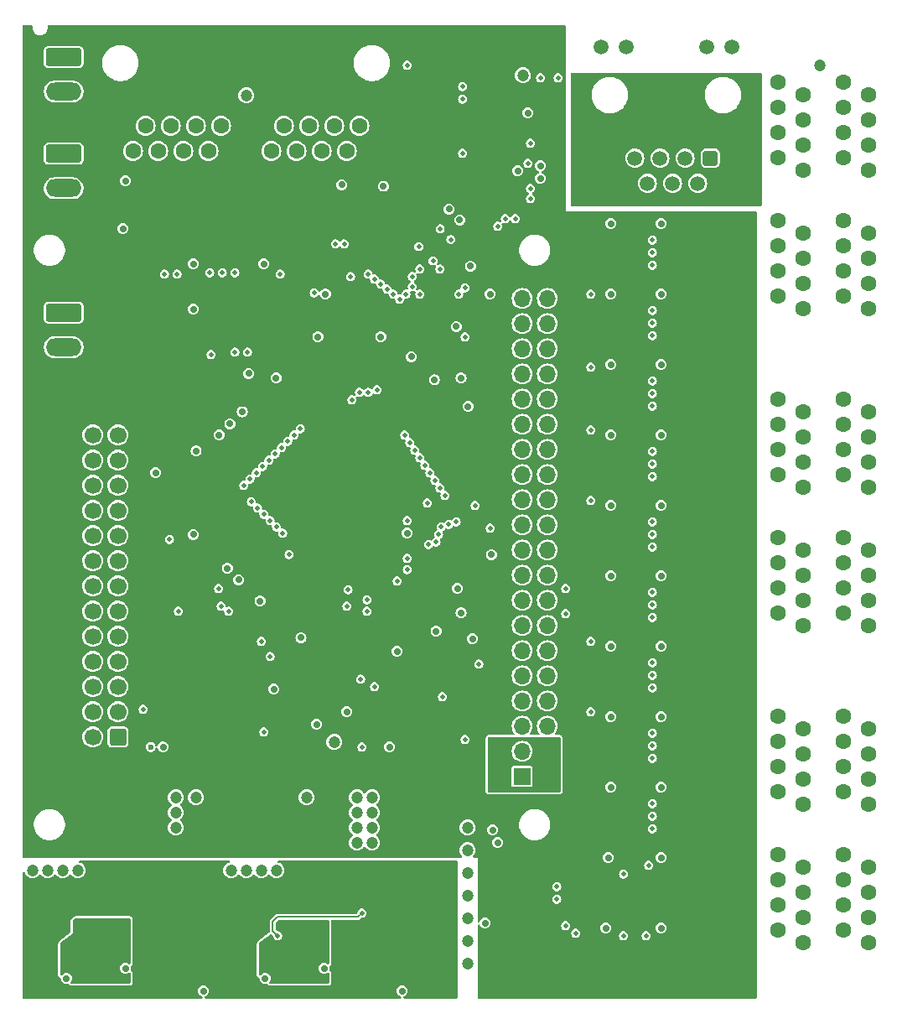
<source format=gbr>
%TF.GenerationSoftware,KiCad,Pcbnew,8.0.5*%
%TF.CreationDate,2025-02-16T21:21:17+01:00*%
%TF.ProjectId,stmbl-fpga-master,73746d62-6c2d-4667-9067-612d6d617374,rev?*%
%TF.SameCoordinates,Original*%
%TF.FileFunction,Copper,L3,Inr*%
%TF.FilePolarity,Positive*%
%FSLAX46Y46*%
G04 Gerber Fmt 4.6, Leading zero omitted, Abs format (unit mm)*
G04 Created by KiCad (PCBNEW 8.0.5) date 2025-02-16 21:21:17*
%MOMM*%
%LPD*%
G01*
G04 APERTURE LIST*
G04 Aperture macros list*
%AMRoundRect*
0 Rectangle with rounded corners*
0 $1 Rounding radius*
0 $2 $3 $4 $5 $6 $7 $8 $9 X,Y pos of 4 corners*
0 Add a 4 corners polygon primitive as box body*
4,1,4,$2,$3,$4,$5,$6,$7,$8,$9,$2,$3,0*
0 Add four circle primitives for the rounded corners*
1,1,$1+$1,$2,$3*
1,1,$1+$1,$4,$5*
1,1,$1+$1,$6,$7*
1,1,$1+$1,$8,$9*
0 Add four rect primitives between the rounded corners*
20,1,$1+$1,$2,$3,$4,$5,0*
20,1,$1+$1,$4,$5,$6,$7,0*
20,1,$1+$1,$6,$7,$8,$9,0*
20,1,$1+$1,$8,$9,$2,$3,0*%
G04 Aperture macros list end*
%TA.AperFunction,ComponentPad*%
%ADD10O,3.600000X1.800000*%
%TD*%
%TA.AperFunction,ComponentPad*%
%ADD11RoundRect,0.250000X-1.550000X0.650000X-1.550000X-0.650000X1.550000X-0.650000X1.550000X0.650000X0*%
%TD*%
%TA.AperFunction,ComponentPad*%
%ADD12C,1.600000*%
%TD*%
%TA.AperFunction,ComponentPad*%
%ADD13RoundRect,0.250000X0.600000X0.600000X-0.600000X0.600000X-0.600000X-0.600000X0.600000X-0.600000X0*%
%TD*%
%TA.AperFunction,ComponentPad*%
%ADD14C,1.700000*%
%TD*%
%TA.AperFunction,ComponentPad*%
%ADD15C,2.500000*%
%TD*%
%TA.AperFunction,ComponentPad*%
%ADD16C,1.500000*%
%TD*%
%TA.AperFunction,ComponentPad*%
%ADD17RoundRect,0.250500X0.499500X0.499500X-0.499500X0.499500X-0.499500X-0.499500X0.499500X-0.499500X0*%
%TD*%
%TA.AperFunction,ComponentPad*%
%ADD18O,1.700000X1.700000*%
%TD*%
%TA.AperFunction,ComponentPad*%
%ADD19R,1.700000X1.700000*%
%TD*%
%TA.AperFunction,ViaPad*%
%ADD20C,0.700000*%
%TD*%
%TA.AperFunction,ViaPad*%
%ADD21C,1.200000*%
%TD*%
%TA.AperFunction,ViaPad*%
%ADD22C,0.500000*%
%TD*%
%TA.AperFunction,ViaPad*%
%ADD23C,0.600000*%
%TD*%
%TA.AperFunction,Conductor*%
%ADD24C,0.200000*%
%TD*%
G04 APERTURE END LIST*
D10*
%TO.N,Net-(D101-A)*%
%TO.C,J2*%
X34932500Y-47250000D03*
D11*
%TO.N,+24V*%
X34932500Y-43750000D03*
%TD*%
D10*
%TO.N,GND*%
%TO.C,J1*%
X34932500Y-63305000D03*
D11*
%TO.N,+24V*%
X34932500Y-59805000D03*
%TD*%
D12*
%TO.N,Net-(F62-Pad2)*%
%TO.C,J6*%
X109610000Y-59430000D03*
X107070000Y-58160000D03*
%TO.N,/SSerial 0-11/SSerial 7/B*%
X109610000Y-56890000D03*
%TO.N,GND*%
X107070000Y-55620000D03*
X109610000Y-54350000D03*
%TO.N,/SSerial 0-11/SSerial 7/A*%
X107070000Y-53080000D03*
%TO.N,/SSerial 0-11/SSerial 7/Z*%
X109610000Y-51810000D03*
%TO.N,/SSerial 0-11/SSerial 7/Y*%
X107070000Y-50540000D03*
%TO.N,Net-(F61-Pad2)*%
X109610000Y-45460000D03*
X107070000Y-44190000D03*
%TO.N,/SSerial 0-11/SSerial 6/B*%
X109610000Y-42920000D03*
%TO.N,GND*%
X107070000Y-41650000D03*
X109610000Y-40380000D03*
%TO.N,/SSerial 0-11/SSerial 6/A*%
X107070000Y-39110000D03*
%TO.N,/SSerial 0-11/SSerial 6/Z*%
X109610000Y-37840000D03*
%TO.N,/SSerial 0-11/SSerial 6/Y*%
X107070000Y-36570000D03*
%TO.N,Net-(F62-Pad2)*%
X116190000Y-59430000D03*
X113650000Y-58160000D03*
%TO.N,/SSerial 0-11/SSerial 1/B*%
X116190000Y-56890000D03*
%TO.N,GND*%
X113650000Y-55620000D03*
X116190000Y-54350000D03*
%TO.N,/SSerial 0-11/SSerial 1/A*%
X113650000Y-53080000D03*
%TO.N,/SSerial 0-11/SSerial 1/Z*%
X116190000Y-51810000D03*
%TO.N,/SSerial 0-11/SSerial 1/Y*%
X113650000Y-50540000D03*
%TO.N,Net-(F61-Pad2)*%
X116190000Y-45460000D03*
X113650000Y-44190000D03*
%TO.N,/SSerial 0-11/SSerial 0/B*%
X116190000Y-42920000D03*
%TO.N,GND*%
X113650000Y-41650000D03*
X116190000Y-40380000D03*
%TO.N,/SSerial 0-11/SSerial 0/A*%
X113650000Y-39110000D03*
%TO.N,/SSerial 0-11/SSerial 0/Z*%
X116190000Y-37840000D03*
%TO.N,/SSerial 0-11/SSerial 0/Y*%
X113650000Y-36570000D03*
%TD*%
D13*
%TO.N,/FPGA Bank 0 1/Parallel expansion port/IO0*%
%TO.C,J4*%
X40414000Y-102644000D03*
D14*
%TO.N,/FPGA Bank 0 1/Parallel expansion port/IO1*%
X37874000Y-102644000D03*
%TO.N,/FPGA Bank 0 1/Parallel expansion port/IO2*%
X40414000Y-100104000D03*
%TO.N,/FPGA Bank 0 1/Parallel expansion port/IO3*%
X37874000Y-100104000D03*
%TO.N,/FPGA Bank 0 1/Parallel expansion port/IO4*%
X40414000Y-97564000D03*
%TO.N,/FPGA Bank 0 1/Parallel expansion port/IO5*%
X37874000Y-97564000D03*
%TO.N,/FPGA Bank 0 1/Parallel expansion port/IO6*%
X40414000Y-95024000D03*
%TO.N,/FPGA Bank 0 1/Parallel expansion port/IO7*%
X37874000Y-95024000D03*
%TO.N,/FPGA Bank 0 1/Parallel expansion port/IO8*%
X40414000Y-92484000D03*
%TO.N,GND*%
X37874000Y-92484000D03*
%TO.N,/FPGA Bank 0 1/Parallel expansion port/IO9*%
X40414000Y-89944000D03*
%TO.N,GND*%
X37874000Y-89944000D03*
%TO.N,/FPGA Bank 0 1/Parallel expansion port/IO10*%
X40414000Y-87404000D03*
%TO.N,GND*%
X37874000Y-87404000D03*
%TO.N,/FPGA Bank 0 1/Parallel expansion port/IO11*%
X40414000Y-84864000D03*
%TO.N,GND*%
X37874000Y-84864000D03*
%TO.N,/FPGA Bank 0 1/Parallel expansion port/IO12*%
X40414000Y-82324000D03*
%TO.N,Net-(J4-Pin_18)*%
X37874000Y-82324000D03*
%TO.N,/FPGA Bank 0 1/Parallel expansion port/IO13*%
X40414000Y-79784000D03*
%TO.N,Net-(J4-Pin_18)*%
X37874000Y-79784000D03*
%TO.N,/FPGA Bank 0 1/Parallel expansion port/IO14*%
X40414000Y-77244000D03*
%TO.N,Net-(J4-Pin_18)*%
X37874000Y-77244000D03*
%TO.N,/FPGA Bank 0 1/Parallel expansion port/IO15*%
X40414000Y-74704000D03*
%TO.N,Net-(J4-Pin_18)*%
X37874000Y-74704000D03*
%TO.N,/FPGA Bank 0 1/Parallel expansion port/IO16*%
X40414000Y-72164000D03*
%TO.N,Net-(J4-Pin_18)*%
X37874000Y-72164000D03*
%TD*%
D12*
%TO.N,Net-(F9-Pad2)*%
%TO.C,J9*%
X64798000Y-40952000D03*
X63528000Y-43492000D03*
%TO.N,/SSerial 12-13/SSerial 13/B*%
X62258000Y-40952000D03*
%TO.N,GND*%
X60988000Y-43492000D03*
X59718000Y-40952000D03*
%TO.N,/SSerial 12-13/SSerial 13/A*%
X58448000Y-43492000D03*
%TO.N,/SSerial 12-13/SSerial 13/Z*%
X57178000Y-40952000D03*
%TO.N,/SSerial 12-13/SSerial 13/Y*%
X55908000Y-43492000D03*
%TO.N,Net-(F9-Pad2)*%
X50828000Y-40952000D03*
X49558000Y-43492000D03*
%TO.N,/SSerial 12-13/SSerial 12/B*%
X48288000Y-40952000D03*
%TO.N,GND*%
X47018000Y-43492000D03*
X45748000Y-40952000D03*
%TO.N,/SSerial 12-13/SSerial 12/A*%
X44478000Y-43492000D03*
%TO.N,/SSerial 12-13/SSerial 12/Z*%
X43208000Y-40952000D03*
%TO.N,/SSerial 12-13/SSerial 12/Y*%
X41938000Y-43492000D03*
%TD*%
D10*
%TO.N,Net-(J3-Pin_2)*%
%TO.C,J3*%
X34932500Y-37500000D03*
D11*
%TO.N,+24V*%
X34932500Y-34000000D03*
%TD*%
D15*
%TO.N,GNDS*%
%TO.C,J5*%
X88055000Y-40900000D03*
X103545000Y-40900000D03*
D16*
%TO.N,+3V3*%
X89175000Y-32950000D03*
%TO.N,Net-(J5-Pad11)*%
X91715000Y-32950000D03*
%TO.N,Net-(J5-Pad10)*%
X99885000Y-32950000D03*
%TO.N,+3V3*%
X102425000Y-32950000D03*
%TO.N,GNDS*%
X91360000Y-46750000D03*
%TO.N,unconnected-(J5-NC-Pad7)*%
X92620000Y-44210000D03*
%TO.N,Net-(J5-RD-)*%
X93900000Y-46750000D03*
%TO.N,Net-(J5-RCT)*%
X95160000Y-44210000D03*
X96440000Y-46750000D03*
%TO.N,Net-(J5-RD+)*%
X97700000Y-44210000D03*
%TO.N,Net-(J5-TD-)*%
X98980000Y-46750000D03*
D17*
%TO.N,Net-(J5-TD+)*%
X100240000Y-44210000D03*
%TD*%
D18*
%TO.N,unconnected-(U2-GPIO21{slash}SCLK1-Pad40)*%
%TO.C,U2*%
X83770000Y-58370000D03*
%TO.N,GND*%
X81230000Y-58370000D03*
%TO.N,unconnected-(U2-GPIO20{slash}MOSI1-Pad38)*%
X83770000Y-60910000D03*
%TO.N,unconnected-(U2-GPIO26-Pad37)*%
X81230000Y-60910000D03*
%TO.N,unconnected-(U2-GPIO16-Pad36)*%
X83770000Y-63450000D03*
%TO.N,unconnected-(U2-GPIO19{slash}MISO1-Pad35)*%
X81230000Y-63450000D03*
%TO.N,GND*%
X83770000Y-65990000D03*
%TO.N,unconnected-(U2-PWM1{slash}GPIO13-Pad33)*%
X81230000Y-65990000D03*
%TO.N,unconnected-(U2-PWM0{slash}GPIO12-Pad32)*%
X83770000Y-68530000D03*
%TO.N,unconnected-(U2-GCLK2{slash}GPIO6-Pad31)*%
X81230000Y-68530000D03*
%TO.N,GND*%
X83770000Y-71070000D03*
%TO.N,unconnected-(U2-GCLK1{slash}GPIO5-Pad29)*%
X81230000Y-71070000D03*
%TO.N,Net-(U2-ID_SC{slash}GPIO1)*%
X83770000Y-73610000D03*
%TO.N,Net-(U2-ID_SD{slash}GPIO0)*%
X81230000Y-73610000D03*
%TO.N,unconnected-(U2-~{CE1}{slash}GPIO7-Pad26)*%
X83770000Y-76150000D03*
%TO.N,GND*%
X81230000Y-76150000D03*
%TO.N,/FPGA Bank 2 3/Raspberry Pi/SPICS*%
X83770000Y-78690000D03*
%TO.N,/FPGA Bank 2 3/Raspberry Pi/SCLK*%
X81230000Y-78690000D03*
%TO.N,unconnected-(U2-GPIO25-Pad22)*%
X83770000Y-81230000D03*
%TO.N,/FPGA Bank 2 3/Raspberry Pi/SPIIN*%
X81230000Y-81230000D03*
%TO.N,GND*%
X83770000Y-83770000D03*
%TO.N,/FPGA Bank 2 3/Raspberry Pi/SPIOUT*%
X81230000Y-83770000D03*
%TO.N,unconnected-(U2-GPIO24-Pad18)*%
X83770000Y-86310000D03*
%TO.N,Net-(C701-Pad1)*%
X81230000Y-86310000D03*
%TO.N,unconnected-(U2-GPIO23-Pad16)*%
X83770000Y-88850000D03*
%TO.N,unconnected-(U2-GPIO22-Pad15)*%
X81230000Y-88850000D03*
%TO.N,GND*%
X83770000Y-91390000D03*
%TO.N,unconnected-(U2-GPIO27-Pad13)*%
X81230000Y-91390000D03*
%TO.N,unconnected-(U2-GPIO18{slash}PWM0-Pad12)*%
X83770000Y-93930000D03*
%TO.N,unconnected-(U2-GPIO17-Pad11)*%
X81230000Y-93930000D03*
%TO.N,/FPGA Bank 2 3/Raspberry Pi/RX*%
X83770000Y-96470000D03*
%TO.N,GND*%
X81230000Y-96470000D03*
%TO.N,/FPGA Bank 2 3/Raspberry Pi/TX*%
X83770000Y-99010000D03*
%TO.N,unconnected-(U2-GCLK0{slash}GPIO4-Pad7)*%
X81230000Y-99010000D03*
%TO.N,GND*%
X83770000Y-101550000D03*
%TO.N,/FPGA Bank 2 3/Raspberry Pi/SCL*%
X81230000Y-101550000D03*
%TO.N,+5V*%
X83770000Y-104090000D03*
%TO.N,/FPGA Bank 2 3/Raspberry Pi/SDA*%
X81230000Y-104090000D03*
%TO.N,+5V*%
X83770000Y-106630000D03*
D19*
%TO.N,Net-(C702-Pad1)*%
X81230000Y-106630000D03*
%TD*%
D12*
%TO.N,Net-(F82-Pad2)*%
%TO.C,J8*%
X109610000Y-123430000D03*
X107070000Y-122160000D03*
%TO.N,/SSerial 0-11/SSerial 11/B*%
X109610000Y-120890000D03*
%TO.N,GND*%
X107070000Y-119620000D03*
X109610000Y-118350000D03*
%TO.N,/SSerial 0-11/SSerial 11/A*%
X107070000Y-117080000D03*
%TO.N,/SSerial 0-11/SSerial 11/Z*%
X109610000Y-115810000D03*
%TO.N,/SSerial 0-11/SSerial 11/Y*%
X107070000Y-114540000D03*
%TO.N,Net-(F81-Pad2)*%
X109610000Y-109460000D03*
X107070000Y-108190000D03*
%TO.N,/SSerial 0-11/SSerial 10/B*%
X109610000Y-106920000D03*
%TO.N,GND*%
X107070000Y-105650000D03*
X109610000Y-104380000D03*
%TO.N,/SSerial 0-11/SSerial 10/A*%
X107070000Y-103110000D03*
%TO.N,/SSerial 0-11/SSerial 10/Z*%
X109610000Y-101840000D03*
%TO.N,/SSerial 0-11/SSerial 10/Y*%
X107070000Y-100570000D03*
%TO.N,Net-(F82-Pad2)*%
X116190000Y-123430000D03*
X113650000Y-122160000D03*
%TO.N,/SSerial 0-11/SSerial 5/B*%
X116190000Y-120890000D03*
%TO.N,GND*%
X113650000Y-119620000D03*
X116190000Y-118350000D03*
%TO.N,/SSerial 0-11/SSerial 5/A*%
X113650000Y-117080000D03*
%TO.N,/SSerial 0-11/SSerial 5/Z*%
X116190000Y-115810000D03*
%TO.N,/SSerial 0-11/SSerial 5/Y*%
X113650000Y-114540000D03*
%TO.N,Net-(F81-Pad2)*%
X116190000Y-109460000D03*
X113650000Y-108190000D03*
%TO.N,/SSerial 0-11/SSerial 4/B*%
X116190000Y-106920000D03*
%TO.N,GND*%
X113650000Y-105650000D03*
X116190000Y-104380000D03*
%TO.N,/SSerial 0-11/SSerial 4/A*%
X113650000Y-103110000D03*
%TO.N,/SSerial 0-11/SSerial 4/Z*%
X116190000Y-101840000D03*
%TO.N,/SSerial 0-11/SSerial 4/Y*%
X113650000Y-100570000D03*
%TD*%
%TO.N,Net-(F72-Pad2)*%
%TO.C,J7*%
X109610000Y-91430000D03*
X107070000Y-90160000D03*
%TO.N,/SSerial 0-11/SSerial 9/B*%
X109610000Y-88890000D03*
%TO.N,GND*%
X107070000Y-87620000D03*
X109610000Y-86350000D03*
%TO.N,/SSerial 0-11/SSerial 9/A*%
X107070000Y-85080000D03*
%TO.N,/SSerial 0-11/SSerial 9/Z*%
X109610000Y-83810000D03*
%TO.N,/SSerial 0-11/SSerial 9/Y*%
X107070000Y-82540000D03*
%TO.N,Net-(F71-Pad2)*%
X109610000Y-77460000D03*
X107070000Y-76190000D03*
%TO.N,/SSerial 0-11/SSerial 8/B*%
X109610000Y-74920000D03*
%TO.N,GND*%
X107070000Y-73650000D03*
X109610000Y-72380000D03*
%TO.N,/SSerial 0-11/SSerial 8/A*%
X107070000Y-71110000D03*
%TO.N,/SSerial 0-11/SSerial 8/Z*%
X109610000Y-69840000D03*
%TO.N,/SSerial 0-11/SSerial 8/Y*%
X107070000Y-68570000D03*
%TO.N,Net-(F72-Pad2)*%
X116190000Y-91430000D03*
X113650000Y-90160000D03*
%TO.N,/SSerial 0-11/SSerial 3/B*%
X116190000Y-88890000D03*
%TO.N,GND*%
X113650000Y-87620000D03*
X116190000Y-86350000D03*
%TO.N,/SSerial 0-11/SSerial 3/A*%
X113650000Y-85080000D03*
%TO.N,/SSerial 0-11/SSerial 3/Z*%
X116190000Y-83810000D03*
%TO.N,/SSerial 0-11/SSerial 3/Y*%
X113650000Y-82540000D03*
%TO.N,Net-(F71-Pad2)*%
X116190000Y-77460000D03*
X113650000Y-76190000D03*
%TO.N,/SSerial 0-11/SSerial 2/B*%
X116190000Y-74920000D03*
%TO.N,GND*%
X113650000Y-73650000D03*
X116190000Y-72380000D03*
%TO.N,/SSerial 0-11/SSerial 2/A*%
X113650000Y-71110000D03*
%TO.N,/SSerial 0-11/SSerial 2/Z*%
X116190000Y-69840000D03*
%TO.N,/SSerial 0-11/SSerial 2/Y*%
X113650000Y-68570000D03*
%TD*%
D20*
%TO.N,+3V3*%
X71402000Y-45240000D03*
D21*
%TO.N,GND*%
X81308000Y-35842000D03*
X64544000Y-126012000D03*
D22*
X42954000Y-99850000D03*
D20*
X78006000Y-57940000D03*
D21*
X51844000Y-123218000D03*
D20*
X95278000Y-79276000D03*
D21*
X53368000Y-126266000D03*
D22*
X51590000Y-89944000D03*
D20*
X66957000Y-62258000D03*
D21*
X42954000Y-124488000D03*
D20*
X78260000Y-112042000D03*
D21*
X44478000Y-124488000D03*
D20*
X90198000Y-107724000D03*
D21*
X31778000Y-123218000D03*
D20*
X72372231Y-66585667D03*
D21*
X53368000Y-37874000D03*
D20*
X95278000Y-72164000D03*
D21*
X63020000Y-127536000D03*
D20*
X77498000Y-121440000D03*
X67214739Y-47032954D03*
D21*
X53368000Y-127790000D03*
D20*
X89690000Y-121948000D03*
X60607000Y-62258000D03*
X56387375Y-66406062D03*
X90198000Y-65052000D03*
D21*
X63020000Y-124488000D03*
D20*
X90198000Y-93500000D03*
D21*
X33302000Y-123218000D03*
D20*
X95278000Y-50828000D03*
X90198000Y-79276000D03*
D21*
X31778000Y-127790000D03*
D20*
X41176000Y-46510000D03*
D21*
X31778000Y-124742000D03*
X64544000Y-124488000D03*
D20*
X78768000Y-113312000D03*
X56162000Y-97818000D03*
X95278000Y-100612000D03*
X58901846Y-92628410D03*
X95278000Y-107724000D03*
D21*
X51844000Y-124742000D03*
X51844000Y-126266000D03*
D20*
X52974877Y-69818559D03*
D21*
X51844000Y-127790000D03*
X42954000Y-122964000D03*
D20*
X51717000Y-71021000D03*
D22*
X46510000Y-89944000D03*
D21*
X48288000Y-108740000D03*
D20*
X95278000Y-114836000D03*
X67846000Y-103660000D03*
X80800000Y-45494000D03*
X76015390Y-55115185D03*
X95278000Y-121948000D03*
D21*
X31778000Y-126266000D03*
D20*
X76228000Y-92738000D03*
X48034000Y-54892000D03*
X51463000Y-85626000D03*
X95278000Y-86388000D03*
X69624000Y-82070000D03*
D22*
X62385000Y-52860000D03*
D21*
X42954000Y-126012000D03*
D20*
X72545000Y-91976000D03*
X48305144Y-73769872D03*
X78133000Y-84229000D03*
D21*
X44478000Y-122964000D03*
X64544000Y-122964000D03*
D20*
X70037364Y-64250800D03*
X61369000Y-57940000D03*
X74578550Y-61221759D03*
X54765000Y-88928000D03*
X83086000Y-46256000D03*
D21*
X53368000Y-123218000D03*
D20*
X74704000Y-87658000D03*
D21*
X44478000Y-126012000D03*
X63020000Y-122964000D03*
D20*
X95278000Y-57940000D03*
D22*
X49812000Y-64036000D03*
D20*
X90198000Y-72164000D03*
X90198000Y-100612000D03*
D21*
X54384000Y-121948000D03*
D20*
X90198000Y-57940000D03*
X95278000Y-93500000D03*
X74937760Y-50445451D03*
X95278000Y-65052000D03*
D21*
X59464000Y-108740000D03*
D20*
X75784728Y-69279744D03*
X68608000Y-94008000D03*
X55146000Y-54892000D03*
X90198000Y-50828000D03*
D21*
X59972000Y-128425000D03*
X33302000Y-124742000D03*
D20*
X90198000Y-86388000D03*
D21*
X53368000Y-124742000D03*
D20*
X63528000Y-100104000D03*
D21*
X42954000Y-127536000D03*
D20*
X44986000Y-103660000D03*
D21*
X33302000Y-127790000D03*
X33302000Y-126266000D03*
X34318000Y-121948000D03*
D22*
X69624000Y-34826000D03*
D20*
X48034000Y-82197000D03*
X40922000Y-51336000D03*
X81816000Y-39652000D03*
X63020000Y-46891000D03*
D21*
X44478000Y-127536000D03*
D20*
X89944000Y-114836000D03*
X44224000Y-75974000D03*
D21*
X64544000Y-127536000D03*
X63020000Y-126012000D03*
D20*
X48034000Y-59464000D03*
D21*
X39906000Y-128425000D03*
%TO.N,+1V2*%
X66068000Y-111788000D03*
X66068000Y-110264000D03*
D20*
X75066307Y-90113938D03*
D21*
X62258000Y-103152000D03*
X64544000Y-110264000D03*
X66068000Y-113312000D03*
D20*
X52606000Y-86769000D03*
X53622000Y-65941000D03*
D21*
X64544000Y-108740000D03*
X64544000Y-113312000D03*
D20*
X50640011Y-72153426D03*
D21*
X66068000Y-108740000D03*
X64544000Y-111788000D03*
D20*
X75066307Y-66406062D03*
%TO.N,+3V3*%
X57824216Y-91550779D03*
D22*
X76736000Y-68100000D03*
D20*
X93754000Y-93500000D03*
D22*
X47018000Y-77244000D03*
D20*
X98834000Y-107724000D03*
X93754000Y-65052000D03*
D22*
X78133000Y-32159000D03*
D20*
X93246000Y-121948000D03*
D21*
X54892000Y-113312000D03*
D20*
X55309744Y-67483693D03*
X93754000Y-72164000D03*
D21*
X53368000Y-111788000D03*
X58956000Y-103152000D03*
D20*
X66703000Y-103787000D03*
D21*
X57432000Y-103152000D03*
D20*
X98834000Y-114836000D03*
D21*
X53368000Y-110264000D03*
D20*
X79530000Y-57940000D03*
D22*
X87912000Y-122456000D03*
D20*
X98834000Y-72164000D03*
D21*
X53368000Y-113312000D03*
D20*
X55146000Y-51336000D03*
X98834000Y-50828000D03*
D22*
X60555363Y-94337363D03*
D20*
X74707097Y-70357375D03*
X98834000Y-79276000D03*
X98834000Y-57940000D03*
X93754000Y-79276000D03*
X69624000Y-83340000D03*
X98834000Y-93500000D03*
X71114995Y-65328431D03*
X81308000Y-121948000D03*
X67465000Y-95151000D03*
D22*
X74323000Y-109248000D03*
D20*
X73307000Y-91214000D03*
D21*
X54892000Y-111788000D03*
D20*
X66137108Y-48110585D03*
X81816000Y-38128000D03*
D22*
X81308000Y-32540000D03*
D20*
X93754000Y-50828000D03*
D21*
X54892000Y-110264000D03*
D20*
X81308000Y-114836000D03*
X48034000Y-51336000D03*
X40922000Y-47780000D03*
X62512000Y-59083000D03*
X71402000Y-107216000D03*
X73270256Y-67483693D03*
X54052508Y-68740929D03*
X93500000Y-114836000D03*
X98834000Y-121948000D03*
X98834000Y-86388000D03*
X93754000Y-100612000D03*
X49177000Y-83340000D03*
X53622000Y-87785000D03*
X93754000Y-107724000D03*
D21*
X54892000Y-108740000D03*
D20*
X98834000Y-100612000D03*
X49382775Y-74847503D03*
D22*
X84864000Y-32540000D03*
D20*
X93754000Y-86388000D03*
X73988677Y-88317887D03*
X48034000Y-55908000D03*
X76863000Y-84991000D03*
X98834000Y-65052000D03*
D21*
X55908000Y-103152000D03*
D20*
X59464000Y-63401000D03*
X65814000Y-62004000D03*
X93754000Y-57940000D03*
X45748000Y-75974000D03*
D22*
%TO.N,/FPGA Bank 2 3/HSWAPEN*%
X64036000Y-68608000D03*
%TO.N,/FPGA Bank 0 1/M1*%
X54892000Y-92992000D03*
X55781000Y-94516000D03*
%TO.N,/FPGA Bank 0 1/~{RESET}*%
X63528000Y-89436000D03*
X64925000Y-96802000D03*
X65560000Y-88801000D03*
%TO.N,/FPGA Bank 0 1/GCLK*%
X45621000Y-82705000D03*
X50574000Y-87658000D03*
%TO.N,/FPGA Bank 2 3/LED0*%
X64798000Y-67846000D03*
X78768000Y-51082000D03*
%TO.N,/FPGA Bank 2 3/LED1*%
X65687000Y-67846000D03*
X79530000Y-50320000D03*
%TO.N,/FPGA Bank 2 3/LED2*%
X80546000Y-50320000D03*
X66576000Y-67592000D03*
%TO.N,/FPGA Bank 2 3/TX6*%
X88166000Y-57940000D03*
X69878000Y-72926000D03*
%TO.N,/FPGA Bank 2 3/TX2*%
X72799000Y-82197000D03*
X88166000Y-92992000D03*
%TO.N,/FPGA Bank 2 3/TX9*%
X71783000Y-83213000D03*
X88166000Y-100104000D03*
%TO.N,/FPGA Bank 2 3/TX3*%
X85626000Y-87658000D03*
X73815000Y-81181000D03*
%TO.N,/FPGA Bank 2 3/TX7*%
X71910000Y-75974000D03*
X88166000Y-71656000D03*
%TO.N,/FPGA Bank 2 3/EXT_PWR*%
X65052000Y-103660000D03*
X65560000Y-89944000D03*
X56543000Y-122710000D03*
X65052000Y-120424000D03*
D21*
%TO.N,+5V*%
X46256000Y-110264000D03*
X78768000Y-103914000D03*
D20*
X60480000Y-101374000D03*
X35207000Y-127028000D03*
D21*
X78768000Y-106962000D03*
X46256000Y-111788000D03*
D20*
X41176000Y-126012000D03*
D21*
X46256000Y-108740000D03*
X78768000Y-105438000D03*
D20*
X49050000Y-128298000D03*
D22*
%TO.N,/FPGA Bank 2 3/RX4*%
X73053000Y-81435000D03*
X85626000Y-90198000D03*
%TO.N,/FPGA Bank 2 3/TX12*%
X46383000Y-55908000D03*
X56416000Y-81435000D03*
%TO.N,/FPGA Bank 2 3/TX13*%
X53876000Y-78895000D03*
X53495000Y-63782000D03*
%TO.N,/FPGA Bank 2 3/RX10*%
X94389000Y-109375000D03*
X69624000Y-85753000D03*
D21*
%TO.N,+24V*%
X31778000Y-116106000D03*
X33302000Y-116106000D03*
X34826000Y-116106000D03*
X36350000Y-116106000D03*
X56416000Y-116106000D03*
X53368000Y-116106000D03*
X54892000Y-116106000D03*
X51844000Y-116106000D03*
D20*
%TO.N,+5VP*%
X61242000Y-126012000D03*
X69116000Y-128298000D03*
X55273000Y-127028000D03*
D22*
%TO.N,/FPGA Bank 2 3/RX8*%
X73434000Y-78260000D03*
X94389000Y-80927000D03*
%TO.N,/FPGA Bank 2 3/RX12*%
X49685000Y-55781000D03*
X55781000Y-80800000D03*
%TO.N,/FPGA Bank 2 3/RX1*%
X94389000Y-73815000D03*
X72418000Y-76736000D03*
%TO.N,/FPGA Misc/DONE*%
X66322000Y-97564000D03*
X75466000Y-102898000D03*
%TO.N,/FPGA Bank 0 1/~{INIT}*%
X73180000Y-98580000D03*
X63655000Y-87785000D03*
%TO.N,/FPGA Bank 2 3/RX6*%
X69370000Y-72164000D03*
X94389000Y-52479000D03*
%TO.N,/FPGA Bank 2 3/RX13*%
X56797000Y-55908000D03*
X55146000Y-80165000D03*
%TO.N,/FPGA Bank 2 3/TX13EN*%
X52225000Y-63782000D03*
X54511000Y-79530000D03*
%TO.N,/FPGA Bank 2 3/TX1*%
X88166000Y-78768000D03*
X72926000Y-77498000D03*
%TO.N,/FPGA Bank 2 3/RX2*%
X74577000Y-80927000D03*
X94389000Y-88039000D03*
%TO.N,/FPGA Bank 2 3/RX3*%
X69624000Y-84610000D03*
X94389000Y-102263000D03*
%TO.N,/FPGA Bank 2 3/RX7*%
X94389000Y-66703000D03*
X71402000Y-75212000D03*
%TO.N,/FPGA Bank 2 3/RX9*%
X72545000Y-82959000D03*
X94389000Y-95151000D03*
%TO.N,/SSerial 0-11/SSerial 7/Z*%
X94389000Y-67973000D03*
%TO.N,/SSerial 0-11/SSerial 6/Y*%
X94389000Y-55019000D03*
%TO.N,/SSerial 0-11/SSerial 0/Y*%
X94389000Y-62131000D03*
%TO.N,/SSerial 0-11/SSerial 7/Y*%
X94389000Y-69243000D03*
%TO.N,/SSerial 0-11/SSerial 0/Z*%
X94389000Y-60861000D03*
%TO.N,/SSerial 0-11/SSerial 6/Z*%
X94389000Y-53749000D03*
%TO.N,/SSerial 0-11/SSerial 1/Z*%
X94389000Y-75085000D03*
%TO.N,/SSerial 0-11/SSerial 1/Y*%
X94389000Y-76355000D03*
%TO.N,/SSerial 0-11/SSerial 2/Y*%
X94389000Y-90579000D03*
%TO.N,/SSerial 0-11/SSerial 3/Y*%
X94389000Y-104803000D03*
%TO.N,/SSerial 0-11/SSerial 9/Y*%
X94389000Y-97691000D03*
%TO.N,/SSerial 0-11/SSerial 2/Z*%
X94389000Y-89309000D03*
%TO.N,/SSerial 0-11/SSerial 3/Z*%
X94389000Y-103533000D03*
%TO.N,/SSerial 0-11/SSerial 8/Z*%
X94389000Y-82197000D03*
%TO.N,/SSerial 0-11/SSerial 9/Z*%
X94389000Y-96421000D03*
%TO.N,/SSerial 0-11/SSerial 8/Y*%
X94389000Y-83467000D03*
%TO.N,/SSerial 0-11/SSerial 5/Y*%
X84737000Y-119027000D03*
%TO.N,/SSerial 0-11/SSerial 10/Y*%
X94389000Y-111915000D03*
%TO.N,/SSerial 0-11/SSerial 11/Z*%
X93754000Y-122710000D03*
%TO.N,/SSerial 0-11/SSerial 4/Y*%
X94008000Y-115598000D03*
%TO.N,/SSerial 0-11/SSerial 4/Z*%
X91468000Y-116487000D03*
%TO.N,/SSerial 0-11/SSerial 5/B*%
X86642000Y-122456000D03*
%TO.N,/SSerial 0-11/SSerial 5/Z*%
X84737000Y-117757000D03*
%TO.N,/SSerial 0-11/SSerial 5/A*%
X85626000Y-121694000D03*
%TO.N,/SSerial 0-11/SSerial 11/Y*%
X91468000Y-122710000D03*
%TO.N,/SSerial 0-11/SSerial 10/Z*%
X94389000Y-110645000D03*
%TO.N,/SSerial 12-13/SSerial 13/Z*%
X50955000Y-55781000D03*
%TO.N,/SSerial 12-13/SSerial 13/Y*%
X52225000Y-55781000D03*
%TO.N,/FPGA Bank 0 1/Ethernet/~{RST}*%
X57559000Y-72799000D03*
X69497000Y-57940000D03*
%TO.N,/FPGA Bank 0 1/Ethernet/DIO*%
X75212000Y-43716000D03*
X70132000Y-56162000D03*
%TO.N,/FPGA Bank 0 1/Ethernet/SD15*%
X56289000Y-74069000D03*
X68227000Y-57940000D03*
%TO.N,/FPGA Bank 0 1/Ethernet/SD13*%
X55019000Y-75339000D03*
X66957000Y-56924000D03*
%TO.N,/FPGA Bank 0 1/Ethernet/SD11*%
X65687000Y-55908000D03*
X53749000Y-76609000D03*
%TO.N,/FPGA Bank 0 1/Ethernet/SD12*%
X54384000Y-75974000D03*
X66322000Y-56416000D03*
%TO.N,/FPGA Bank 0 1/Ethernet/SD14*%
X67592000Y-57432000D03*
X55654000Y-74704000D03*
%TO.N,/FPGA Bank 0 1/Ethernet/SD10*%
X53114000Y-77244000D03*
X63909000Y-56162000D03*
%TO.N,/FPGA Bank 0 1/Ethernet/SD8*%
X63274000Y-52860000D03*
X60226000Y-57813000D03*
%TO.N,/FPGA Bank 0 1/Parallel expansion port/FPGA_IO8*%
X50828000Y-89436000D03*
X57686000Y-84229000D03*
%TO.N,/FPGA Bank 0 1/Ethernet/CMD*%
X74831000Y-57940000D03*
X58829000Y-71529000D03*
%TO.N,/FPGA Bank 2 3/Raspberry Pi/RX*%
X76863000Y-95278000D03*
X68608000Y-86896000D03*
%TO.N,/FPGA Bank 0 1/Ethernet/~{CS}*%
X58194000Y-72164000D03*
X75466000Y-57305000D03*
%TO.N,/FPGA Bank 0 1/Ethernet/CLOCK*%
X68862000Y-58448000D03*
X56924000Y-73434000D03*
%TO.N,/FPGA Bank 0 1/Ethernet/CS*%
X75212000Y-36985000D03*
X72926000Y-55400000D03*
%TO.N,/FPGA Bank 0 1/Ethernet/SCLK*%
X70894000Y-55400000D03*
X75212000Y-38255000D03*
%TO.N,/FPGA Bank 2 3/RX0*%
X94389000Y-59591000D03*
X70386000Y-73688000D03*
%TO.N,/FPGA Bank 2 3/TX12EN*%
X57051000Y-82070000D03*
X45113000Y-55908000D03*
%TO.N,/FPGA Bank 2 3/TX0*%
X88166000Y-65306000D03*
X70894000Y-74450000D03*
D20*
%TO.N,Net-(J5-RCT)*%
X83086000Y-44986000D03*
X73850936Y-49358628D03*
D21*
%TO.N,Net-(JP43-A)*%
X75720000Y-125504000D03*
%TO.N,Net-(F9-Pad2)*%
X111280000Y-34826000D03*
%TO.N,Net-(F61-Pad2)*%
X75720000Y-123218000D03*
%TO.N,Net-(F62-Pad2)*%
X75720000Y-120932000D03*
%TO.N,Net-(F71-Pad2)*%
X75720000Y-118646000D03*
%TO.N,Net-(F72-Pad2)*%
X75720000Y-116360000D03*
%TO.N,Net-(F81-Pad2)*%
X75720000Y-111788000D03*
%TO.N,Net-(F82-Pad2)*%
X75720000Y-114074000D03*
D22*
%TO.N,Net-(J5-RD+)*%
X82070000Y-48288000D03*
X72243683Y-54576369D03*
%TO.N,Net-(J5-RD-)*%
X74039733Y-52421108D03*
X82070000Y-47272000D03*
%TO.N,Net-(J5-TD-)*%
X81816000Y-44732000D03*
X72962102Y-51343477D03*
%TO.N,Net-(J5-TD+)*%
X82070000Y-42700000D03*
X70806842Y-53139528D03*
%TO.N,Net-(J10-Pin_1)*%
X76482000Y-79276000D03*
%TO.N,Net-(J10-Pin_3)*%
X78006000Y-81562000D03*
%TO.N,Net-(J10-Pin_2)*%
X71656000Y-79022000D03*
%TO.N,Net-(J10-Pin_4)*%
X69624000Y-80800000D03*
%TO.N,Net-(JP2-B)*%
X75466000Y-62258000D03*
%TO.N,Net-(JP41-C)*%
X55146000Y-102136000D03*
D23*
%TO.N,Net-(JP42-C)*%
X43716000Y-103660000D03*
%TO.N,Net-(U201-AGND)*%
X35715000Y-126012000D03*
X39906000Y-124488000D03*
X39906000Y-123726000D03*
X39906000Y-122964000D03*
X34953000Y-126012000D03*
X36477000Y-126012000D03*
%TO.N,Net-(U202-AGND)*%
X56543000Y-126012000D03*
X59972000Y-123726000D03*
X59972000Y-124488000D03*
X59972000Y-122964000D03*
X55019000Y-126012000D03*
X55781000Y-126012000D03*
D22*
%TO.N,Net-(U601-P1LED0)*%
X84864000Y-36096000D03*
X70894000Y-57940000D03*
%TO.N,Net-(U601-P1LED1)*%
X83086000Y-36096000D03*
X70132000Y-57178000D03*
%TD*%
D24*
%TO.N,/FPGA Bank 2 3/EXT_PWR*%
X64671000Y-120805000D02*
X65052000Y-120424000D01*
X56543000Y-122710000D02*
X56035000Y-122202000D01*
X56543000Y-120805000D02*
X64671000Y-120805000D01*
X56035000Y-121313000D02*
X56543000Y-120805000D01*
X56035000Y-122202000D02*
X56035000Y-121313000D01*
%TD*%
%TA.AperFunction,Conductor*%
%TO.N,Net-(U202-AGND)*%
G36*
X61709191Y-121124407D02*
G01*
X61745155Y-121173907D01*
X61750000Y-121204500D01*
X61750000Y-125507160D01*
X61731093Y-125565351D01*
X61681593Y-125601315D01*
X61620407Y-125601315D01*
X61590733Y-125585702D01*
X61519625Y-125531139D01*
X61519621Y-125531137D01*
X61385709Y-125475670D01*
X61385708Y-125475669D01*
X61242000Y-125456750D01*
X61098291Y-125475669D01*
X61098290Y-125475670D01*
X60964378Y-125531137D01*
X60964374Y-125531139D01*
X60849381Y-125619377D01*
X60849377Y-125619381D01*
X60761139Y-125734374D01*
X60761137Y-125734378D01*
X60705670Y-125868290D01*
X60705669Y-125868291D01*
X60686750Y-126011999D01*
X60686750Y-126012000D01*
X60705669Y-126155708D01*
X60705670Y-126155709D01*
X60761139Y-126289625D01*
X60849379Y-126404621D01*
X60964375Y-126492861D01*
X61098291Y-126548330D01*
X61242000Y-126567250D01*
X61385709Y-126548330D01*
X61519625Y-126492861D01*
X61590732Y-126438297D01*
X61648407Y-126417873D01*
X61707073Y-126435250D01*
X61744321Y-126483791D01*
X61750000Y-126516839D01*
X61750000Y-127437000D01*
X61731093Y-127495191D01*
X61681593Y-127531155D01*
X61651000Y-127536000D01*
X55777840Y-127536000D01*
X55719649Y-127517093D01*
X55683685Y-127467593D01*
X55683685Y-127406407D01*
X55699298Y-127376732D01*
X55753861Y-127305625D01*
X55809330Y-127171709D01*
X55828250Y-127028000D01*
X55809330Y-126884291D01*
X55753861Y-126750375D01*
X55665621Y-126635379D01*
X55550625Y-126547139D01*
X55550621Y-126547137D01*
X55416709Y-126491670D01*
X55416708Y-126491669D01*
X55273000Y-126472750D01*
X55129291Y-126491669D01*
X55129290Y-126491670D01*
X54995378Y-126547137D01*
X54995374Y-126547139D01*
X54880381Y-126635377D01*
X54880377Y-126635381D01*
X54815542Y-126719876D01*
X54765117Y-126754531D01*
X54703953Y-126752929D01*
X54655411Y-126715682D01*
X54638000Y-126659608D01*
X54638000Y-123519581D01*
X54656907Y-123461390D01*
X54675150Y-123442279D01*
X55814381Y-122530894D01*
X55871629Y-122509309D01*
X55930634Y-122525495D01*
X55946227Y-122538198D01*
X56059503Y-122651474D01*
X56087280Y-122705991D01*
X56087491Y-122707389D01*
X56106302Y-122838225D01*
X56160117Y-122956061D01*
X56160118Y-122956063D01*
X56244951Y-123053967D01*
X56244952Y-123053968D01*
X56353926Y-123124001D01*
X56353931Y-123124004D01*
X56478228Y-123160500D01*
X56478230Y-123160500D01*
X56607770Y-123160500D01*
X56607772Y-123160500D01*
X56732069Y-123124004D01*
X56841049Y-123053967D01*
X56925882Y-122956063D01*
X56979697Y-122838226D01*
X56998133Y-122710000D01*
X56994341Y-122683629D01*
X56979697Y-122581774D01*
X56959796Y-122538198D01*
X56925882Y-122463937D01*
X56841049Y-122366033D01*
X56841048Y-122366032D01*
X56841047Y-122366031D01*
X56732073Y-122295998D01*
X56732070Y-122295996D01*
X56732069Y-122295996D01*
X56732066Y-122295995D01*
X56607774Y-122259500D01*
X56607772Y-122259500D01*
X56558479Y-122259500D01*
X56500288Y-122240593D01*
X56488475Y-122230504D01*
X56364496Y-122106525D01*
X56336719Y-122052008D01*
X56335500Y-122036521D01*
X56335500Y-121478479D01*
X56354407Y-121420288D01*
X56364496Y-121408475D01*
X56638475Y-121134496D01*
X56692992Y-121106719D01*
X56708479Y-121105500D01*
X61651000Y-121105500D01*
X61709191Y-121124407D01*
G37*
%TD.AperFunction*%
%TD*%
%TA.AperFunction,Conductor*%
%TO.N,Net-(U201-AGND)*%
G36*
X41643191Y-120950907D02*
G01*
X41679155Y-121000407D01*
X41684000Y-121031000D01*
X41684000Y-125507160D01*
X41665093Y-125565351D01*
X41615593Y-125601315D01*
X41554407Y-125601315D01*
X41524733Y-125585702D01*
X41453625Y-125531139D01*
X41453621Y-125531137D01*
X41319709Y-125475670D01*
X41319708Y-125475669D01*
X41176000Y-125456750D01*
X41032291Y-125475669D01*
X41032290Y-125475670D01*
X40898378Y-125531137D01*
X40898374Y-125531139D01*
X40783381Y-125619377D01*
X40783377Y-125619381D01*
X40695139Y-125734374D01*
X40695137Y-125734378D01*
X40639670Y-125868290D01*
X40639669Y-125868291D01*
X40620750Y-126011999D01*
X40620750Y-126012000D01*
X40639669Y-126155708D01*
X40639670Y-126155709D01*
X40695139Y-126289625D01*
X40783379Y-126404621D01*
X40898375Y-126492861D01*
X41032291Y-126548330D01*
X41176000Y-126567250D01*
X41319709Y-126548330D01*
X41453625Y-126492861D01*
X41524732Y-126438297D01*
X41582407Y-126417873D01*
X41641073Y-126435250D01*
X41678321Y-126483791D01*
X41684000Y-126516839D01*
X41684000Y-127437000D01*
X41665093Y-127495191D01*
X41615593Y-127531155D01*
X41585000Y-127536000D01*
X35711840Y-127536000D01*
X35653649Y-127517093D01*
X35617685Y-127467593D01*
X35617685Y-127406407D01*
X35633298Y-127376732D01*
X35687861Y-127305625D01*
X35743330Y-127171709D01*
X35762250Y-127028000D01*
X35743330Y-126884291D01*
X35687861Y-126750375D01*
X35599621Y-126635379D01*
X35484625Y-126547139D01*
X35484621Y-126547137D01*
X35350709Y-126491670D01*
X35350708Y-126491669D01*
X35207000Y-126472750D01*
X35063291Y-126491669D01*
X35063290Y-126491670D01*
X34929378Y-126547137D01*
X34929374Y-126547139D01*
X34814381Y-126635377D01*
X34814377Y-126635381D01*
X34749542Y-126719876D01*
X34699117Y-126754531D01*
X34637953Y-126752929D01*
X34589411Y-126715682D01*
X34572000Y-126659608D01*
X34572000Y-123519581D01*
X34590907Y-123461390D01*
X34609150Y-123442279D01*
X35842000Y-122456000D01*
X35842000Y-121227008D01*
X35860907Y-121168817D01*
X35870996Y-121157004D01*
X36067004Y-120960996D01*
X36121521Y-120933219D01*
X36137008Y-120932000D01*
X41585000Y-120932000D01*
X41643191Y-120950907D01*
G37*
%TD.AperFunction*%
%TD*%
%TA.AperFunction,Conductor*%
%TO.N,GNDS*%
G36*
X105381039Y-35607685D02*
G01*
X105426794Y-35660489D01*
X105438000Y-35712000D01*
X105438000Y-48926000D01*
X105418315Y-48993039D01*
X105365511Y-49038794D01*
X105314000Y-49050000D01*
X86258000Y-49050000D01*
X86190961Y-49030315D01*
X86145206Y-48977511D01*
X86134000Y-48926000D01*
X86134000Y-46750000D01*
X92944901Y-46750000D01*
X92963252Y-46936331D01*
X92963253Y-46936333D01*
X93017604Y-47115502D01*
X93105862Y-47280623D01*
X93105864Y-47280626D01*
X93224642Y-47425357D01*
X93369373Y-47544135D01*
X93369376Y-47544137D01*
X93534497Y-47632395D01*
X93534499Y-47632396D01*
X93713666Y-47686746D01*
X93713668Y-47686747D01*
X93730374Y-47688392D01*
X93900000Y-47705099D01*
X94086331Y-47686747D01*
X94265501Y-47632396D01*
X94430625Y-47544136D01*
X94575357Y-47425357D01*
X94694136Y-47280625D01*
X94782396Y-47115501D01*
X94836747Y-46936331D01*
X94855099Y-46750000D01*
X95484901Y-46750000D01*
X95503252Y-46936331D01*
X95503253Y-46936333D01*
X95557604Y-47115502D01*
X95645862Y-47280623D01*
X95645864Y-47280626D01*
X95764642Y-47425357D01*
X95909373Y-47544135D01*
X95909376Y-47544137D01*
X96074497Y-47632395D01*
X96074499Y-47632396D01*
X96253666Y-47686746D01*
X96253668Y-47686747D01*
X96270374Y-47688392D01*
X96440000Y-47705099D01*
X96626331Y-47686747D01*
X96805501Y-47632396D01*
X96970625Y-47544136D01*
X97115357Y-47425357D01*
X97234136Y-47280625D01*
X97322396Y-47115501D01*
X97376747Y-46936331D01*
X97395099Y-46750000D01*
X98024901Y-46750000D01*
X98043252Y-46936331D01*
X98043253Y-46936333D01*
X98097604Y-47115502D01*
X98185862Y-47280623D01*
X98185864Y-47280626D01*
X98304642Y-47425357D01*
X98449373Y-47544135D01*
X98449376Y-47544137D01*
X98614497Y-47632395D01*
X98614499Y-47632396D01*
X98793666Y-47686746D01*
X98793668Y-47686747D01*
X98810374Y-47688392D01*
X98980000Y-47705099D01*
X99166331Y-47686747D01*
X99345501Y-47632396D01*
X99510625Y-47544136D01*
X99655357Y-47425357D01*
X99774136Y-47280625D01*
X99862396Y-47115501D01*
X99916747Y-46936331D01*
X99935099Y-46750000D01*
X99916747Y-46563669D01*
X99862396Y-46384499D01*
X99774136Y-46219375D01*
X99774135Y-46219373D01*
X99655357Y-46074642D01*
X99510626Y-45955864D01*
X99510623Y-45955862D01*
X99345502Y-45867604D01*
X99166333Y-45813253D01*
X99166331Y-45813252D01*
X98980000Y-45794901D01*
X98793668Y-45813252D01*
X98793666Y-45813253D01*
X98614497Y-45867604D01*
X98449376Y-45955862D01*
X98449373Y-45955864D01*
X98304642Y-46074642D01*
X98185864Y-46219373D01*
X98185862Y-46219376D01*
X98097604Y-46384497D01*
X98043253Y-46563666D01*
X98043252Y-46563668D01*
X98024901Y-46750000D01*
X97395099Y-46750000D01*
X97376747Y-46563669D01*
X97322396Y-46384499D01*
X97234136Y-46219375D01*
X97234135Y-46219373D01*
X97115357Y-46074642D01*
X96970626Y-45955864D01*
X96970623Y-45955862D01*
X96805502Y-45867604D01*
X96626333Y-45813253D01*
X96626331Y-45813252D01*
X96440000Y-45794901D01*
X96253668Y-45813252D01*
X96253666Y-45813253D01*
X96074497Y-45867604D01*
X95909376Y-45955862D01*
X95909373Y-45955864D01*
X95764642Y-46074642D01*
X95645864Y-46219373D01*
X95645862Y-46219376D01*
X95557604Y-46384497D01*
X95503253Y-46563666D01*
X95503252Y-46563668D01*
X95484901Y-46750000D01*
X94855099Y-46750000D01*
X94836747Y-46563669D01*
X94782396Y-46384499D01*
X94694136Y-46219375D01*
X94694135Y-46219373D01*
X94575357Y-46074642D01*
X94430626Y-45955864D01*
X94430623Y-45955862D01*
X94265502Y-45867604D01*
X94086333Y-45813253D01*
X94086331Y-45813252D01*
X93900000Y-45794901D01*
X93713668Y-45813252D01*
X93713666Y-45813253D01*
X93534497Y-45867604D01*
X93369376Y-45955862D01*
X93369373Y-45955864D01*
X93224642Y-46074642D01*
X93105864Y-46219373D01*
X93105862Y-46219376D01*
X93017604Y-46384497D01*
X92963253Y-46563666D01*
X92963252Y-46563668D01*
X92944901Y-46750000D01*
X86134000Y-46750000D01*
X86134000Y-44210000D01*
X91664901Y-44210000D01*
X91683252Y-44396331D01*
X91683253Y-44396333D01*
X91737604Y-44575502D01*
X91825862Y-44740623D01*
X91825864Y-44740626D01*
X91944642Y-44885357D01*
X92089373Y-45004135D01*
X92089376Y-45004137D01*
X92141518Y-45032007D01*
X92254499Y-45092396D01*
X92433666Y-45146746D01*
X92433668Y-45146747D01*
X92450374Y-45148392D01*
X92620000Y-45165099D01*
X92806331Y-45146747D01*
X92985501Y-45092396D01*
X93150625Y-45004136D01*
X93295357Y-44885357D01*
X93414136Y-44740625D01*
X93502396Y-44575501D01*
X93556747Y-44396331D01*
X93575099Y-44210000D01*
X94204901Y-44210000D01*
X94223252Y-44396331D01*
X94223253Y-44396333D01*
X94277604Y-44575502D01*
X94365862Y-44740623D01*
X94365864Y-44740626D01*
X94484642Y-44885357D01*
X94629373Y-45004135D01*
X94629376Y-45004137D01*
X94681518Y-45032007D01*
X94794499Y-45092396D01*
X94973666Y-45146746D01*
X94973668Y-45146747D01*
X94990374Y-45148392D01*
X95160000Y-45165099D01*
X95346331Y-45146747D01*
X95525501Y-45092396D01*
X95690625Y-45004136D01*
X95835357Y-44885357D01*
X95954136Y-44740625D01*
X96042396Y-44575501D01*
X96096747Y-44396331D01*
X96115099Y-44210000D01*
X96744901Y-44210000D01*
X96763252Y-44396331D01*
X96763253Y-44396333D01*
X96817604Y-44575502D01*
X96905862Y-44740623D01*
X96905864Y-44740626D01*
X97024642Y-44885357D01*
X97169373Y-45004135D01*
X97169376Y-45004137D01*
X97221518Y-45032007D01*
X97334499Y-45092396D01*
X97513666Y-45146746D01*
X97513668Y-45146747D01*
X97530374Y-45148392D01*
X97700000Y-45165099D01*
X97886331Y-45146747D01*
X98065501Y-45092396D01*
X98230625Y-45004136D01*
X98375357Y-44885357D01*
X98494136Y-44740625D01*
X98582396Y-44575501D01*
X98636747Y-44396331D01*
X98655099Y-44210000D01*
X98636747Y-44023669D01*
X98582396Y-43844499D01*
X98494136Y-43679375D01*
X98494135Y-43679373D01*
X98475093Y-43656170D01*
X99289500Y-43656170D01*
X99289500Y-44763822D01*
X99292356Y-44794288D01*
X99292358Y-44794298D01*
X99337259Y-44922616D01*
X99417992Y-45032007D01*
X99472687Y-45072373D01*
X99527382Y-45112740D01*
X99566451Y-45126411D01*
X99655699Y-45157641D01*
X99655703Y-45157641D01*
X99655707Y-45157643D01*
X99686175Y-45160500D01*
X100793824Y-45160499D01*
X100824293Y-45157643D01*
X100952618Y-45112740D01*
X101062007Y-45032007D01*
X101142740Y-44922618D01*
X101187643Y-44794293D01*
X101190500Y-44763825D01*
X101190499Y-43656176D01*
X101187643Y-43625707D01*
X101142740Y-43497382D01*
X101082577Y-43415864D01*
X101062007Y-43387992D01*
X100980183Y-43327604D01*
X100952618Y-43307260D01*
X100952616Y-43307259D01*
X100824300Y-43262358D01*
X100824288Y-43262356D01*
X100793829Y-43259500D01*
X99686177Y-43259500D01*
X99655711Y-43262356D01*
X99655701Y-43262358D01*
X99527383Y-43307259D01*
X99417992Y-43387992D01*
X99337259Y-43497383D01*
X99292358Y-43625699D01*
X99292356Y-43625711D01*
X99289500Y-43656170D01*
X98475093Y-43656170D01*
X98375357Y-43534642D01*
X98230626Y-43415864D01*
X98230623Y-43415862D01*
X98065502Y-43327604D01*
X97886333Y-43273253D01*
X97886331Y-43273252D01*
X97700000Y-43254901D01*
X97513668Y-43273252D01*
X97513666Y-43273253D01*
X97334497Y-43327604D01*
X97169376Y-43415862D01*
X97169373Y-43415864D01*
X97024642Y-43534642D01*
X96905864Y-43679373D01*
X96905862Y-43679376D01*
X96817604Y-43844497D01*
X96763253Y-44023666D01*
X96763252Y-44023668D01*
X96744901Y-44210000D01*
X96115099Y-44210000D01*
X96096747Y-44023669D01*
X96042396Y-43844499D01*
X95954136Y-43679375D01*
X95954135Y-43679373D01*
X95835357Y-43534642D01*
X95690626Y-43415864D01*
X95690623Y-43415862D01*
X95525502Y-43327604D01*
X95346333Y-43273253D01*
X95346331Y-43273252D01*
X95160000Y-43254901D01*
X94973668Y-43273252D01*
X94973666Y-43273253D01*
X94794497Y-43327604D01*
X94629376Y-43415862D01*
X94629373Y-43415864D01*
X94484642Y-43534642D01*
X94365864Y-43679373D01*
X94365862Y-43679376D01*
X94277604Y-43844497D01*
X94223253Y-44023666D01*
X94223252Y-44023668D01*
X94204901Y-44210000D01*
X93575099Y-44210000D01*
X93556747Y-44023669D01*
X93502396Y-43844499D01*
X93414136Y-43679375D01*
X93414135Y-43679373D01*
X93295357Y-43534642D01*
X93150626Y-43415864D01*
X93150623Y-43415862D01*
X92985502Y-43327604D01*
X92806333Y-43273253D01*
X92806331Y-43273252D01*
X92620000Y-43254901D01*
X92433668Y-43273252D01*
X92433666Y-43273253D01*
X92254497Y-43327604D01*
X92089376Y-43415862D01*
X92089373Y-43415864D01*
X91944642Y-43534642D01*
X91825864Y-43679373D01*
X91825862Y-43679376D01*
X91737604Y-43844497D01*
X91683253Y-44023666D01*
X91683252Y-44023668D01*
X91664901Y-44210000D01*
X86134000Y-44210000D01*
X86134000Y-37730356D01*
X88259500Y-37730356D01*
X88259500Y-37969643D01*
X88259501Y-37969659D01*
X88290734Y-38206900D01*
X88352669Y-38438045D01*
X88444243Y-38659123D01*
X88444251Y-38659140D01*
X88563891Y-38866365D01*
X88563892Y-38866367D01*
X88709569Y-39056216D01*
X88709575Y-39056223D01*
X88878776Y-39225424D01*
X88878783Y-39225430D01*
X89068632Y-39371107D01*
X89068634Y-39371108D01*
X89275859Y-39490748D01*
X89275862Y-39490749D01*
X89275870Y-39490754D01*
X89496953Y-39582330D01*
X89728098Y-39644265D01*
X89965350Y-39675500D01*
X89965357Y-39675500D01*
X90204643Y-39675500D01*
X90204650Y-39675500D01*
X90441902Y-39644265D01*
X90673047Y-39582330D01*
X90894130Y-39490754D01*
X91101370Y-39371105D01*
X91291218Y-39225429D01*
X91460429Y-39056218D01*
X91606105Y-38866370D01*
X91725754Y-38659130D01*
X91817330Y-38438047D01*
X91879265Y-38206902D01*
X91910500Y-37969650D01*
X91910500Y-37730356D01*
X99689500Y-37730356D01*
X99689500Y-37969643D01*
X99689501Y-37969659D01*
X99720734Y-38206900D01*
X99782669Y-38438045D01*
X99874243Y-38659123D01*
X99874251Y-38659140D01*
X99993891Y-38866365D01*
X99993892Y-38866367D01*
X100139569Y-39056216D01*
X100139575Y-39056223D01*
X100308776Y-39225424D01*
X100308783Y-39225430D01*
X100498632Y-39371107D01*
X100498634Y-39371108D01*
X100705859Y-39490748D01*
X100705862Y-39490749D01*
X100705870Y-39490754D01*
X100926953Y-39582330D01*
X101158098Y-39644265D01*
X101395350Y-39675500D01*
X101395357Y-39675500D01*
X101634643Y-39675500D01*
X101634650Y-39675500D01*
X101871902Y-39644265D01*
X102103047Y-39582330D01*
X102324130Y-39490754D01*
X102531370Y-39371105D01*
X102721218Y-39225429D01*
X102890429Y-39056218D01*
X103036105Y-38866370D01*
X103155754Y-38659130D01*
X103247330Y-38438047D01*
X103309265Y-38206902D01*
X103340500Y-37969650D01*
X103340500Y-37730350D01*
X103309265Y-37493098D01*
X103247330Y-37261953D01*
X103155754Y-37040870D01*
X103155748Y-37040859D01*
X103036108Y-36833634D01*
X103036107Y-36833632D01*
X102890430Y-36643783D01*
X102890424Y-36643776D01*
X102721223Y-36474575D01*
X102721216Y-36474569D01*
X102531367Y-36328892D01*
X102531365Y-36328891D01*
X102324140Y-36209251D01*
X102324132Y-36209247D01*
X102324130Y-36209246D01*
X102103047Y-36117670D01*
X102103048Y-36117670D01*
X102103045Y-36117669D01*
X101871900Y-36055734D01*
X101634659Y-36024501D01*
X101634656Y-36024500D01*
X101634650Y-36024500D01*
X101395350Y-36024500D01*
X101395344Y-36024500D01*
X101395340Y-36024501D01*
X101158099Y-36055734D01*
X100926954Y-36117669D01*
X100705876Y-36209243D01*
X100705859Y-36209251D01*
X100498634Y-36328891D01*
X100498632Y-36328892D01*
X100308783Y-36474569D01*
X100308776Y-36474575D01*
X100139575Y-36643776D01*
X100139569Y-36643783D01*
X99993892Y-36833632D01*
X99993891Y-36833634D01*
X99874251Y-37040859D01*
X99874243Y-37040876D01*
X99782669Y-37261954D01*
X99720734Y-37493099D01*
X99689501Y-37730340D01*
X99689500Y-37730356D01*
X91910500Y-37730356D01*
X91910500Y-37730350D01*
X91879265Y-37493098D01*
X91817330Y-37261953D01*
X91725754Y-37040870D01*
X91725748Y-37040859D01*
X91606108Y-36833634D01*
X91606107Y-36833632D01*
X91460430Y-36643783D01*
X91460424Y-36643776D01*
X91291223Y-36474575D01*
X91291216Y-36474569D01*
X91101367Y-36328892D01*
X91101365Y-36328891D01*
X90894140Y-36209251D01*
X90894132Y-36209247D01*
X90894130Y-36209246D01*
X90673047Y-36117670D01*
X90673048Y-36117670D01*
X90673045Y-36117669D01*
X90441900Y-36055734D01*
X90204659Y-36024501D01*
X90204656Y-36024500D01*
X90204650Y-36024500D01*
X89965350Y-36024500D01*
X89965344Y-36024500D01*
X89965340Y-36024501D01*
X89728099Y-36055734D01*
X89496954Y-36117669D01*
X89275876Y-36209243D01*
X89275859Y-36209251D01*
X89068634Y-36328891D01*
X89068632Y-36328892D01*
X88878783Y-36474569D01*
X88878776Y-36474575D01*
X88709575Y-36643776D01*
X88709569Y-36643783D01*
X88563892Y-36833632D01*
X88563891Y-36833634D01*
X88444251Y-37040859D01*
X88444243Y-37040876D01*
X88352669Y-37261954D01*
X88290734Y-37493099D01*
X88259501Y-37730340D01*
X88259500Y-37730356D01*
X86134000Y-37730356D01*
X86134000Y-35712000D01*
X86153685Y-35644961D01*
X86206489Y-35599206D01*
X86258000Y-35588000D01*
X105314000Y-35588000D01*
X105381039Y-35607685D01*
G37*
%TD.AperFunction*%
%TD*%
%TA.AperFunction,Conductor*%
%TO.N,+5V*%
G36*
X85061039Y-102663685D02*
G01*
X85106794Y-102716489D01*
X85118000Y-102768000D01*
X85118000Y-108108000D01*
X85098315Y-108175039D01*
X85045511Y-108220794D01*
X84994000Y-108232000D01*
X77876000Y-108232000D01*
X77808961Y-108212315D01*
X77763206Y-108159511D01*
X77752000Y-108108000D01*
X77752000Y-105760247D01*
X80179500Y-105760247D01*
X80179500Y-107499752D01*
X80191131Y-107558229D01*
X80191132Y-107558230D01*
X80235447Y-107624552D01*
X80301769Y-107668867D01*
X80301770Y-107668868D01*
X80360247Y-107680499D01*
X80360250Y-107680500D01*
X80360252Y-107680500D01*
X82099750Y-107680500D01*
X82099751Y-107680499D01*
X82114568Y-107677552D01*
X82158229Y-107668868D01*
X82158229Y-107668867D01*
X82158231Y-107668867D01*
X82224552Y-107624552D01*
X82268867Y-107558231D01*
X82268867Y-107558229D01*
X82268868Y-107558229D01*
X82280499Y-107499752D01*
X82280500Y-107499750D01*
X82280500Y-105760249D01*
X82280499Y-105760247D01*
X82268868Y-105701770D01*
X82268867Y-105701769D01*
X82224552Y-105635447D01*
X82158230Y-105591132D01*
X82158229Y-105591131D01*
X82099752Y-105579500D01*
X82099748Y-105579500D01*
X80360252Y-105579500D01*
X80360247Y-105579500D01*
X80301770Y-105591131D01*
X80301769Y-105591132D01*
X80235447Y-105635447D01*
X80191132Y-105701769D01*
X80191131Y-105701770D01*
X80179500Y-105760247D01*
X77752000Y-105760247D01*
X77752000Y-104090000D01*
X80174417Y-104090000D01*
X80194699Y-104295932D01*
X80194700Y-104295934D01*
X80254768Y-104493954D01*
X80352315Y-104676450D01*
X80352317Y-104676452D01*
X80483589Y-104836410D01*
X80580209Y-104915702D01*
X80643550Y-104967685D01*
X80826046Y-105065232D01*
X81024066Y-105125300D01*
X81024065Y-105125300D01*
X81042529Y-105127118D01*
X81230000Y-105145583D01*
X81435934Y-105125300D01*
X81633954Y-105065232D01*
X81816450Y-104967685D01*
X81976410Y-104836410D01*
X82107685Y-104676450D01*
X82205232Y-104493954D01*
X82265300Y-104295934D01*
X82285583Y-104090000D01*
X82265300Y-103884066D01*
X82205232Y-103686046D01*
X82107685Y-103503550D01*
X82055702Y-103440209D01*
X81976410Y-103343589D01*
X81816452Y-103212317D01*
X81816453Y-103212317D01*
X81816450Y-103212315D01*
X81633954Y-103114768D01*
X81435934Y-103054700D01*
X81435932Y-103054699D01*
X81435934Y-103054699D01*
X81230000Y-103034417D01*
X81024067Y-103054699D01*
X80826043Y-103114769D01*
X80715898Y-103173643D01*
X80643550Y-103212315D01*
X80643548Y-103212316D01*
X80643547Y-103212317D01*
X80483589Y-103343589D01*
X80352317Y-103503547D01*
X80254769Y-103686043D01*
X80194699Y-103884067D01*
X80174417Y-104090000D01*
X77752000Y-104090000D01*
X77752000Y-102768000D01*
X77771685Y-102700961D01*
X77824489Y-102655206D01*
X77876000Y-102644000D01*
X84994000Y-102644000D01*
X85061039Y-102663685D01*
G37*
%TD.AperFunction*%
%TD*%
%TA.AperFunction,Conductor*%
%TO.N,+3V3*%
G36*
X31714756Y-30781685D02*
G01*
X31760511Y-30834489D01*
X31770455Y-30903647D01*
X31769335Y-30910186D01*
X31763500Y-30939521D01*
X31763500Y-31092479D01*
X31763500Y-31092481D01*
X31763499Y-31092481D01*
X31793339Y-31242491D01*
X31793342Y-31242501D01*
X31851873Y-31383809D01*
X31851875Y-31383812D01*
X31936849Y-31510985D01*
X31936855Y-31510993D01*
X32045006Y-31619144D01*
X32045014Y-31619150D01*
X32172187Y-31704124D01*
X32172190Y-31704126D01*
X32313498Y-31762657D01*
X32313503Y-31762659D01*
X32313507Y-31762659D01*
X32313508Y-31762660D01*
X32463518Y-31792500D01*
X32463521Y-31792500D01*
X32616481Y-31792500D01*
X32717404Y-31772424D01*
X32766497Y-31762659D01*
X32907811Y-31704125D01*
X33034990Y-31619147D01*
X33143147Y-31510990D01*
X33228125Y-31383811D01*
X33286659Y-31242497D01*
X33316500Y-31092479D01*
X33316500Y-30939521D01*
X33310666Y-30910192D01*
X33316892Y-30840601D01*
X33359755Y-30785424D01*
X33425644Y-30762178D01*
X33432283Y-30762000D01*
X85502000Y-30762000D01*
X85569039Y-30781685D01*
X85614794Y-30834489D01*
X85626000Y-30886000D01*
X85626000Y-49558000D01*
X104806000Y-49558000D01*
X104873039Y-49577685D01*
X104918794Y-49630489D01*
X104930000Y-49682000D01*
X104930000Y-128936000D01*
X104910315Y-129003039D01*
X104857511Y-129048794D01*
X104806000Y-129060000D01*
X76860000Y-129060000D01*
X76792961Y-129040315D01*
X76747206Y-128987511D01*
X76736000Y-128936000D01*
X76736000Y-122456000D01*
X86186867Y-122456000D01*
X86205302Y-122584225D01*
X86259117Y-122702061D01*
X86259118Y-122702063D01*
X86343951Y-122799967D01*
X86452931Y-122870004D01*
X86577225Y-122906499D01*
X86577227Y-122906500D01*
X86577228Y-122906500D01*
X86706773Y-122906500D01*
X86706773Y-122906499D01*
X86831069Y-122870004D01*
X86940049Y-122799967D01*
X87018005Y-122710000D01*
X91012867Y-122710000D01*
X91031302Y-122838225D01*
X91062483Y-122906500D01*
X91085118Y-122956063D01*
X91169951Y-123053967D01*
X91278931Y-123124004D01*
X91403225Y-123160499D01*
X91403227Y-123160500D01*
X91403228Y-123160500D01*
X91532773Y-123160500D01*
X91532773Y-123160499D01*
X91657069Y-123124004D01*
X91766049Y-123053967D01*
X91850882Y-122956063D01*
X91904697Y-122838226D01*
X91923133Y-122710000D01*
X93298867Y-122710000D01*
X93317302Y-122838225D01*
X93348483Y-122906500D01*
X93371118Y-122956063D01*
X93455951Y-123053967D01*
X93564931Y-123124004D01*
X93689225Y-123160499D01*
X93689227Y-123160500D01*
X93689228Y-123160500D01*
X93818773Y-123160500D01*
X93818773Y-123160499D01*
X93943069Y-123124004D01*
X94052049Y-123053967D01*
X94136882Y-122956063D01*
X94190697Y-122838226D01*
X94209133Y-122710000D01*
X94190697Y-122581774D01*
X94136882Y-122463937D01*
X94052049Y-122366033D01*
X93943069Y-122295996D01*
X93943065Y-122295994D01*
X93943064Y-122295994D01*
X93818774Y-122259500D01*
X93818772Y-122259500D01*
X93689228Y-122259500D01*
X93689226Y-122259500D01*
X93564935Y-122295994D01*
X93564932Y-122295995D01*
X93564931Y-122295996D01*
X93515483Y-122327774D01*
X93455950Y-122366033D01*
X93371118Y-122463937D01*
X93371117Y-122463938D01*
X93317302Y-122581774D01*
X93298867Y-122710000D01*
X91923133Y-122710000D01*
X91904697Y-122581774D01*
X91850882Y-122463937D01*
X91766049Y-122366033D01*
X91657069Y-122295996D01*
X91657065Y-122295994D01*
X91657064Y-122295994D01*
X91532774Y-122259500D01*
X91532772Y-122259500D01*
X91403228Y-122259500D01*
X91403226Y-122259500D01*
X91278935Y-122295994D01*
X91278932Y-122295995D01*
X91278931Y-122295996D01*
X91229483Y-122327774D01*
X91169950Y-122366033D01*
X91085118Y-122463937D01*
X91085117Y-122463938D01*
X91031302Y-122581774D01*
X91012867Y-122710000D01*
X87018005Y-122710000D01*
X87024882Y-122702063D01*
X87078697Y-122584226D01*
X87097133Y-122456000D01*
X87078697Y-122327774D01*
X87024882Y-122209937D01*
X86940049Y-122112033D01*
X86831069Y-122041996D01*
X86831065Y-122041994D01*
X86831064Y-122041994D01*
X86706774Y-122005500D01*
X86706772Y-122005500D01*
X86577228Y-122005500D01*
X86577226Y-122005500D01*
X86452935Y-122041994D01*
X86452932Y-122041995D01*
X86452931Y-122041996D01*
X86401677Y-122074934D01*
X86343950Y-122112033D01*
X86259118Y-122209937D01*
X86259117Y-122209938D01*
X86205302Y-122327774D01*
X86186867Y-122456000D01*
X76736000Y-122456000D01*
X76736000Y-121662283D01*
X76755685Y-121595244D01*
X76808489Y-121549489D01*
X76877647Y-121539545D01*
X76941203Y-121568570D01*
X76974561Y-121614831D01*
X77017137Y-121717622D01*
X77017138Y-121717624D01*
X77017139Y-121717625D01*
X77105379Y-121832621D01*
X77220375Y-121920861D01*
X77354291Y-121976330D01*
X77481280Y-121993048D01*
X77497999Y-121995250D01*
X77498000Y-121995250D01*
X77498001Y-121995250D01*
X77512977Y-121993278D01*
X77641709Y-121976330D01*
X77775625Y-121920861D01*
X77890621Y-121832621D01*
X77978861Y-121717625D01*
X77988647Y-121694000D01*
X85170867Y-121694000D01*
X85189302Y-121822225D01*
X85234349Y-121920862D01*
X85243118Y-121940063D01*
X85327951Y-122037967D01*
X85436931Y-122108004D01*
X85450653Y-122112033D01*
X85561225Y-122144499D01*
X85561227Y-122144500D01*
X85561228Y-122144500D01*
X85690773Y-122144500D01*
X85690773Y-122144499D01*
X85815069Y-122108004D01*
X85924049Y-122037967D01*
X86002005Y-121948000D01*
X89134750Y-121948000D01*
X89146594Y-122037966D01*
X89153670Y-122091708D01*
X89153671Y-122091712D01*
X89209137Y-122225622D01*
X89209138Y-122225624D01*
X89209139Y-122225625D01*
X89297379Y-122340621D01*
X89412375Y-122428861D01*
X89546291Y-122484330D01*
X89673280Y-122501048D01*
X89689999Y-122503250D01*
X89690000Y-122503250D01*
X89690001Y-122503250D01*
X89704977Y-122501278D01*
X89833709Y-122484330D01*
X89967625Y-122428861D01*
X90082621Y-122340621D01*
X90170861Y-122225625D01*
X90226330Y-122091709D01*
X90245250Y-121948000D01*
X94722750Y-121948000D01*
X94734594Y-122037966D01*
X94741670Y-122091708D01*
X94741671Y-122091712D01*
X94797137Y-122225622D01*
X94797138Y-122225624D01*
X94797139Y-122225625D01*
X94885379Y-122340621D01*
X95000375Y-122428861D01*
X95134291Y-122484330D01*
X95261280Y-122501048D01*
X95277999Y-122503250D01*
X95278000Y-122503250D01*
X95278001Y-122503250D01*
X95292977Y-122501278D01*
X95421709Y-122484330D01*
X95555625Y-122428861D01*
X95670621Y-122340621D01*
X95758861Y-122225625D01*
X95814330Y-122091709D01*
X95833250Y-121948000D01*
X95814330Y-121804291D01*
X95758861Y-121670375D01*
X95670621Y-121555379D01*
X95555625Y-121467139D01*
X95555624Y-121467138D01*
X95555622Y-121467137D01*
X95421712Y-121411671D01*
X95421710Y-121411670D01*
X95421709Y-121411670D01*
X95349854Y-121402210D01*
X95278001Y-121392750D01*
X95277999Y-121392750D01*
X95134291Y-121411670D01*
X95134287Y-121411671D01*
X95000377Y-121467137D01*
X94885379Y-121555379D01*
X94797137Y-121670377D01*
X94741671Y-121804287D01*
X94741670Y-121804291D01*
X94722750Y-121948000D01*
X90245250Y-121948000D01*
X90226330Y-121804291D01*
X90170861Y-121670375D01*
X90082621Y-121555379D01*
X89967625Y-121467139D01*
X89967624Y-121467138D01*
X89967622Y-121467137D01*
X89833712Y-121411671D01*
X89833710Y-121411670D01*
X89833709Y-121411670D01*
X89761854Y-121402210D01*
X89690001Y-121392750D01*
X89689999Y-121392750D01*
X89546291Y-121411670D01*
X89546287Y-121411671D01*
X89412377Y-121467137D01*
X89297379Y-121555379D01*
X89209137Y-121670377D01*
X89153671Y-121804287D01*
X89153670Y-121804291D01*
X89134750Y-121948000D01*
X86002005Y-121948000D01*
X86008882Y-121940063D01*
X86062697Y-121822226D01*
X86081133Y-121694000D01*
X86062697Y-121565774D01*
X86008882Y-121447937D01*
X85924049Y-121350033D01*
X85815069Y-121279996D01*
X85815065Y-121279994D01*
X85815064Y-121279994D01*
X85690774Y-121243500D01*
X85690772Y-121243500D01*
X85561228Y-121243500D01*
X85561226Y-121243500D01*
X85436935Y-121279994D01*
X85436932Y-121279995D01*
X85436931Y-121279996D01*
X85385677Y-121312934D01*
X85327950Y-121350033D01*
X85243118Y-121447937D01*
X85243117Y-121447938D01*
X85189302Y-121565774D01*
X85170867Y-121694000D01*
X77988647Y-121694000D01*
X78034330Y-121583709D01*
X78053250Y-121440000D01*
X78034330Y-121296291D01*
X77978861Y-121162375D01*
X77890621Y-121047379D01*
X77775625Y-120959139D01*
X77775624Y-120959138D01*
X77775622Y-120959137D01*
X77641712Y-120903671D01*
X77641710Y-120903670D01*
X77641709Y-120903670D01*
X77569854Y-120894210D01*
X77498001Y-120884750D01*
X77497999Y-120884750D01*
X77354291Y-120903670D01*
X77354287Y-120903671D01*
X77220377Y-120959137D01*
X77105379Y-121047379D01*
X77017137Y-121162377D01*
X76974561Y-121265168D01*
X76930720Y-121319572D01*
X76864426Y-121341637D01*
X76796727Y-121324358D01*
X76749116Y-121273221D01*
X76736000Y-121217716D01*
X76736000Y-119027000D01*
X84281867Y-119027000D01*
X84300302Y-119155225D01*
X84354117Y-119273061D01*
X84354118Y-119273063D01*
X84438951Y-119370967D01*
X84547931Y-119441004D01*
X84672225Y-119477499D01*
X84672227Y-119477500D01*
X84672228Y-119477500D01*
X84801773Y-119477500D01*
X84801773Y-119477499D01*
X84926069Y-119441004D01*
X85035049Y-119370967D01*
X85119882Y-119273063D01*
X85173697Y-119155226D01*
X85192133Y-119027000D01*
X85173697Y-118898774D01*
X85119882Y-118780937D01*
X85035049Y-118683033D01*
X84926069Y-118612996D01*
X84926065Y-118612994D01*
X84926064Y-118612994D01*
X84801774Y-118576500D01*
X84801772Y-118576500D01*
X84672228Y-118576500D01*
X84672226Y-118576500D01*
X84547935Y-118612994D01*
X84547932Y-118612995D01*
X84547931Y-118612996D01*
X84496677Y-118645934D01*
X84438950Y-118683033D01*
X84354118Y-118780937D01*
X84354117Y-118780938D01*
X84300302Y-118898774D01*
X84281867Y-119027000D01*
X76736000Y-119027000D01*
X76736000Y-117757000D01*
X84281867Y-117757000D01*
X84300302Y-117885225D01*
X84316280Y-117920211D01*
X84354118Y-118003063D01*
X84438951Y-118100967D01*
X84547931Y-118171004D01*
X84672225Y-118207499D01*
X84672227Y-118207500D01*
X84672228Y-118207500D01*
X84801773Y-118207500D01*
X84801773Y-118207499D01*
X84926069Y-118171004D01*
X85035049Y-118100967D01*
X85119882Y-118003063D01*
X85173697Y-117885226D01*
X85192133Y-117757000D01*
X85173697Y-117628774D01*
X85119882Y-117510937D01*
X85035049Y-117413033D01*
X84926069Y-117342996D01*
X84926065Y-117342994D01*
X84926064Y-117342994D01*
X84801774Y-117306500D01*
X84801772Y-117306500D01*
X84672228Y-117306500D01*
X84672226Y-117306500D01*
X84547935Y-117342994D01*
X84547932Y-117342995D01*
X84547931Y-117342996D01*
X84496677Y-117375934D01*
X84438950Y-117413033D01*
X84354118Y-117510937D01*
X84354117Y-117510938D01*
X84300302Y-117628774D01*
X84281867Y-117757000D01*
X76736000Y-117757000D01*
X76736000Y-116487000D01*
X91012867Y-116487000D01*
X91031302Y-116615225D01*
X91074367Y-116709522D01*
X91085118Y-116733063D01*
X91169951Y-116830967D01*
X91278931Y-116901004D01*
X91403225Y-116937499D01*
X91403227Y-116937500D01*
X91403228Y-116937500D01*
X91532773Y-116937500D01*
X91532773Y-116937499D01*
X91657069Y-116901004D01*
X91766049Y-116830967D01*
X91850882Y-116733063D01*
X91904697Y-116615226D01*
X91923133Y-116487000D01*
X91904697Y-116358774D01*
X91850882Y-116240937D01*
X91766049Y-116143033D01*
X91657069Y-116072996D01*
X91657065Y-116072994D01*
X91657064Y-116072994D01*
X91532774Y-116036500D01*
X91532772Y-116036500D01*
X91403228Y-116036500D01*
X91403226Y-116036500D01*
X91278935Y-116072994D01*
X91278932Y-116072995D01*
X91278931Y-116072996D01*
X91227677Y-116105934D01*
X91169950Y-116143033D01*
X91085118Y-116240937D01*
X91085117Y-116240938D01*
X91031302Y-116358774D01*
X91012867Y-116487000D01*
X76736000Y-116487000D01*
X76736000Y-115598000D01*
X93552867Y-115598000D01*
X93571302Y-115726225D01*
X93625117Y-115844061D01*
X93625118Y-115844063D01*
X93709951Y-115941967D01*
X93818931Y-116012004D01*
X93902359Y-116036500D01*
X93943225Y-116048499D01*
X93943227Y-116048500D01*
X93943228Y-116048500D01*
X94072773Y-116048500D01*
X94072773Y-116048499D01*
X94197069Y-116012004D01*
X94306049Y-115941967D01*
X94390882Y-115844063D01*
X94444697Y-115726226D01*
X94463133Y-115598000D01*
X94444697Y-115469774D01*
X94390882Y-115351937D01*
X94306049Y-115254033D01*
X94197069Y-115183996D01*
X94197065Y-115183994D01*
X94197064Y-115183994D01*
X94072774Y-115147500D01*
X94072772Y-115147500D01*
X93943228Y-115147500D01*
X93943226Y-115147500D01*
X93818935Y-115183994D01*
X93818932Y-115183995D01*
X93818931Y-115183996D01*
X93772244Y-115214000D01*
X93709950Y-115254033D01*
X93625118Y-115351937D01*
X93625117Y-115351938D01*
X93571302Y-115469774D01*
X93552867Y-115598000D01*
X76736000Y-115598000D01*
X76736000Y-114836000D01*
X89388750Y-114836000D01*
X89405613Y-114964088D01*
X89407670Y-114979708D01*
X89407671Y-114979712D01*
X89463137Y-115113622D01*
X89463138Y-115113624D01*
X89463139Y-115113625D01*
X89551379Y-115228621D01*
X89666375Y-115316861D01*
X89800291Y-115372330D01*
X89927280Y-115389048D01*
X89943999Y-115391250D01*
X89944000Y-115391250D01*
X89944001Y-115391250D01*
X89958977Y-115389278D01*
X90087709Y-115372330D01*
X90221625Y-115316861D01*
X90336621Y-115228621D01*
X90424861Y-115113625D01*
X90480330Y-114979709D01*
X90499250Y-114836000D01*
X94722750Y-114836000D01*
X94739613Y-114964088D01*
X94741670Y-114979708D01*
X94741671Y-114979712D01*
X94797137Y-115113622D01*
X94797138Y-115113624D01*
X94797139Y-115113625D01*
X94885379Y-115228621D01*
X95000375Y-115316861D01*
X95134291Y-115372330D01*
X95261280Y-115389048D01*
X95277999Y-115391250D01*
X95278000Y-115391250D01*
X95278001Y-115391250D01*
X95292977Y-115389278D01*
X95421709Y-115372330D01*
X95555625Y-115316861D01*
X95670621Y-115228621D01*
X95758861Y-115113625D01*
X95814330Y-114979709D01*
X95833250Y-114836000D01*
X95833208Y-114835684D01*
X95829994Y-114811267D01*
X95814330Y-114692291D01*
X95758861Y-114558375D01*
X95670621Y-114443379D01*
X95555625Y-114355139D01*
X95555624Y-114355138D01*
X95555622Y-114355137D01*
X95421712Y-114299671D01*
X95421710Y-114299670D01*
X95421709Y-114299670D01*
X95349854Y-114290210D01*
X95278001Y-114280750D01*
X95277999Y-114280750D01*
X95134291Y-114299670D01*
X95134287Y-114299671D01*
X95000377Y-114355137D01*
X94885379Y-114443379D01*
X94797137Y-114558377D01*
X94741671Y-114692287D01*
X94741670Y-114692291D01*
X94722792Y-114835684D01*
X94722750Y-114836000D01*
X90499250Y-114836000D01*
X90499208Y-114835684D01*
X90495994Y-114811267D01*
X90480330Y-114692291D01*
X90424861Y-114558375D01*
X90336621Y-114443379D01*
X90221625Y-114355139D01*
X90221624Y-114355138D01*
X90221622Y-114355137D01*
X90087712Y-114299671D01*
X90087710Y-114299670D01*
X90087709Y-114299670D01*
X90015854Y-114290210D01*
X89944001Y-114280750D01*
X89943999Y-114280750D01*
X89800291Y-114299670D01*
X89800287Y-114299671D01*
X89666377Y-114355137D01*
X89551379Y-114443379D01*
X89463137Y-114558377D01*
X89407671Y-114692287D01*
X89407670Y-114692291D01*
X89388792Y-114835684D01*
X89388750Y-114836000D01*
X76736000Y-114836000D01*
X76389440Y-114836000D01*
X76322401Y-114816315D01*
X76276646Y-114763511D01*
X76266702Y-114694353D01*
X76295727Y-114630797D01*
X76301759Y-114624319D01*
X76349816Y-114576262D01*
X76445789Y-114423522D01*
X76505368Y-114253255D01*
X76505369Y-114253249D01*
X76525565Y-114074003D01*
X76525565Y-114073996D01*
X76505369Y-113894750D01*
X76505368Y-113894745D01*
X76477206Y-113814262D01*
X76445789Y-113724478D01*
X76433311Y-113704620D01*
X76349815Y-113571737D01*
X76222262Y-113444184D01*
X76069523Y-113348211D01*
X75966036Y-113311999D01*
X78212750Y-113311999D01*
X78212750Y-113312000D01*
X78231670Y-113455708D01*
X78231671Y-113455712D01*
X78287137Y-113589622D01*
X78287138Y-113589624D01*
X78287139Y-113589625D01*
X78375379Y-113704621D01*
X78490375Y-113792861D01*
X78624291Y-113848330D01*
X78751280Y-113865048D01*
X78767999Y-113867250D01*
X78768000Y-113867250D01*
X78768001Y-113867250D01*
X78782977Y-113865278D01*
X78911709Y-113848330D01*
X79045625Y-113792861D01*
X79160621Y-113704621D01*
X79248861Y-113589625D01*
X79304330Y-113455709D01*
X79323250Y-113312000D01*
X79323249Y-113311996D01*
X79317514Y-113268435D01*
X79304330Y-113168291D01*
X79248861Y-113034375D01*
X79160621Y-112919379D01*
X79045625Y-112831139D01*
X79045624Y-112831138D01*
X79045622Y-112831137D01*
X78911712Y-112775671D01*
X78911710Y-112775670D01*
X78911709Y-112775670D01*
X78839854Y-112766210D01*
X78768001Y-112756750D01*
X78767999Y-112756750D01*
X78624291Y-112775670D01*
X78624287Y-112775671D01*
X78490377Y-112831137D01*
X78375379Y-112919379D01*
X78287137Y-113034377D01*
X78231671Y-113168287D01*
X78231670Y-113168291D01*
X78212750Y-113311999D01*
X75966036Y-113311999D01*
X75899254Y-113288631D01*
X75899249Y-113288630D01*
X75720004Y-113268435D01*
X75719996Y-113268435D01*
X75540750Y-113288630D01*
X75540745Y-113288631D01*
X75370476Y-113348211D01*
X75217737Y-113444184D01*
X75090184Y-113571737D01*
X74994211Y-113724476D01*
X74934631Y-113894745D01*
X74934630Y-113894750D01*
X74914435Y-114073996D01*
X74914435Y-114074003D01*
X74934630Y-114253249D01*
X74934631Y-114253254D01*
X74994211Y-114423523D01*
X75090184Y-114576262D01*
X75138241Y-114624319D01*
X75171726Y-114685642D01*
X75166742Y-114755334D01*
X75124870Y-114811267D01*
X75059406Y-114835684D01*
X75050560Y-114836000D01*
X30886000Y-114836000D01*
X30818961Y-114816315D01*
X30773206Y-114763511D01*
X30762000Y-114712000D01*
X30762000Y-111375999D01*
X31924500Y-111375999D01*
X31924500Y-111624000D01*
X31950476Y-111788003D01*
X31963294Y-111868931D01*
X32039927Y-112104782D01*
X32152511Y-112325742D01*
X32298276Y-112526370D01*
X32473630Y-112701724D01*
X32674258Y-112847489D01*
X32895218Y-112960073D01*
X33131069Y-113036706D01*
X33222920Y-113051253D01*
X33376000Y-113075500D01*
X33376005Y-113075500D01*
X33624000Y-113075500D01*
X33760070Y-113053947D01*
X33868931Y-113036706D01*
X34104782Y-112960073D01*
X34325742Y-112847489D01*
X34526370Y-112701724D01*
X34701724Y-112526370D01*
X34847489Y-112325742D01*
X34960073Y-112104782D01*
X35036706Y-111868931D01*
X35071480Y-111649379D01*
X35075500Y-111624000D01*
X35075500Y-111375999D01*
X35049637Y-111212714D01*
X35036706Y-111131069D01*
X34960073Y-110895218D01*
X34847489Y-110674258D01*
X34701724Y-110473630D01*
X34526370Y-110298276D01*
X34325742Y-110152511D01*
X34104782Y-110039927D01*
X33868931Y-109963294D01*
X33868929Y-109963293D01*
X33868927Y-109963293D01*
X33624000Y-109924500D01*
X33623995Y-109924500D01*
X33376005Y-109924500D01*
X33376000Y-109924500D01*
X33131072Y-109963293D01*
X32895215Y-110039928D01*
X32674257Y-110152511D01*
X32616465Y-110194500D01*
X32473630Y-110298276D01*
X32473628Y-110298278D01*
X32473627Y-110298278D01*
X32298278Y-110473627D01*
X32298278Y-110473628D01*
X32298276Y-110473630D01*
X32266930Y-110516774D01*
X32152511Y-110674257D01*
X32039928Y-110895215D01*
X31963293Y-111131072D01*
X31924500Y-111375999D01*
X30762000Y-111375999D01*
X30762000Y-108739996D01*
X45450435Y-108739996D01*
X45450435Y-108740003D01*
X45470630Y-108919249D01*
X45470631Y-108919254D01*
X45530211Y-109089523D01*
X45626184Y-109242262D01*
X45753737Y-109369815D01*
X45753740Y-109369817D01*
X45797011Y-109397007D01*
X45843302Y-109449342D01*
X45853949Y-109518395D01*
X45825574Y-109582244D01*
X45797011Y-109606993D01*
X45753740Y-109634182D01*
X45753737Y-109634184D01*
X45626184Y-109761737D01*
X45530211Y-109914476D01*
X45470631Y-110084745D01*
X45470630Y-110084750D01*
X45450435Y-110263996D01*
X45450435Y-110264003D01*
X45470630Y-110443249D01*
X45470631Y-110443254D01*
X45530211Y-110613523D01*
X45598994Y-110722989D01*
X45626184Y-110766262D01*
X45753738Y-110893816D01*
X45764834Y-110900788D01*
X45797011Y-110921007D01*
X45843302Y-110973342D01*
X45853949Y-111042395D01*
X45825574Y-111106244D01*
X45797011Y-111130993D01*
X45753740Y-111158182D01*
X45753737Y-111158184D01*
X45626184Y-111285737D01*
X45530211Y-111438476D01*
X45470631Y-111608745D01*
X45470630Y-111608750D01*
X45450435Y-111787996D01*
X45450435Y-111788003D01*
X45470630Y-111967249D01*
X45470631Y-111967254D01*
X45530211Y-112137523D01*
X45598994Y-112246989D01*
X45626184Y-112290262D01*
X45753738Y-112417816D01*
X45906478Y-112513789D01*
X45963112Y-112533606D01*
X46076745Y-112573368D01*
X46076750Y-112573369D01*
X46255996Y-112593565D01*
X46256000Y-112593565D01*
X46256004Y-112593565D01*
X46435249Y-112573369D01*
X46435252Y-112573368D01*
X46435255Y-112573368D01*
X46605522Y-112513789D01*
X46758262Y-112417816D01*
X46885816Y-112290262D01*
X46981789Y-112137522D01*
X47041368Y-111967255D01*
X47047256Y-111915000D01*
X47061565Y-111788003D01*
X47061565Y-111787996D01*
X47041369Y-111608750D01*
X47041368Y-111608745D01*
X46981788Y-111438476D01*
X46885815Y-111285737D01*
X46758262Y-111158184D01*
X46758259Y-111158182D01*
X46714988Y-111130993D01*
X46668698Y-111078659D01*
X46658050Y-111009606D01*
X46686425Y-110945757D01*
X46714989Y-110921006D01*
X46758262Y-110893816D01*
X46885816Y-110766262D01*
X46981789Y-110613522D01*
X47041368Y-110443255D01*
X47041369Y-110443249D01*
X47061565Y-110264003D01*
X47061565Y-110263996D01*
X47041369Y-110084750D01*
X47041368Y-110084745D01*
X47025686Y-110039928D01*
X46981789Y-109914478D01*
X46885816Y-109761738D01*
X46758262Y-109634184D01*
X46714988Y-109606993D01*
X46668698Y-109554659D01*
X46658050Y-109485606D01*
X46686425Y-109421757D01*
X46714989Y-109397006D01*
X46758262Y-109369816D01*
X46885816Y-109242262D01*
X46981789Y-109089522D01*
X47041368Y-108919255D01*
X47061565Y-108740000D01*
X47061565Y-108739996D01*
X47482435Y-108739996D01*
X47482435Y-108740003D01*
X47502630Y-108919249D01*
X47502631Y-108919254D01*
X47562211Y-109089523D01*
X47630994Y-109198989D01*
X47658184Y-109242262D01*
X47785738Y-109369816D01*
X47938478Y-109465789D01*
X47995112Y-109485606D01*
X48108745Y-109525368D01*
X48108750Y-109525369D01*
X48287996Y-109545565D01*
X48288000Y-109545565D01*
X48288004Y-109545565D01*
X48467249Y-109525369D01*
X48467252Y-109525368D01*
X48467255Y-109525368D01*
X48637522Y-109465789D01*
X48790262Y-109369816D01*
X48917816Y-109242262D01*
X49013789Y-109089522D01*
X49073368Y-108919255D01*
X49093565Y-108740000D01*
X49093565Y-108739996D01*
X58658435Y-108739996D01*
X58658435Y-108740003D01*
X58678630Y-108919249D01*
X58678631Y-108919254D01*
X58738211Y-109089523D01*
X58806994Y-109198989D01*
X58834184Y-109242262D01*
X58961738Y-109369816D01*
X59114478Y-109465789D01*
X59171112Y-109485606D01*
X59284745Y-109525368D01*
X59284750Y-109525369D01*
X59463996Y-109545565D01*
X59464000Y-109545565D01*
X59464004Y-109545565D01*
X59643249Y-109525369D01*
X59643252Y-109525368D01*
X59643255Y-109525368D01*
X59813522Y-109465789D01*
X59966262Y-109369816D01*
X60093816Y-109242262D01*
X60189789Y-109089522D01*
X60249368Y-108919255D01*
X60269565Y-108740000D01*
X60269565Y-108739996D01*
X63738435Y-108739996D01*
X63738435Y-108740003D01*
X63758630Y-108919249D01*
X63758631Y-108919254D01*
X63818211Y-109089523D01*
X63914184Y-109242262D01*
X64041737Y-109369815D01*
X64041740Y-109369817D01*
X64085011Y-109397007D01*
X64131302Y-109449342D01*
X64141949Y-109518395D01*
X64113574Y-109582244D01*
X64085011Y-109606993D01*
X64041740Y-109634182D01*
X64041737Y-109634184D01*
X63914184Y-109761737D01*
X63818211Y-109914476D01*
X63758631Y-110084745D01*
X63758630Y-110084750D01*
X63738435Y-110263996D01*
X63738435Y-110264003D01*
X63758630Y-110443249D01*
X63758631Y-110443254D01*
X63818211Y-110613523D01*
X63886994Y-110722989D01*
X63914184Y-110766262D01*
X64041738Y-110893816D01*
X64052834Y-110900788D01*
X64085011Y-110921007D01*
X64131302Y-110973342D01*
X64141949Y-111042395D01*
X64113574Y-111106244D01*
X64085011Y-111130993D01*
X64041740Y-111158182D01*
X64041737Y-111158184D01*
X63914184Y-111285737D01*
X63818211Y-111438476D01*
X63758631Y-111608745D01*
X63758630Y-111608750D01*
X63738435Y-111787996D01*
X63738435Y-111788003D01*
X63758630Y-111967249D01*
X63758631Y-111967254D01*
X63818211Y-112137523D01*
X63914184Y-112290262D01*
X64041737Y-112417815D01*
X64041740Y-112417817D01*
X64085011Y-112445007D01*
X64131302Y-112497342D01*
X64141949Y-112566395D01*
X64113574Y-112630244D01*
X64085011Y-112654993D01*
X64041740Y-112682182D01*
X64041737Y-112682184D01*
X63914184Y-112809737D01*
X63818211Y-112962476D01*
X63758631Y-113132745D01*
X63758630Y-113132750D01*
X63738435Y-113311996D01*
X63738435Y-113312003D01*
X63758630Y-113491249D01*
X63758631Y-113491254D01*
X63818211Y-113661523D01*
X63886994Y-113770989D01*
X63914184Y-113814262D01*
X64041738Y-113941816D01*
X64194478Y-114037789D01*
X64297952Y-114073996D01*
X64364745Y-114097368D01*
X64364750Y-114097369D01*
X64543996Y-114117565D01*
X64544000Y-114117565D01*
X64544004Y-114117565D01*
X64723249Y-114097369D01*
X64723252Y-114097368D01*
X64723255Y-114097368D01*
X64893522Y-114037789D01*
X65046262Y-113941816D01*
X65173816Y-113814262D01*
X65201006Y-113770988D01*
X65253341Y-113724698D01*
X65322394Y-113714050D01*
X65386243Y-113742425D01*
X65410993Y-113770987D01*
X65438184Y-113814262D01*
X65565738Y-113941816D01*
X65718478Y-114037789D01*
X65821952Y-114073996D01*
X65888745Y-114097368D01*
X65888750Y-114097369D01*
X66067996Y-114117565D01*
X66068000Y-114117565D01*
X66068004Y-114117565D01*
X66247249Y-114097369D01*
X66247252Y-114097368D01*
X66247255Y-114097368D01*
X66417522Y-114037789D01*
X66570262Y-113941816D01*
X66697816Y-113814262D01*
X66793789Y-113661522D01*
X66853368Y-113491255D01*
X66873565Y-113312000D01*
X66870932Y-113288632D01*
X66853369Y-113132750D01*
X66853368Y-113132745D01*
X66830000Y-113065963D01*
X66793789Y-112962478D01*
X66697816Y-112809738D01*
X66570262Y-112682184D01*
X66526988Y-112654993D01*
X66480698Y-112602659D01*
X66470050Y-112533606D01*
X66498425Y-112469757D01*
X66526989Y-112445006D01*
X66570262Y-112417816D01*
X66697816Y-112290262D01*
X66793789Y-112137522D01*
X66853368Y-111967255D01*
X66859256Y-111915000D01*
X66873565Y-111788003D01*
X66873565Y-111787996D01*
X74914435Y-111787996D01*
X74914435Y-111788003D01*
X74934630Y-111967249D01*
X74934631Y-111967254D01*
X74994211Y-112137523D01*
X75062994Y-112246989D01*
X75090184Y-112290262D01*
X75217738Y-112417816D01*
X75370478Y-112513789D01*
X75427112Y-112533606D01*
X75540745Y-112573368D01*
X75540750Y-112573369D01*
X75719996Y-112593565D01*
X75720000Y-112593565D01*
X75720004Y-112593565D01*
X75899249Y-112573369D01*
X75899252Y-112573368D01*
X75899255Y-112573368D01*
X76069522Y-112513789D01*
X76222262Y-112417816D01*
X76349816Y-112290262D01*
X76445789Y-112137522D01*
X76479214Y-112041999D01*
X77704750Y-112041999D01*
X77704750Y-112042000D01*
X77723670Y-112185708D01*
X77723671Y-112185712D01*
X77779137Y-112319622D01*
X77779138Y-112319624D01*
X77779139Y-112319625D01*
X77867379Y-112434621D01*
X77982375Y-112522861D01*
X77982376Y-112522861D01*
X77982377Y-112522862D01*
X77990849Y-112526371D01*
X78116291Y-112578330D01*
X78243280Y-112595048D01*
X78259999Y-112597250D01*
X78260000Y-112597250D01*
X78260001Y-112597250D01*
X78274977Y-112595278D01*
X78403709Y-112578330D01*
X78537625Y-112522861D01*
X78652621Y-112434621D01*
X78740861Y-112319625D01*
X78796330Y-112185709D01*
X78815250Y-112042000D01*
X78796330Y-111898291D01*
X78740861Y-111764375D01*
X78652621Y-111649379D01*
X78537625Y-111561139D01*
X78537624Y-111561138D01*
X78537622Y-111561137D01*
X78403712Y-111505671D01*
X78403710Y-111505670D01*
X78403709Y-111505670D01*
X78331854Y-111496210D01*
X78260001Y-111486750D01*
X78259999Y-111486750D01*
X78116291Y-111505670D01*
X78116287Y-111505671D01*
X77982377Y-111561137D01*
X77867379Y-111649379D01*
X77779137Y-111764377D01*
X77723671Y-111898287D01*
X77723670Y-111898291D01*
X77704750Y-112041999D01*
X76479214Y-112041999D01*
X76505368Y-111967255D01*
X76511256Y-111915000D01*
X76525565Y-111788003D01*
X76525565Y-111787996D01*
X76505369Y-111608750D01*
X76505368Y-111608745D01*
X76445788Y-111438476D01*
X76406531Y-111375999D01*
X80924500Y-111375999D01*
X80924500Y-111624000D01*
X80950476Y-111788003D01*
X80963294Y-111868931D01*
X81039927Y-112104782D01*
X81152511Y-112325742D01*
X81298276Y-112526370D01*
X81473630Y-112701724D01*
X81674258Y-112847489D01*
X81895218Y-112960073D01*
X82131069Y-113036706D01*
X82222920Y-113051253D01*
X82376000Y-113075500D01*
X82376005Y-113075500D01*
X82624000Y-113075500D01*
X82760070Y-113053947D01*
X82868931Y-113036706D01*
X83104782Y-112960073D01*
X83325742Y-112847489D01*
X83526370Y-112701724D01*
X83701724Y-112526370D01*
X83847489Y-112325742D01*
X83960073Y-112104782D01*
X84021737Y-111915000D01*
X93933867Y-111915000D01*
X93952302Y-112043225D01*
X94006117Y-112161061D01*
X94006118Y-112161063D01*
X94090951Y-112258967D01*
X94199931Y-112329004D01*
X94324225Y-112365499D01*
X94324227Y-112365500D01*
X94324228Y-112365500D01*
X94453773Y-112365500D01*
X94453773Y-112365499D01*
X94578069Y-112329004D01*
X94687049Y-112258967D01*
X94771882Y-112161063D01*
X94825697Y-112043226D01*
X94844133Y-111915000D01*
X94825697Y-111786774D01*
X94771882Y-111668937D01*
X94687049Y-111571033D01*
X94578069Y-111500996D01*
X94578065Y-111500994D01*
X94578064Y-111500994D01*
X94453774Y-111464500D01*
X94453772Y-111464500D01*
X94324228Y-111464500D01*
X94324226Y-111464500D01*
X94199935Y-111500994D01*
X94199932Y-111500995D01*
X94199931Y-111500996D01*
X94192657Y-111505671D01*
X94090950Y-111571033D01*
X94006118Y-111668937D01*
X94006117Y-111668938D01*
X93952302Y-111786774D01*
X93933867Y-111915000D01*
X84021737Y-111915000D01*
X84036706Y-111868931D01*
X84071480Y-111649379D01*
X84075500Y-111624000D01*
X84075500Y-111375999D01*
X84049637Y-111212714D01*
X84036706Y-111131069D01*
X83960073Y-110895218D01*
X83847489Y-110674258D01*
X83826232Y-110645000D01*
X93933867Y-110645000D01*
X93952302Y-110773225D01*
X94006117Y-110891061D01*
X94006118Y-110891063D01*
X94090951Y-110988967D01*
X94199931Y-111059004D01*
X94324225Y-111095499D01*
X94324227Y-111095500D01*
X94324228Y-111095500D01*
X94453773Y-111095500D01*
X94453773Y-111095499D01*
X94578069Y-111059004D01*
X94687049Y-110988967D01*
X94771882Y-110891063D01*
X94825697Y-110773226D01*
X94844133Y-110645000D01*
X94825697Y-110516774D01*
X94771882Y-110398937D01*
X94687049Y-110301033D01*
X94578069Y-110230996D01*
X94578065Y-110230994D01*
X94578064Y-110230994D01*
X94453774Y-110194500D01*
X94453772Y-110194500D01*
X94324228Y-110194500D01*
X94324226Y-110194500D01*
X94199935Y-110230994D01*
X94199932Y-110230995D01*
X94199931Y-110230996D01*
X94148677Y-110263934D01*
X94090950Y-110301033D01*
X94006118Y-110398937D01*
X94006117Y-110398938D01*
X93952302Y-110516774D01*
X93933867Y-110645000D01*
X83826232Y-110645000D01*
X83701724Y-110473630D01*
X83526370Y-110298276D01*
X83325742Y-110152511D01*
X83104782Y-110039927D01*
X82868931Y-109963294D01*
X82868929Y-109963293D01*
X82868927Y-109963293D01*
X82624000Y-109924500D01*
X82623995Y-109924500D01*
X82376005Y-109924500D01*
X82376000Y-109924500D01*
X82131072Y-109963293D01*
X81895215Y-110039928D01*
X81674257Y-110152511D01*
X81616465Y-110194500D01*
X81473630Y-110298276D01*
X81473628Y-110298278D01*
X81473627Y-110298278D01*
X81298278Y-110473627D01*
X81298278Y-110473628D01*
X81298276Y-110473630D01*
X81266930Y-110516774D01*
X81152511Y-110674257D01*
X81039928Y-110895215D01*
X80963293Y-111131072D01*
X80924500Y-111375999D01*
X76406531Y-111375999D01*
X76349815Y-111285737D01*
X76222262Y-111158184D01*
X76069523Y-111062211D01*
X75899254Y-111002631D01*
X75899249Y-111002630D01*
X75720004Y-110982435D01*
X75719996Y-110982435D01*
X75540750Y-111002630D01*
X75540745Y-111002631D01*
X75370476Y-111062211D01*
X75217737Y-111158184D01*
X75090184Y-111285737D01*
X74994211Y-111438476D01*
X74934631Y-111608745D01*
X74934630Y-111608750D01*
X74914435Y-111787996D01*
X66873565Y-111787996D01*
X66853369Y-111608750D01*
X66853368Y-111608745D01*
X66793788Y-111438476D01*
X66697815Y-111285737D01*
X66570262Y-111158184D01*
X66570259Y-111158182D01*
X66526988Y-111130993D01*
X66480698Y-111078659D01*
X66470050Y-111009606D01*
X66498425Y-110945757D01*
X66526989Y-110921006D01*
X66570262Y-110893816D01*
X66697816Y-110766262D01*
X66793789Y-110613522D01*
X66853368Y-110443255D01*
X66853369Y-110443249D01*
X66873565Y-110264003D01*
X66873565Y-110263996D01*
X66853369Y-110084750D01*
X66853368Y-110084745D01*
X66837686Y-110039928D01*
X66793789Y-109914478D01*
X66697816Y-109761738D01*
X66570262Y-109634184D01*
X66526988Y-109606993D01*
X66480698Y-109554659D01*
X66470050Y-109485606D01*
X66498425Y-109421757D01*
X66526989Y-109397006D01*
X66562012Y-109375000D01*
X93933867Y-109375000D01*
X93952302Y-109503225D01*
X93975792Y-109554659D01*
X94006118Y-109621063D01*
X94090951Y-109718967D01*
X94199931Y-109789004D01*
X94324225Y-109825499D01*
X94324227Y-109825500D01*
X94324228Y-109825500D01*
X94453773Y-109825500D01*
X94453773Y-109825499D01*
X94578069Y-109789004D01*
X94687049Y-109718967D01*
X94771882Y-109621063D01*
X94825697Y-109503226D01*
X94844133Y-109375000D01*
X94825697Y-109246774D01*
X94771882Y-109128937D01*
X94687049Y-109031033D01*
X94578069Y-108960996D01*
X94578065Y-108960994D01*
X94578064Y-108960994D01*
X94453774Y-108924500D01*
X94453772Y-108924500D01*
X94324228Y-108924500D01*
X94324226Y-108924500D01*
X94199935Y-108960994D01*
X94199932Y-108960995D01*
X94199931Y-108960996D01*
X94160968Y-108986036D01*
X94090950Y-109031033D01*
X94006118Y-109128937D01*
X94006117Y-109128938D01*
X93952302Y-109246774D01*
X93933867Y-109375000D01*
X66562012Y-109375000D01*
X66570262Y-109369816D01*
X66697816Y-109242262D01*
X66793789Y-109089522D01*
X66853368Y-108919255D01*
X66873565Y-108740000D01*
X66853368Y-108560745D01*
X66793789Y-108390478D01*
X66784753Y-108376098D01*
X66723900Y-108279250D01*
X66697816Y-108237738D01*
X66570262Y-108110184D01*
X66566780Y-108107996D01*
X66417523Y-108014211D01*
X66247254Y-107954631D01*
X66247249Y-107954630D01*
X66068004Y-107934435D01*
X66067996Y-107934435D01*
X65888750Y-107954630D01*
X65888745Y-107954631D01*
X65718476Y-108014211D01*
X65565737Y-108110184D01*
X65438184Y-108237737D01*
X65438182Y-108237740D01*
X65410993Y-108281011D01*
X65358658Y-108327302D01*
X65289605Y-108337949D01*
X65225756Y-108309574D01*
X65201007Y-108281011D01*
X65173817Y-108237740D01*
X65173815Y-108237737D01*
X65046262Y-108110184D01*
X64893523Y-108014211D01*
X64723254Y-107954631D01*
X64723249Y-107954630D01*
X64544004Y-107934435D01*
X64543996Y-107934435D01*
X64364750Y-107954630D01*
X64364745Y-107954631D01*
X64194476Y-108014211D01*
X64041737Y-108110184D01*
X63914184Y-108237737D01*
X63818211Y-108390476D01*
X63758631Y-108560745D01*
X63758630Y-108560750D01*
X63738435Y-108739996D01*
X60269565Y-108739996D01*
X60249368Y-108560745D01*
X60189789Y-108390478D01*
X60180753Y-108376098D01*
X60119900Y-108279250D01*
X60093816Y-108237738D01*
X59966262Y-108110184D01*
X59962780Y-108107996D01*
X59813523Y-108014211D01*
X59643254Y-107954631D01*
X59643249Y-107954630D01*
X59464004Y-107934435D01*
X59463996Y-107934435D01*
X59284750Y-107954630D01*
X59284745Y-107954631D01*
X59114476Y-108014211D01*
X58961737Y-108110184D01*
X58834184Y-108237737D01*
X58738211Y-108390476D01*
X58678631Y-108560745D01*
X58678630Y-108560750D01*
X58658435Y-108739996D01*
X49093565Y-108739996D01*
X49073368Y-108560745D01*
X49013789Y-108390478D01*
X49004753Y-108376098D01*
X48943900Y-108279250D01*
X48917816Y-108237738D01*
X48790262Y-108110184D01*
X48786780Y-108107996D01*
X48637523Y-108014211D01*
X48467254Y-107954631D01*
X48467249Y-107954630D01*
X48288004Y-107934435D01*
X48287996Y-107934435D01*
X48108750Y-107954630D01*
X48108745Y-107954631D01*
X47938476Y-108014211D01*
X47785737Y-108110184D01*
X47658184Y-108237737D01*
X47562211Y-108390476D01*
X47502631Y-108560745D01*
X47502630Y-108560750D01*
X47482435Y-108739996D01*
X47061565Y-108739996D01*
X47041368Y-108560745D01*
X46981789Y-108390478D01*
X46972753Y-108376098D01*
X46911900Y-108279250D01*
X46885816Y-108237738D01*
X46758262Y-108110184D01*
X46754780Y-108107996D01*
X46605523Y-108014211D01*
X46435254Y-107954631D01*
X46435249Y-107954630D01*
X46256004Y-107934435D01*
X46255996Y-107934435D01*
X46076750Y-107954630D01*
X46076745Y-107954631D01*
X45906476Y-108014211D01*
X45753737Y-108110184D01*
X45626184Y-108237737D01*
X45530211Y-108390476D01*
X45470631Y-108560745D01*
X45470630Y-108560750D01*
X45450435Y-108739996D01*
X30762000Y-108739996D01*
X30762000Y-102644000D01*
X36818417Y-102644000D01*
X36838699Y-102849932D01*
X36838700Y-102849934D01*
X36898768Y-103047954D01*
X36996315Y-103230450D01*
X36996317Y-103230452D01*
X37127589Y-103390410D01*
X37208584Y-103456880D01*
X37287550Y-103521685D01*
X37470046Y-103619232D01*
X37668066Y-103679300D01*
X37668065Y-103679300D01*
X37686529Y-103681118D01*
X37874000Y-103699583D01*
X38079934Y-103679300D01*
X38277954Y-103619232D01*
X38460450Y-103521685D01*
X38620410Y-103390410D01*
X38751685Y-103230450D01*
X38849232Y-103047954D01*
X38909300Y-102849934D01*
X38929583Y-102644000D01*
X38909300Y-102438066D01*
X38849232Y-102240046D01*
X38751685Y-102057550D01*
X38696027Y-101989730D01*
X39363500Y-101989730D01*
X39363500Y-103298269D01*
X39366353Y-103328699D01*
X39366353Y-103328701D01*
X39396180Y-103413938D01*
X39411207Y-103456882D01*
X39491850Y-103566150D01*
X39601118Y-103646793D01*
X39638859Y-103659999D01*
X39729299Y-103691646D01*
X39759730Y-103694500D01*
X39759734Y-103694500D01*
X41068270Y-103694500D01*
X41098699Y-103691646D01*
X41098701Y-103691646D01*
X41162790Y-103669219D01*
X41189137Y-103660000D01*
X43210353Y-103660000D01*
X43230834Y-103802456D01*
X43231408Y-103803712D01*
X43290623Y-103933373D01*
X43384872Y-104042143D01*
X43505947Y-104119953D01*
X43505950Y-104119954D01*
X43505949Y-104119954D01*
X43644036Y-104160499D01*
X43644038Y-104160500D01*
X43644039Y-104160500D01*
X43787962Y-104160500D01*
X43787962Y-104160499D01*
X43926053Y-104119953D01*
X44047128Y-104042143D01*
X44141377Y-103933373D01*
X44201165Y-103802457D01*
X44202655Y-103792090D01*
X44231677Y-103728537D01*
X44290453Y-103690760D01*
X44360323Y-103690757D01*
X44419103Y-103728530D01*
X44448130Y-103792084D01*
X44448331Y-103793545D01*
X44449668Y-103803703D01*
X44449671Y-103803712D01*
X44505137Y-103937622D01*
X44505138Y-103937624D01*
X44505139Y-103937625D01*
X44593379Y-104052621D01*
X44708375Y-104140861D01*
X44842291Y-104196330D01*
X44969280Y-104213048D01*
X44985999Y-104215250D01*
X44986000Y-104215250D01*
X44986001Y-104215250D01*
X45000977Y-104213278D01*
X45129709Y-104196330D01*
X45263625Y-104140861D01*
X45378621Y-104052621D01*
X45466861Y-103937625D01*
X45522330Y-103803709D01*
X45541250Y-103660000D01*
X45522330Y-103516291D01*
X45466861Y-103382375D01*
X45378621Y-103267379D01*
X45263625Y-103179139D01*
X45263624Y-103179138D01*
X45263622Y-103179137D01*
X45198096Y-103151996D01*
X61452435Y-103151996D01*
X61452435Y-103152003D01*
X61472630Y-103331249D01*
X61472631Y-103331254D01*
X61532211Y-103501523D01*
X61588025Y-103590350D01*
X61628184Y-103654262D01*
X61755738Y-103781816D01*
X61846080Y-103838582D01*
X61907169Y-103876967D01*
X61908478Y-103877789D01*
X62067322Y-103933371D01*
X62078745Y-103937368D01*
X62078750Y-103937369D01*
X62257996Y-103957565D01*
X62258000Y-103957565D01*
X62258004Y-103957565D01*
X62437249Y-103937369D01*
X62437252Y-103937368D01*
X62437255Y-103937368D01*
X62607522Y-103877789D01*
X62760262Y-103781816D01*
X62882078Y-103660000D01*
X64596867Y-103660000D01*
X64615302Y-103788225D01*
X64669117Y-103906061D01*
X64669118Y-103906063D01*
X64753951Y-104003967D01*
X64862931Y-104074004D01*
X64987225Y-104110499D01*
X64987227Y-104110500D01*
X64987228Y-104110500D01*
X65116773Y-104110500D01*
X65116773Y-104110499D01*
X65241069Y-104074004D01*
X65350049Y-104003967D01*
X65434882Y-103906063D01*
X65488697Y-103788226D01*
X65507133Y-103660000D01*
X67290750Y-103660000D01*
X67307631Y-103788225D01*
X67309670Y-103803708D01*
X67309671Y-103803712D01*
X67365137Y-103937622D01*
X67365138Y-103937624D01*
X67365139Y-103937625D01*
X67453379Y-104052621D01*
X67568375Y-104140861D01*
X67702291Y-104196330D01*
X67829280Y-104213048D01*
X67845999Y-104215250D01*
X67846000Y-104215250D01*
X67846001Y-104215250D01*
X67860977Y-104213278D01*
X67989709Y-104196330D01*
X68123625Y-104140861D01*
X68238621Y-104052621D01*
X68326861Y-103937625D01*
X68382330Y-103803709D01*
X68401250Y-103660000D01*
X68382330Y-103516291D01*
X68326861Y-103382375D01*
X68238621Y-103267379D01*
X68123625Y-103179139D01*
X68123624Y-103179138D01*
X68123622Y-103179137D01*
X67989712Y-103123671D01*
X67989710Y-103123670D01*
X67989709Y-103123670D01*
X67917854Y-103114210D01*
X67846001Y-103104750D01*
X67845999Y-103104750D01*
X67702291Y-103123670D01*
X67702287Y-103123671D01*
X67568377Y-103179137D01*
X67453379Y-103267379D01*
X67365137Y-103382377D01*
X67309671Y-103516287D01*
X67309670Y-103516291D01*
X67296118Y-103619230D01*
X67290750Y-103660000D01*
X65507133Y-103660000D01*
X65488697Y-103531774D01*
X65434882Y-103413937D01*
X65350049Y-103316033D01*
X65241069Y-103245996D01*
X65241065Y-103245994D01*
X65241064Y-103245994D01*
X65116774Y-103209500D01*
X65116772Y-103209500D01*
X64987228Y-103209500D01*
X64987226Y-103209500D01*
X64862935Y-103245994D01*
X64862932Y-103245995D01*
X64862931Y-103245996D01*
X64813356Y-103277856D01*
X64753950Y-103316033D01*
X64669118Y-103413937D01*
X64669117Y-103413938D01*
X64615302Y-103531774D01*
X64596867Y-103660000D01*
X62882078Y-103660000D01*
X62887816Y-103654262D01*
X62983789Y-103501522D01*
X63043368Y-103331255D01*
X63047085Y-103298266D01*
X63063565Y-103152003D01*
X63063565Y-103151996D01*
X63043369Y-102972750D01*
X63043368Y-102972745D01*
X63017214Y-102898000D01*
X75010867Y-102898000D01*
X75029302Y-103026225D01*
X75065164Y-103104750D01*
X75083118Y-103144063D01*
X75167951Y-103241967D01*
X75276931Y-103312004D01*
X75401225Y-103348499D01*
X75401227Y-103348500D01*
X75401228Y-103348500D01*
X75530773Y-103348500D01*
X75530773Y-103348499D01*
X75655069Y-103312004D01*
X75764049Y-103241967D01*
X75848882Y-103144063D01*
X75902697Y-103026226D01*
X75921133Y-102898000D01*
X75902697Y-102769774D01*
X75901888Y-102768003D01*
X77546500Y-102768003D01*
X77546500Y-108108007D01*
X77551197Y-108151686D01*
X77562397Y-108203174D01*
X77562810Y-108204862D01*
X77564890Y-108213373D01*
X77589911Y-108260328D01*
X77607899Y-108294083D01*
X77607901Y-108294086D01*
X77653660Y-108346895D01*
X77671242Y-108364839D01*
X77671246Y-108364843D01*
X77671247Y-108364844D01*
X77671249Y-108364845D01*
X77751059Y-108409488D01*
X77751063Y-108409490D01*
X77818102Y-108429175D01*
X77876000Y-108437500D01*
X77876004Y-108437500D01*
X84993991Y-108437500D01*
X84994000Y-108437500D01*
X85037684Y-108432803D01*
X85066875Y-108426452D01*
X85089174Y-108421602D01*
X85089190Y-108421598D01*
X85089195Y-108421597D01*
X85099373Y-108419110D01*
X85180085Y-108376100D01*
X85232889Y-108330345D01*
X85250843Y-108312754D01*
X85295490Y-108232937D01*
X85315175Y-108165898D01*
X85323500Y-108108000D01*
X85323500Y-107723999D01*
X89642750Y-107723999D01*
X89642750Y-107724000D01*
X89661670Y-107867708D01*
X89661671Y-107867712D01*
X89717137Y-108001622D01*
X89717138Y-108001624D01*
X89717139Y-108001625D01*
X89805379Y-108116621D01*
X89920375Y-108204861D01*
X89920376Y-108204861D01*
X89920377Y-108204862D01*
X89940925Y-108213373D01*
X90054291Y-108260330D01*
X90181280Y-108277048D01*
X90197999Y-108279250D01*
X90198000Y-108279250D01*
X90198001Y-108279250D01*
X90212977Y-108277278D01*
X90341709Y-108260330D01*
X90475625Y-108204861D01*
X90590621Y-108116621D01*
X90678861Y-108001625D01*
X90734330Y-107867709D01*
X90753250Y-107724000D01*
X90753250Y-107723999D01*
X94722750Y-107723999D01*
X94722750Y-107724000D01*
X94741670Y-107867708D01*
X94741671Y-107867712D01*
X94797137Y-108001622D01*
X94797138Y-108001624D01*
X94797139Y-108001625D01*
X94885379Y-108116621D01*
X95000375Y-108204861D01*
X95000376Y-108204861D01*
X95000377Y-108204862D01*
X95020925Y-108213373D01*
X95134291Y-108260330D01*
X95261280Y-108277048D01*
X95277999Y-108279250D01*
X95278000Y-108279250D01*
X95278001Y-108279250D01*
X95292977Y-108277278D01*
X95421709Y-108260330D01*
X95555625Y-108204861D01*
X95670621Y-108116621D01*
X95758861Y-108001625D01*
X95814330Y-107867709D01*
X95833250Y-107724000D01*
X95814330Y-107580291D01*
X95758861Y-107446375D01*
X95670621Y-107331379D01*
X95555625Y-107243139D01*
X95555624Y-107243138D01*
X95555622Y-107243137D01*
X95421712Y-107187671D01*
X95421710Y-107187670D01*
X95421709Y-107187670D01*
X95349854Y-107178210D01*
X95278001Y-107168750D01*
X95277999Y-107168750D01*
X95134291Y-107187670D01*
X95134287Y-107187671D01*
X95000377Y-107243137D01*
X94885379Y-107331379D01*
X94797137Y-107446377D01*
X94741671Y-107580287D01*
X94741670Y-107580291D01*
X94722750Y-107723999D01*
X90753250Y-107723999D01*
X90734330Y-107580291D01*
X90678861Y-107446375D01*
X90590621Y-107331379D01*
X90475625Y-107243139D01*
X90475624Y-107243138D01*
X90475622Y-107243137D01*
X90341712Y-107187671D01*
X90341710Y-107187670D01*
X90341709Y-107187670D01*
X90269854Y-107178210D01*
X90198001Y-107168750D01*
X90197999Y-107168750D01*
X90054291Y-107187670D01*
X90054287Y-107187671D01*
X89920377Y-107243137D01*
X89805379Y-107331379D01*
X89717137Y-107446377D01*
X89661671Y-107580287D01*
X89661670Y-107580291D01*
X89642750Y-107723999D01*
X85323500Y-107723999D01*
X85323500Y-104803000D01*
X93933867Y-104803000D01*
X93952302Y-104931225D01*
X94006117Y-105049061D01*
X94006118Y-105049063D01*
X94090951Y-105146967D01*
X94199931Y-105217004D01*
X94324225Y-105253499D01*
X94324227Y-105253500D01*
X94324228Y-105253500D01*
X94453773Y-105253500D01*
X94453773Y-105253499D01*
X94578069Y-105217004D01*
X94687049Y-105146967D01*
X94771882Y-105049063D01*
X94825697Y-104931226D01*
X94844133Y-104803000D01*
X94825697Y-104674774D01*
X94771882Y-104556937D01*
X94687049Y-104459033D01*
X94578069Y-104388996D01*
X94578065Y-104388994D01*
X94578064Y-104388994D01*
X94453774Y-104352500D01*
X94453772Y-104352500D01*
X94324228Y-104352500D01*
X94324226Y-104352500D01*
X94199935Y-104388994D01*
X94199932Y-104388995D01*
X94199931Y-104388996D01*
X94148677Y-104421934D01*
X94090950Y-104459033D01*
X94006118Y-104556937D01*
X94006117Y-104556938D01*
X93952302Y-104674774D01*
X93933867Y-104803000D01*
X85323500Y-104803000D01*
X85323500Y-103533000D01*
X93933867Y-103533000D01*
X93952302Y-103661225D01*
X93969820Y-103699583D01*
X94006118Y-103779063D01*
X94090951Y-103876967D01*
X94199931Y-103947004D01*
X94324225Y-103983499D01*
X94324227Y-103983500D01*
X94324228Y-103983500D01*
X94453773Y-103983500D01*
X94453773Y-103983499D01*
X94578069Y-103947004D01*
X94687049Y-103876967D01*
X94771882Y-103779063D01*
X94825697Y-103661226D01*
X94844133Y-103533000D01*
X94825697Y-103404774D01*
X94771882Y-103286937D01*
X94687049Y-103189033D01*
X94578069Y-103118996D01*
X94578065Y-103118994D01*
X94578064Y-103118994D01*
X94453774Y-103082500D01*
X94453772Y-103082500D01*
X94324228Y-103082500D01*
X94324226Y-103082500D01*
X94199935Y-103118994D01*
X94199932Y-103118995D01*
X94199931Y-103118996D01*
X94160926Y-103144063D01*
X94090950Y-103189033D01*
X94006118Y-103286937D01*
X94006117Y-103286938D01*
X93952302Y-103404774D01*
X93933867Y-103533000D01*
X85323500Y-103533000D01*
X85323500Y-102768000D01*
X85318803Y-102724316D01*
X85308511Y-102677005D01*
X85307602Y-102672825D01*
X85307348Y-102671789D01*
X85305110Y-102662627D01*
X85262100Y-102581915D01*
X85216345Y-102529111D01*
X85216339Y-102529104D01*
X85198757Y-102511160D01*
X85198756Y-102511159D01*
X85198754Y-102511157D01*
X85198752Y-102511156D01*
X85198750Y-102511154D01*
X85118940Y-102466511D01*
X85118935Y-102466509D01*
X85051903Y-102446826D01*
X85051899Y-102446825D01*
X85051898Y-102446825D01*
X84994000Y-102438500D01*
X84993996Y-102438500D01*
X84661976Y-102438500D01*
X84594937Y-102418815D01*
X84549182Y-102366011D01*
X84539238Y-102296853D01*
X84554154Y-102263000D01*
X93933867Y-102263000D01*
X93952302Y-102391225D01*
X93992830Y-102479967D01*
X94006118Y-102509063D01*
X94090951Y-102606967D01*
X94199931Y-102677004D01*
X94324225Y-102713499D01*
X94324227Y-102713500D01*
X94324228Y-102713500D01*
X94453773Y-102713500D01*
X94453773Y-102713499D01*
X94578069Y-102677004D01*
X94687049Y-102606967D01*
X94771882Y-102509063D01*
X94825697Y-102391226D01*
X94844133Y-102263000D01*
X94825697Y-102134774D01*
X94771882Y-102016937D01*
X94687049Y-101919033D01*
X94578069Y-101848996D01*
X94578065Y-101848994D01*
X94578064Y-101848994D01*
X94453774Y-101812500D01*
X94453772Y-101812500D01*
X94324228Y-101812500D01*
X94324226Y-101812500D01*
X94199935Y-101848994D01*
X94199932Y-101848995D01*
X94199931Y-101848996D01*
X94148677Y-101881934D01*
X94090950Y-101919033D01*
X94006118Y-102016937D01*
X94006117Y-102016938D01*
X93952302Y-102134774D01*
X93933867Y-102263000D01*
X84554154Y-102263000D01*
X84566122Y-102235836D01*
X84588000Y-102209176D01*
X84647685Y-102136450D01*
X84745232Y-101953954D01*
X84805300Y-101755934D01*
X84825583Y-101550000D01*
X84805300Y-101344066D01*
X84745232Y-101146046D01*
X84647685Y-100963550D01*
X84554834Y-100850410D01*
X84516410Y-100803589D01*
X84378550Y-100690452D01*
X84356450Y-100672315D01*
X84243608Y-100611999D01*
X89642750Y-100611999D01*
X89642750Y-100612000D01*
X89661670Y-100755708D01*
X89661671Y-100755712D01*
X89717137Y-100889622D01*
X89717138Y-100889624D01*
X89717139Y-100889625D01*
X89805379Y-101004621D01*
X89920375Y-101092861D01*
X89920376Y-101092861D01*
X89920377Y-101092862D01*
X89965013Y-101111350D01*
X90054291Y-101148330D01*
X90181280Y-101165048D01*
X90197999Y-101167250D01*
X90198000Y-101167250D01*
X90198001Y-101167250D01*
X90212977Y-101165278D01*
X90341709Y-101148330D01*
X90475625Y-101092861D01*
X90590621Y-101004621D01*
X90678861Y-100889625D01*
X90734330Y-100755709D01*
X90753250Y-100612000D01*
X90753250Y-100611999D01*
X94722750Y-100611999D01*
X94722750Y-100612000D01*
X94741670Y-100755708D01*
X94741671Y-100755712D01*
X94797137Y-100889622D01*
X94797138Y-100889624D01*
X94797139Y-100889625D01*
X94885379Y-101004621D01*
X95000375Y-101092861D01*
X95000376Y-101092861D01*
X95000377Y-101092862D01*
X95045013Y-101111350D01*
X95134291Y-101148330D01*
X95261280Y-101165048D01*
X95277999Y-101167250D01*
X95278000Y-101167250D01*
X95278001Y-101167250D01*
X95292977Y-101165278D01*
X95421709Y-101148330D01*
X95555625Y-101092861D01*
X95670621Y-101004621D01*
X95758861Y-100889625D01*
X95814330Y-100755709D01*
X95833250Y-100612000D01*
X95814330Y-100468291D01*
X95758861Y-100334375D01*
X95670621Y-100219379D01*
X95555625Y-100131139D01*
X95555624Y-100131138D01*
X95555622Y-100131137D01*
X95421712Y-100075671D01*
X95421710Y-100075670D01*
X95421709Y-100075670D01*
X95345092Y-100065583D01*
X95278001Y-100056750D01*
X95277999Y-100056750D01*
X95134291Y-100075670D01*
X95134287Y-100075671D01*
X95000377Y-100131137D01*
X94885379Y-100219379D01*
X94797137Y-100334377D01*
X94741671Y-100468287D01*
X94741670Y-100468291D01*
X94722750Y-100611999D01*
X90753250Y-100611999D01*
X90734330Y-100468291D01*
X90678861Y-100334375D01*
X90590621Y-100219379D01*
X90475625Y-100131139D01*
X90475624Y-100131138D01*
X90475622Y-100131137D01*
X90341712Y-100075671D01*
X90341710Y-100075670D01*
X90341709Y-100075670D01*
X90265092Y-100065583D01*
X90198001Y-100056750D01*
X90197999Y-100056750D01*
X90054291Y-100075670D01*
X90054287Y-100075671D01*
X89920377Y-100131137D01*
X89805379Y-100219379D01*
X89717137Y-100334377D01*
X89661671Y-100468287D01*
X89661670Y-100468291D01*
X89642750Y-100611999D01*
X84243608Y-100611999D01*
X84173954Y-100574768D01*
X83975934Y-100514700D01*
X83975932Y-100514699D01*
X83975934Y-100514699D01*
X83770000Y-100494417D01*
X83564067Y-100514699D01*
X83366043Y-100574769D01*
X83296392Y-100611999D01*
X83183550Y-100672315D01*
X83183548Y-100672316D01*
X83183547Y-100672317D01*
X83023589Y-100803589D01*
X82892317Y-100963547D01*
X82892315Y-100963550D01*
X82870362Y-101004621D01*
X82794769Y-101146043D01*
X82794768Y-101146045D01*
X82794768Y-101146046D01*
X82794075Y-101148330D01*
X82734699Y-101344067D01*
X82714417Y-101550000D01*
X82734699Y-101755932D01*
X82757507Y-101831119D01*
X82787274Y-101929250D01*
X82794769Y-101953956D01*
X82797626Y-101959301D01*
X82892315Y-102136450D01*
X82892317Y-102136452D01*
X82973878Y-102235836D01*
X83001190Y-102300146D01*
X82989399Y-102369013D01*
X82942246Y-102420573D01*
X82878024Y-102438500D01*
X82121976Y-102438500D01*
X82054937Y-102418815D01*
X82009182Y-102366011D01*
X81999238Y-102296853D01*
X82026122Y-102235836D01*
X82048000Y-102209176D01*
X82107685Y-102136450D01*
X82205232Y-101953954D01*
X82265300Y-101755934D01*
X82285583Y-101550000D01*
X82265300Y-101344066D01*
X82205232Y-101146046D01*
X82107685Y-100963550D01*
X82014834Y-100850410D01*
X81976410Y-100803589D01*
X81838550Y-100690452D01*
X81816450Y-100672315D01*
X81633954Y-100574768D01*
X81435934Y-100514700D01*
X81435932Y-100514699D01*
X81435934Y-100514699D01*
X81230000Y-100494417D01*
X81024067Y-100514699D01*
X80826043Y-100574769D01*
X80756392Y-100611999D01*
X80643550Y-100672315D01*
X80643548Y-100672316D01*
X80643547Y-100672317D01*
X80483589Y-100803589D01*
X80352317Y-100963547D01*
X80352315Y-100963550D01*
X80330362Y-101004621D01*
X80254769Y-101146043D01*
X80254768Y-101146045D01*
X80254768Y-101146046D01*
X80254075Y-101148330D01*
X80194699Y-101344067D01*
X80174417Y-101550000D01*
X80194699Y-101755932D01*
X80217507Y-101831119D01*
X80247274Y-101929250D01*
X80254769Y-101953956D01*
X80257626Y-101959301D01*
X80352315Y-102136450D01*
X80352317Y-102136452D01*
X80433878Y-102235836D01*
X80461190Y-102300146D01*
X80449399Y-102369013D01*
X80402246Y-102420573D01*
X80338024Y-102438500D01*
X77875992Y-102438500D01*
X77832313Y-102443197D01*
X77780825Y-102454397D01*
X77770627Y-102456890D01*
X77770624Y-102456891D01*
X77689916Y-102499899D01*
X77689913Y-102499901D01*
X77637104Y-102545660D01*
X77619160Y-102563242D01*
X77619154Y-102563249D01*
X77574511Y-102643059D01*
X77574509Y-102643064D01*
X77554826Y-102710096D01*
X77554825Y-102710101D01*
X77554825Y-102710102D01*
X77546502Y-102767992D01*
X77546500Y-102768003D01*
X75901888Y-102768003D01*
X75848882Y-102651937D01*
X75764049Y-102554033D01*
X75655069Y-102483996D01*
X75655065Y-102483994D01*
X75655064Y-102483994D01*
X75530774Y-102447500D01*
X75530772Y-102447500D01*
X75401228Y-102447500D01*
X75401226Y-102447500D01*
X75276935Y-102483994D01*
X75276932Y-102483995D01*
X75276931Y-102483996D01*
X75237926Y-102509063D01*
X75167950Y-102554033D01*
X75083118Y-102651937D01*
X75083117Y-102651938D01*
X75029302Y-102769774D01*
X75010867Y-102898000D01*
X63017214Y-102898000D01*
X62983789Y-102802478D01*
X62887816Y-102649738D01*
X62760262Y-102522184D01*
X62607523Y-102426211D01*
X62437254Y-102366631D01*
X62437249Y-102366630D01*
X62258004Y-102346435D01*
X62257996Y-102346435D01*
X62078750Y-102366630D01*
X62078745Y-102366631D01*
X61908476Y-102426211D01*
X61755737Y-102522184D01*
X61628184Y-102649737D01*
X61532211Y-102802476D01*
X61472631Y-102972745D01*
X61472630Y-102972750D01*
X61452435Y-103151996D01*
X45198096Y-103151996D01*
X45129712Y-103123671D01*
X45129710Y-103123670D01*
X45129709Y-103123670D01*
X45057854Y-103114210D01*
X44986001Y-103104750D01*
X44985999Y-103104750D01*
X44842291Y-103123670D01*
X44842287Y-103123671D01*
X44708377Y-103179137D01*
X44593379Y-103267379D01*
X44505137Y-103382377D01*
X44449671Y-103516287D01*
X44449668Y-103516296D01*
X44448331Y-103526455D01*
X44420061Y-103590350D01*
X44361735Y-103628818D01*
X44291870Y-103629646D01*
X44232649Y-103592570D01*
X44202873Y-103529363D01*
X44202655Y-103527906D01*
X44202318Y-103525569D01*
X44201165Y-103517543D01*
X44141377Y-103386627D01*
X44047128Y-103277857D01*
X43926053Y-103200047D01*
X43926051Y-103200046D01*
X43926049Y-103200045D01*
X43926050Y-103200045D01*
X43787963Y-103159500D01*
X43787961Y-103159500D01*
X43644039Y-103159500D01*
X43644036Y-103159500D01*
X43505949Y-103200045D01*
X43384873Y-103277856D01*
X43290623Y-103386626D01*
X43290622Y-103386628D01*
X43230834Y-103517543D01*
X43210353Y-103660000D01*
X41189137Y-103660000D01*
X41226882Y-103646793D01*
X41336150Y-103566150D01*
X41416793Y-103456882D01*
X41442864Y-103382375D01*
X41461646Y-103328701D01*
X41461646Y-103328699D01*
X41464500Y-103298269D01*
X41464500Y-102136000D01*
X54690867Y-102136000D01*
X54709302Y-102264225D01*
X54724001Y-102296410D01*
X54763118Y-102382063D01*
X54847951Y-102479967D01*
X54956931Y-102550004D01*
X55065606Y-102581913D01*
X55081225Y-102586499D01*
X55081227Y-102586500D01*
X55081228Y-102586500D01*
X55210773Y-102586500D01*
X55210773Y-102586499D01*
X55335069Y-102550004D01*
X55444049Y-102479967D01*
X55528882Y-102382063D01*
X55582697Y-102264226D01*
X55601133Y-102136000D01*
X55582697Y-102007774D01*
X55528882Y-101889937D01*
X55444049Y-101792033D01*
X55335069Y-101721996D01*
X55335065Y-101721994D01*
X55335064Y-101721994D01*
X55210774Y-101685500D01*
X55210772Y-101685500D01*
X55081228Y-101685500D01*
X55081226Y-101685500D01*
X54956935Y-101721994D01*
X54956932Y-101721995D01*
X54956931Y-101721996D01*
X54905677Y-101754934D01*
X54847950Y-101792033D01*
X54763118Y-101889937D01*
X54763117Y-101889938D01*
X54709302Y-102007774D01*
X54690867Y-102136000D01*
X41464500Y-102136000D01*
X41464500Y-101989730D01*
X41461646Y-101959300D01*
X41461646Y-101959298D01*
X41416793Y-101831119D01*
X41416792Y-101831117D01*
X41369192Y-101766621D01*
X41336150Y-101721850D01*
X41226882Y-101641207D01*
X41226880Y-101641206D01*
X41098700Y-101596353D01*
X41068270Y-101593500D01*
X41068266Y-101593500D01*
X39759734Y-101593500D01*
X39759730Y-101593500D01*
X39729300Y-101596353D01*
X39729298Y-101596353D01*
X39601119Y-101641206D01*
X39601117Y-101641207D01*
X39491850Y-101721850D01*
X39411207Y-101831117D01*
X39411206Y-101831119D01*
X39366353Y-101959298D01*
X39366353Y-101959300D01*
X39363500Y-101989730D01*
X38696027Y-101989730D01*
X38666668Y-101953956D01*
X38620410Y-101897589D01*
X38491788Y-101792033D01*
X38460450Y-101766315D01*
X38277954Y-101668768D01*
X38079934Y-101608700D01*
X38079932Y-101608699D01*
X38079934Y-101608699D01*
X37874000Y-101588417D01*
X37668067Y-101608699D01*
X37470043Y-101668769D01*
X37370737Y-101721850D01*
X37287550Y-101766315D01*
X37287548Y-101766316D01*
X37287547Y-101766317D01*
X37127589Y-101897589D01*
X36996317Y-102057547D01*
X36898769Y-102240043D01*
X36838699Y-102438067D01*
X36818417Y-102644000D01*
X30762000Y-102644000D01*
X30762000Y-101373999D01*
X59924750Y-101373999D01*
X59924750Y-101374000D01*
X59943670Y-101517708D01*
X59943671Y-101517712D01*
X59999137Y-101651622D01*
X59999138Y-101651624D01*
X59999139Y-101651625D01*
X60087379Y-101766621D01*
X60202375Y-101854861D01*
X60336291Y-101910330D01*
X60463280Y-101927048D01*
X60479999Y-101929250D01*
X60480000Y-101929250D01*
X60480001Y-101929250D01*
X60494977Y-101927278D01*
X60623709Y-101910330D01*
X60757625Y-101854861D01*
X60872621Y-101766621D01*
X60960861Y-101651625D01*
X61016330Y-101517709D01*
X61035250Y-101374000D01*
X61016330Y-101230291D01*
X60960861Y-101096375D01*
X60872621Y-100981379D01*
X60757625Y-100893139D01*
X60757624Y-100893138D01*
X60757622Y-100893137D01*
X60623712Y-100837671D01*
X60623710Y-100837670D01*
X60623709Y-100837670D01*
X60551854Y-100828210D01*
X60480001Y-100818750D01*
X60479999Y-100818750D01*
X60336291Y-100837670D01*
X60336287Y-100837671D01*
X60202377Y-100893137D01*
X60087379Y-100981379D01*
X59999137Y-101096377D01*
X59943671Y-101230287D01*
X59943670Y-101230291D01*
X59924750Y-101373999D01*
X30762000Y-101373999D01*
X30762000Y-100104000D01*
X36818417Y-100104000D01*
X36838699Y-100309932D01*
X36850873Y-100350063D01*
X36898768Y-100507954D01*
X36996315Y-100690450D01*
X36996317Y-100690452D01*
X37127589Y-100850410D01*
X37224209Y-100929702D01*
X37287550Y-100981685D01*
X37470046Y-101079232D01*
X37668066Y-101139300D01*
X37668065Y-101139300D01*
X37686529Y-101141118D01*
X37874000Y-101159583D01*
X38079934Y-101139300D01*
X38277954Y-101079232D01*
X38460450Y-100981685D01*
X38620410Y-100850410D01*
X38751685Y-100690450D01*
X38849232Y-100507954D01*
X38909300Y-100309934D01*
X38929583Y-100104000D01*
X39358417Y-100104000D01*
X39378699Y-100309932D01*
X39390873Y-100350063D01*
X39438768Y-100507954D01*
X39536315Y-100690450D01*
X39536317Y-100690452D01*
X39667589Y-100850410D01*
X39764209Y-100929702D01*
X39827550Y-100981685D01*
X40010046Y-101079232D01*
X40208066Y-101139300D01*
X40208065Y-101139300D01*
X40226529Y-101141118D01*
X40414000Y-101159583D01*
X40619934Y-101139300D01*
X40817954Y-101079232D01*
X41000450Y-100981685D01*
X41160410Y-100850410D01*
X41291685Y-100690450D01*
X41389232Y-100507954D01*
X41449300Y-100309934D01*
X41469583Y-100104000D01*
X41449300Y-99898066D01*
X41434720Y-99850000D01*
X42498867Y-99850000D01*
X42517302Y-99978225D01*
X42557198Y-100065583D01*
X42571118Y-100096063D01*
X42655951Y-100193967D01*
X42764931Y-100264004D01*
X42889225Y-100300499D01*
X42889227Y-100300500D01*
X42889228Y-100300500D01*
X43018773Y-100300500D01*
X43018773Y-100300499D01*
X43143069Y-100264004D01*
X43252049Y-100193967D01*
X43330005Y-100104000D01*
X62972750Y-100104000D01*
X62989631Y-100232225D01*
X62991670Y-100247708D01*
X62991671Y-100247712D01*
X63047137Y-100381622D01*
X63047138Y-100381624D01*
X63047139Y-100381625D01*
X63135379Y-100496621D01*
X63250375Y-100584861D01*
X63384291Y-100640330D01*
X63511280Y-100657048D01*
X63527999Y-100659250D01*
X63528000Y-100659250D01*
X63528001Y-100659250D01*
X63542977Y-100657278D01*
X63671709Y-100640330D01*
X63805625Y-100584861D01*
X63920621Y-100496621D01*
X64008861Y-100381625D01*
X64064330Y-100247709D01*
X64083250Y-100104000D01*
X87710867Y-100104000D01*
X87729302Y-100232225D01*
X87764791Y-100309934D01*
X87783118Y-100350063D01*
X87867951Y-100447967D01*
X87976931Y-100518004D01*
X88101225Y-100554499D01*
X88101227Y-100554500D01*
X88101228Y-100554500D01*
X88230773Y-100554500D01*
X88230773Y-100554499D01*
X88355069Y-100518004D01*
X88464049Y-100447967D01*
X88548882Y-100350063D01*
X88602697Y-100232226D01*
X88621133Y-100104000D01*
X88602697Y-99975774D01*
X88548882Y-99857937D01*
X88464049Y-99760033D01*
X88355069Y-99689996D01*
X88355065Y-99689994D01*
X88355064Y-99689994D01*
X88230774Y-99653500D01*
X88230772Y-99653500D01*
X88101228Y-99653500D01*
X88101226Y-99653500D01*
X87976935Y-99689994D01*
X87976932Y-99689995D01*
X87976931Y-99689996D01*
X87927483Y-99721774D01*
X87867950Y-99760033D01*
X87783118Y-99857937D01*
X87783117Y-99857938D01*
X87729302Y-99975774D01*
X87710867Y-100104000D01*
X64083250Y-100104000D01*
X64064330Y-99960291D01*
X64008861Y-99826375D01*
X63920621Y-99711379D01*
X63805625Y-99623139D01*
X63805624Y-99623138D01*
X63805622Y-99623137D01*
X63671712Y-99567671D01*
X63671710Y-99567670D01*
X63671709Y-99567670D01*
X63599854Y-99558210D01*
X63528001Y-99548750D01*
X63527999Y-99548750D01*
X63384291Y-99567670D01*
X63384287Y-99567671D01*
X63250377Y-99623137D01*
X63135379Y-99711379D01*
X63047137Y-99826377D01*
X62991671Y-99960287D01*
X62991670Y-99960291D01*
X62972750Y-100104000D01*
X43330005Y-100104000D01*
X43336882Y-100096063D01*
X43390697Y-99978226D01*
X43409133Y-99850000D01*
X43390697Y-99721774D01*
X43336882Y-99603937D01*
X43252049Y-99506033D01*
X43143069Y-99435996D01*
X43143065Y-99435994D01*
X43143064Y-99435994D01*
X43018774Y-99399500D01*
X43018772Y-99399500D01*
X42889228Y-99399500D01*
X42889226Y-99399500D01*
X42764935Y-99435994D01*
X42764932Y-99435995D01*
X42764931Y-99435996D01*
X42713677Y-99468934D01*
X42655950Y-99506033D01*
X42571118Y-99603937D01*
X42571117Y-99603938D01*
X42517302Y-99721774D01*
X42498867Y-99850000D01*
X41434720Y-99850000D01*
X41389232Y-99700046D01*
X41291685Y-99517550D01*
X41206668Y-99413956D01*
X41160410Y-99357589D01*
X41000452Y-99226317D01*
X41000453Y-99226317D01*
X41000450Y-99226315D01*
X40817954Y-99128768D01*
X40619934Y-99068700D01*
X40619932Y-99068699D01*
X40619934Y-99068699D01*
X40414000Y-99048417D01*
X40208067Y-99068699D01*
X40010043Y-99128769D01*
X39899898Y-99187643D01*
X39827550Y-99226315D01*
X39827548Y-99226316D01*
X39827547Y-99226317D01*
X39667589Y-99357589D01*
X39536317Y-99517547D01*
X39438769Y-99700043D01*
X39378699Y-99898067D01*
X39358417Y-100104000D01*
X38929583Y-100104000D01*
X38909300Y-99898066D01*
X38849232Y-99700046D01*
X38751685Y-99517550D01*
X38666668Y-99413956D01*
X38620410Y-99357589D01*
X38460452Y-99226317D01*
X38460453Y-99226317D01*
X38460450Y-99226315D01*
X38277954Y-99128768D01*
X38079934Y-99068700D01*
X38079932Y-99068699D01*
X38079934Y-99068699D01*
X37874000Y-99048417D01*
X37668067Y-99068699D01*
X37470043Y-99128769D01*
X37359898Y-99187643D01*
X37287550Y-99226315D01*
X37287548Y-99226316D01*
X37287547Y-99226317D01*
X37127589Y-99357589D01*
X36996317Y-99517547D01*
X36898769Y-99700043D01*
X36838699Y-99898067D01*
X36818417Y-100104000D01*
X30762000Y-100104000D01*
X30762000Y-97564000D01*
X36818417Y-97564000D01*
X36838699Y-97769932D01*
X36850873Y-97810063D01*
X36898768Y-97967954D01*
X36996315Y-98150450D01*
X36996317Y-98150452D01*
X37127589Y-98310410D01*
X37181107Y-98354330D01*
X37287550Y-98441685D01*
X37470046Y-98539232D01*
X37668066Y-98599300D01*
X37668065Y-98599300D01*
X37686529Y-98601118D01*
X37874000Y-98619583D01*
X38079934Y-98599300D01*
X38277954Y-98539232D01*
X38460450Y-98441685D01*
X38620410Y-98310410D01*
X38751685Y-98150450D01*
X38849232Y-97967954D01*
X38909300Y-97769934D01*
X38929583Y-97564000D01*
X39358417Y-97564000D01*
X39378699Y-97769932D01*
X39390873Y-97810063D01*
X39438768Y-97967954D01*
X39536315Y-98150450D01*
X39536317Y-98150452D01*
X39667589Y-98310410D01*
X39721107Y-98354330D01*
X39827550Y-98441685D01*
X40010046Y-98539232D01*
X40208066Y-98599300D01*
X40208065Y-98599300D01*
X40226529Y-98601118D01*
X40414000Y-98619583D01*
X40619934Y-98599300D01*
X40683558Y-98580000D01*
X72724867Y-98580000D01*
X72743302Y-98708225D01*
X72797117Y-98826061D01*
X72797118Y-98826063D01*
X72881951Y-98923967D01*
X72990931Y-98994004D01*
X73045410Y-99010000D01*
X73115225Y-99030499D01*
X73115227Y-99030500D01*
X73115228Y-99030500D01*
X73244773Y-99030500D01*
X73244773Y-99030499D01*
X73314589Y-99010000D01*
X80174417Y-99010000D01*
X80194699Y-99215932D01*
X80224734Y-99314944D01*
X80254768Y-99413954D01*
X80352315Y-99596450D01*
X80374216Y-99623137D01*
X80483589Y-99756410D01*
X80580209Y-99835702D01*
X80643550Y-99887685D01*
X80826046Y-99985232D01*
X81024066Y-100045300D01*
X81024065Y-100045300D01*
X81042529Y-100047118D01*
X81230000Y-100065583D01*
X81435934Y-100045300D01*
X81633954Y-99985232D01*
X81816450Y-99887685D01*
X81976410Y-99756410D01*
X82107685Y-99596450D01*
X82205232Y-99413954D01*
X82265300Y-99215934D01*
X82285583Y-99010000D01*
X82714417Y-99010000D01*
X82734699Y-99215932D01*
X82764734Y-99314944D01*
X82794768Y-99413954D01*
X82892315Y-99596450D01*
X82914216Y-99623137D01*
X83023589Y-99756410D01*
X83120209Y-99835702D01*
X83183550Y-99887685D01*
X83366046Y-99985232D01*
X83564066Y-100045300D01*
X83564065Y-100045300D01*
X83582529Y-100047118D01*
X83770000Y-100065583D01*
X83975934Y-100045300D01*
X84173954Y-99985232D01*
X84356450Y-99887685D01*
X84516410Y-99756410D01*
X84647685Y-99596450D01*
X84745232Y-99413954D01*
X84805300Y-99215934D01*
X84825583Y-99010000D01*
X84805300Y-98804066D01*
X84745232Y-98606046D01*
X84647685Y-98423550D01*
X84545357Y-98298862D01*
X84516410Y-98263589D01*
X84378550Y-98150452D01*
X84356450Y-98132315D01*
X84174326Y-98034967D01*
X84173956Y-98034769D01*
X84173955Y-98034768D01*
X84173954Y-98034768D01*
X83975934Y-97974700D01*
X83975932Y-97974699D01*
X83975934Y-97974699D01*
X83770000Y-97954417D01*
X83564067Y-97974699D01*
X83366043Y-98034769D01*
X83255898Y-98093643D01*
X83183550Y-98132315D01*
X83183548Y-98132316D01*
X83183547Y-98132317D01*
X83023589Y-98263589D01*
X82892317Y-98423547D01*
X82794769Y-98606043D01*
X82734699Y-98804067D01*
X82714417Y-99010000D01*
X82285583Y-99010000D01*
X82265300Y-98804066D01*
X82205232Y-98606046D01*
X82107685Y-98423550D01*
X82005357Y-98298862D01*
X81976410Y-98263589D01*
X81838550Y-98150452D01*
X81816450Y-98132315D01*
X81634326Y-98034967D01*
X81633956Y-98034769D01*
X81633955Y-98034768D01*
X81633954Y-98034768D01*
X81435934Y-97974700D01*
X81435932Y-97974699D01*
X81435934Y-97974699D01*
X81230000Y-97954417D01*
X81024067Y-97974699D01*
X80826043Y-98034769D01*
X80715898Y-98093643D01*
X80643550Y-98132315D01*
X80643548Y-98132316D01*
X80643547Y-98132317D01*
X80483589Y-98263589D01*
X80352317Y-98423547D01*
X80254769Y-98606043D01*
X80194699Y-98804067D01*
X80174417Y-99010000D01*
X73314589Y-99010000D01*
X73369069Y-98994004D01*
X73478049Y-98923967D01*
X73562882Y-98826063D01*
X73616697Y-98708226D01*
X73635133Y-98580000D01*
X73616697Y-98451774D01*
X73562882Y-98333937D01*
X73478049Y-98236033D01*
X73369069Y-98165996D01*
X73369065Y-98165994D01*
X73369064Y-98165994D01*
X73244774Y-98129500D01*
X73244772Y-98129500D01*
X73115228Y-98129500D01*
X73115226Y-98129500D01*
X72990935Y-98165994D01*
X72990932Y-98165995D01*
X72990931Y-98165996D01*
X72939677Y-98198934D01*
X72881950Y-98236033D01*
X72797118Y-98333937D01*
X72797117Y-98333938D01*
X72743302Y-98451774D01*
X72724867Y-98580000D01*
X40683558Y-98580000D01*
X40817954Y-98539232D01*
X41000450Y-98441685D01*
X41160410Y-98310410D01*
X41291685Y-98150450D01*
X41389232Y-97967954D01*
X41434720Y-97818000D01*
X55606750Y-97818000D01*
X55618594Y-97907966D01*
X55625670Y-97961708D01*
X55625671Y-97961712D01*
X55681137Y-98095622D01*
X55681138Y-98095624D01*
X55681139Y-98095625D01*
X55769379Y-98210621D01*
X55884375Y-98298861D01*
X56018291Y-98354330D01*
X56145280Y-98371048D01*
X56161999Y-98373250D01*
X56162000Y-98373250D01*
X56162001Y-98373250D01*
X56176977Y-98371278D01*
X56305709Y-98354330D01*
X56439625Y-98298861D01*
X56554621Y-98210621D01*
X56642861Y-98095625D01*
X56698330Y-97961709D01*
X56717250Y-97818000D01*
X56698330Y-97674291D01*
X56652647Y-97564000D01*
X65866867Y-97564000D01*
X65885302Y-97692225D01*
X65920791Y-97769934D01*
X65939118Y-97810063D01*
X66023951Y-97907967D01*
X66132931Y-97978004D01*
X66257225Y-98014499D01*
X66257227Y-98014500D01*
X66257228Y-98014500D01*
X66386773Y-98014500D01*
X66386773Y-98014499D01*
X66511069Y-97978004D01*
X66620049Y-97907967D01*
X66704882Y-97810063D01*
X66758697Y-97692226D01*
X66758873Y-97691000D01*
X93933867Y-97691000D01*
X93952302Y-97819225D01*
X93992830Y-97907967D01*
X94006118Y-97937063D01*
X94041593Y-97978004D01*
X94090778Y-98034768D01*
X94090951Y-98034967D01*
X94199931Y-98105004D01*
X94283359Y-98129500D01*
X94324225Y-98141499D01*
X94324227Y-98141500D01*
X94324228Y-98141500D01*
X94453773Y-98141500D01*
X94453773Y-98141499D01*
X94578069Y-98105004D01*
X94687049Y-98034967D01*
X94771882Y-97937063D01*
X94825697Y-97819226D01*
X94844133Y-97691000D01*
X94825697Y-97562774D01*
X94771882Y-97444937D01*
X94687049Y-97347033D01*
X94578069Y-97276996D01*
X94578065Y-97276994D01*
X94578064Y-97276994D01*
X94453774Y-97240500D01*
X94453772Y-97240500D01*
X94324228Y-97240500D01*
X94324226Y-97240500D01*
X94199935Y-97276994D01*
X94199932Y-97276995D01*
X94199931Y-97276996D01*
X94192657Y-97281671D01*
X94090950Y-97347033D01*
X94006118Y-97444937D01*
X94006117Y-97444938D01*
X93952302Y-97562774D01*
X93933867Y-97691000D01*
X66758873Y-97691000D01*
X66777133Y-97564000D01*
X66758697Y-97435774D01*
X66704882Y-97317937D01*
X66620049Y-97220033D01*
X66511069Y-97149996D01*
X66511065Y-97149994D01*
X66511064Y-97149994D01*
X66386774Y-97113500D01*
X66386772Y-97113500D01*
X66257228Y-97113500D01*
X66257226Y-97113500D01*
X66132935Y-97149994D01*
X66132932Y-97149995D01*
X66132931Y-97149996D01*
X66117298Y-97160043D01*
X66023950Y-97220033D01*
X65939118Y-97317937D01*
X65939117Y-97317938D01*
X65885302Y-97435774D01*
X65866867Y-97564000D01*
X56652647Y-97564000D01*
X56642861Y-97540375D01*
X56554621Y-97425379D01*
X56439625Y-97337139D01*
X56439624Y-97337138D01*
X56439622Y-97337137D01*
X56305712Y-97281671D01*
X56305710Y-97281670D01*
X56305709Y-97281670D01*
X56233854Y-97272210D01*
X56162001Y-97262750D01*
X56161999Y-97262750D01*
X56018291Y-97281670D01*
X56018287Y-97281671D01*
X55884377Y-97337137D01*
X55769379Y-97425379D01*
X55681137Y-97540377D01*
X55625671Y-97674287D01*
X55625670Y-97674291D01*
X55606750Y-97818000D01*
X41434720Y-97818000D01*
X41449300Y-97769934D01*
X41469583Y-97564000D01*
X41449300Y-97358066D01*
X41389232Y-97160046D01*
X41291685Y-96977550D01*
X41206668Y-96873956D01*
X41160410Y-96817589D01*
X41141414Y-96802000D01*
X64469867Y-96802000D01*
X64488302Y-96930225D01*
X64509914Y-96977547D01*
X64542118Y-97048063D01*
X64626951Y-97145967D01*
X64735931Y-97216004D01*
X64737314Y-97216410D01*
X64860225Y-97252499D01*
X64860227Y-97252500D01*
X64860228Y-97252500D01*
X64989773Y-97252500D01*
X64989773Y-97252499D01*
X65114069Y-97216004D01*
X65223049Y-97145967D01*
X65307882Y-97048063D01*
X65361697Y-96930226D01*
X65380133Y-96802000D01*
X65361697Y-96673774D01*
X65307882Y-96555937D01*
X65233418Y-96470000D01*
X80174417Y-96470000D01*
X80194699Y-96675932D01*
X80221707Y-96764966D01*
X80254768Y-96873954D01*
X80352315Y-97056450D01*
X80352317Y-97056452D01*
X80483589Y-97216410D01*
X80563110Y-97281670D01*
X80643550Y-97347685D01*
X80826046Y-97445232D01*
X81024066Y-97505300D01*
X81024065Y-97505300D01*
X81042529Y-97507118D01*
X81230000Y-97525583D01*
X81435934Y-97505300D01*
X81633954Y-97445232D01*
X81816450Y-97347685D01*
X81976410Y-97216410D01*
X82107685Y-97056450D01*
X82205232Y-96873954D01*
X82265300Y-96675934D01*
X82285583Y-96470000D01*
X82714417Y-96470000D01*
X82734699Y-96675932D01*
X82761707Y-96764966D01*
X82794768Y-96873954D01*
X82892315Y-97056450D01*
X82892317Y-97056452D01*
X83023589Y-97216410D01*
X83103110Y-97281670D01*
X83183550Y-97347685D01*
X83366046Y-97445232D01*
X83564066Y-97505300D01*
X83564065Y-97505300D01*
X83582529Y-97507118D01*
X83770000Y-97525583D01*
X83975934Y-97505300D01*
X84173954Y-97445232D01*
X84356450Y-97347685D01*
X84516410Y-97216410D01*
X84647685Y-97056450D01*
X84745232Y-96873954D01*
X84805300Y-96675934D01*
X84825583Y-96470000D01*
X84820757Y-96421000D01*
X93933867Y-96421000D01*
X93952302Y-96549225D01*
X93955368Y-96555938D01*
X94006118Y-96667063D01*
X94090951Y-96764967D01*
X94199931Y-96835004D01*
X94324225Y-96871499D01*
X94324227Y-96871500D01*
X94324228Y-96871500D01*
X94453773Y-96871500D01*
X94453773Y-96871499D01*
X94578069Y-96835004D01*
X94687049Y-96764967D01*
X94771882Y-96667063D01*
X94825697Y-96549226D01*
X94844133Y-96421000D01*
X94825697Y-96292774D01*
X94771882Y-96174937D01*
X94687049Y-96077033D01*
X94578069Y-96006996D01*
X94578065Y-96006994D01*
X94578064Y-96006994D01*
X94453774Y-95970500D01*
X94453772Y-95970500D01*
X94324228Y-95970500D01*
X94324226Y-95970500D01*
X94199935Y-96006994D01*
X94199932Y-96006995D01*
X94199931Y-96006996D01*
X94148677Y-96039934D01*
X94090950Y-96077033D01*
X94006118Y-96174937D01*
X94006117Y-96174938D01*
X93952302Y-96292774D01*
X93933867Y-96421000D01*
X84820757Y-96421000D01*
X84805300Y-96264066D01*
X84745232Y-96066046D01*
X84647685Y-95883550D01*
X84520439Y-95728499D01*
X84516410Y-95723589D01*
X84378550Y-95610452D01*
X84356450Y-95592315D01*
X84174326Y-95494967D01*
X84173956Y-95494769D01*
X84173955Y-95494768D01*
X84173954Y-95494768D01*
X83975934Y-95434700D01*
X83975932Y-95434699D01*
X83975934Y-95434699D01*
X83770000Y-95414417D01*
X83564067Y-95434699D01*
X83366043Y-95494769D01*
X83311243Y-95524061D01*
X83183550Y-95592315D01*
X83183548Y-95592316D01*
X83183547Y-95592317D01*
X83023589Y-95723589D01*
X82892317Y-95883547D01*
X82794769Y-96066043D01*
X82734699Y-96264067D01*
X82714417Y-96470000D01*
X82285583Y-96470000D01*
X82265300Y-96264066D01*
X82205232Y-96066046D01*
X82107685Y-95883550D01*
X81980439Y-95728499D01*
X81976410Y-95723589D01*
X81838550Y-95610452D01*
X81816450Y-95592315D01*
X81634326Y-95494967D01*
X81633956Y-95494769D01*
X81633955Y-95494768D01*
X81633954Y-95494768D01*
X81435934Y-95434700D01*
X81435932Y-95434699D01*
X81435934Y-95434699D01*
X81230000Y-95414417D01*
X81024067Y-95434699D01*
X80826043Y-95494769D01*
X80771243Y-95524061D01*
X80643550Y-95592315D01*
X80643548Y-95592316D01*
X80643547Y-95592317D01*
X80483589Y-95723589D01*
X80352317Y-95883547D01*
X80254769Y-96066043D01*
X80194699Y-96264067D01*
X80174417Y-96470000D01*
X65233418Y-96470000D01*
X65223049Y-96458033D01*
X65114069Y-96387996D01*
X65114065Y-96387994D01*
X65114064Y-96387994D01*
X64989774Y-96351500D01*
X64989772Y-96351500D01*
X64860228Y-96351500D01*
X64860226Y-96351500D01*
X64735935Y-96387994D01*
X64735932Y-96387995D01*
X64735931Y-96387996D01*
X64684677Y-96420934D01*
X64626950Y-96458033D01*
X64542118Y-96555937D01*
X64542117Y-96555938D01*
X64488302Y-96673774D01*
X64469867Y-96802000D01*
X41141414Y-96802000D01*
X41000452Y-96686317D01*
X41000453Y-96686317D01*
X41000450Y-96686315D01*
X40817954Y-96588768D01*
X40619934Y-96528700D01*
X40619932Y-96528699D01*
X40619934Y-96528699D01*
X40414000Y-96508417D01*
X40208067Y-96528699D01*
X40010043Y-96588769D01*
X39899898Y-96647643D01*
X39827550Y-96686315D01*
X39827548Y-96686316D01*
X39827547Y-96686317D01*
X39667589Y-96817589D01*
X39536317Y-96977547D01*
X39438769Y-97160043D01*
X39378699Y-97358067D01*
X39358417Y-97564000D01*
X38929583Y-97564000D01*
X38909300Y-97358066D01*
X38849232Y-97160046D01*
X38751685Y-96977550D01*
X38666668Y-96873956D01*
X38620410Y-96817589D01*
X38460452Y-96686317D01*
X38460453Y-96686317D01*
X38460450Y-96686315D01*
X38277954Y-96588768D01*
X38079934Y-96528700D01*
X38079932Y-96528699D01*
X38079934Y-96528699D01*
X37874000Y-96508417D01*
X37668067Y-96528699D01*
X37470043Y-96588769D01*
X37359898Y-96647643D01*
X37287550Y-96686315D01*
X37287548Y-96686316D01*
X37287547Y-96686317D01*
X37127589Y-96817589D01*
X36996317Y-96977547D01*
X36898769Y-97160043D01*
X36838699Y-97358067D01*
X36818417Y-97564000D01*
X30762000Y-97564000D01*
X30762000Y-95024000D01*
X36818417Y-95024000D01*
X36838699Y-95229932D01*
X36838700Y-95229934D01*
X36898768Y-95427954D01*
X36996315Y-95610450D01*
X36996317Y-95610452D01*
X37127589Y-95770410D01*
X37224209Y-95849702D01*
X37287550Y-95901685D01*
X37470046Y-95999232D01*
X37668066Y-96059300D01*
X37668065Y-96059300D01*
X37686529Y-96061118D01*
X37874000Y-96079583D01*
X38079934Y-96059300D01*
X38277954Y-95999232D01*
X38460450Y-95901685D01*
X38620410Y-95770410D01*
X38751685Y-95610450D01*
X38849232Y-95427954D01*
X38909300Y-95229934D01*
X38929583Y-95024000D01*
X39358417Y-95024000D01*
X39378699Y-95229932D01*
X39378700Y-95229934D01*
X39438768Y-95427954D01*
X39536315Y-95610450D01*
X39536317Y-95610452D01*
X39667589Y-95770410D01*
X39764209Y-95849702D01*
X39827550Y-95901685D01*
X40010046Y-95999232D01*
X40208066Y-96059300D01*
X40208065Y-96059300D01*
X40226529Y-96061118D01*
X40414000Y-96079583D01*
X40619934Y-96059300D01*
X40817954Y-95999232D01*
X41000450Y-95901685D01*
X41160410Y-95770410D01*
X41291685Y-95610450D01*
X41389232Y-95427954D01*
X41434720Y-95278000D01*
X76407867Y-95278000D01*
X76426302Y-95406225D01*
X76466830Y-95494967D01*
X76480118Y-95524063D01*
X76564951Y-95621967D01*
X76673931Y-95692004D01*
X76781506Y-95723590D01*
X76798225Y-95728499D01*
X76798227Y-95728500D01*
X76798228Y-95728500D01*
X76927773Y-95728500D01*
X76927773Y-95728499D01*
X77052069Y-95692004D01*
X77161049Y-95621967D01*
X77245882Y-95524063D01*
X77299697Y-95406226D01*
X77318133Y-95278000D01*
X77299873Y-95151000D01*
X93933867Y-95151000D01*
X93952302Y-95279225D01*
X94006117Y-95397061D01*
X94006118Y-95397063D01*
X94079624Y-95481895D01*
X94090778Y-95494768D01*
X94090951Y-95494967D01*
X94199931Y-95565004D01*
X94292946Y-95592315D01*
X94324225Y-95601499D01*
X94324227Y-95601500D01*
X94324228Y-95601500D01*
X94453773Y-95601500D01*
X94453773Y-95601499D01*
X94578069Y-95565004D01*
X94687049Y-95494967D01*
X94771882Y-95397063D01*
X94825697Y-95279226D01*
X94844133Y-95151000D01*
X94825697Y-95022774D01*
X94771882Y-94904937D01*
X94687049Y-94807033D01*
X94578069Y-94736996D01*
X94578065Y-94736994D01*
X94578064Y-94736994D01*
X94453774Y-94700500D01*
X94453772Y-94700500D01*
X94324228Y-94700500D01*
X94324226Y-94700500D01*
X94199935Y-94736994D01*
X94199932Y-94736995D01*
X94199931Y-94736996D01*
X94160926Y-94762063D01*
X94090950Y-94807033D01*
X94006118Y-94904937D01*
X94006117Y-94904938D01*
X93952302Y-95022774D01*
X93933867Y-95151000D01*
X77299873Y-95151000D01*
X77299697Y-95149774D01*
X77245882Y-95031937D01*
X77161049Y-94934033D01*
X77052069Y-94863996D01*
X77052065Y-94863994D01*
X77052064Y-94863994D01*
X76927774Y-94827500D01*
X76927772Y-94827500D01*
X76798228Y-94827500D01*
X76798226Y-94827500D01*
X76673935Y-94863994D01*
X76673932Y-94863995D01*
X76673931Y-94863996D01*
X76622677Y-94896934D01*
X76564950Y-94934033D01*
X76480118Y-95031937D01*
X76480117Y-95031938D01*
X76426302Y-95149774D01*
X76407867Y-95278000D01*
X41434720Y-95278000D01*
X41449300Y-95229934D01*
X41469583Y-95024000D01*
X41449300Y-94818066D01*
X41389232Y-94620046D01*
X41333618Y-94516000D01*
X55325867Y-94516000D01*
X55344302Y-94644225D01*
X55386669Y-94736994D01*
X55398118Y-94762063D01*
X55482951Y-94859967D01*
X55591931Y-94930004D01*
X55605653Y-94934033D01*
X55716225Y-94966499D01*
X55716227Y-94966500D01*
X55716228Y-94966500D01*
X55845773Y-94966500D01*
X55845773Y-94966499D01*
X55970069Y-94930004D01*
X56079049Y-94859967D01*
X56163882Y-94762063D01*
X56217697Y-94644226D01*
X56236133Y-94516000D01*
X56217697Y-94387774D01*
X56163882Y-94269937D01*
X56079049Y-94172033D01*
X55970069Y-94101996D01*
X55970065Y-94101994D01*
X55970064Y-94101994D01*
X55845774Y-94065500D01*
X55845772Y-94065500D01*
X55716228Y-94065500D01*
X55716226Y-94065500D01*
X55591935Y-94101994D01*
X55591932Y-94101995D01*
X55591931Y-94101996D01*
X55540677Y-94134934D01*
X55482950Y-94172033D01*
X55398118Y-94269937D01*
X55398117Y-94269938D01*
X55344302Y-94387774D01*
X55325867Y-94516000D01*
X41333618Y-94516000D01*
X41291685Y-94437550D01*
X41206668Y-94333956D01*
X41160410Y-94277589D01*
X41007026Y-94151712D01*
X41000450Y-94146315D01*
X40817954Y-94048768D01*
X40683555Y-94007999D01*
X68052750Y-94007999D01*
X68052750Y-94008000D01*
X68071670Y-94151708D01*
X68071671Y-94151712D01*
X68127137Y-94285622D01*
X68127138Y-94285624D01*
X68127139Y-94285625D01*
X68215379Y-94400621D01*
X68330375Y-94488861D01*
X68464291Y-94544330D01*
X68591280Y-94561048D01*
X68607999Y-94563250D01*
X68608000Y-94563250D01*
X68608001Y-94563250D01*
X68622977Y-94561278D01*
X68751709Y-94544330D01*
X68885625Y-94488861D01*
X69000621Y-94400621D01*
X69088861Y-94285625D01*
X69144330Y-94151709D01*
X69163250Y-94008000D01*
X69152981Y-93930000D01*
X80174417Y-93930000D01*
X80194699Y-94135932D01*
X80199485Y-94151708D01*
X80254768Y-94333954D01*
X80352315Y-94516450D01*
X80386969Y-94558677D01*
X80483589Y-94676410D01*
X80580209Y-94755702D01*
X80643550Y-94807685D01*
X80826046Y-94905232D01*
X81024066Y-94965300D01*
X81024065Y-94965300D01*
X81042529Y-94967118D01*
X81230000Y-94985583D01*
X81435934Y-94965300D01*
X81633954Y-94905232D01*
X81816450Y-94807685D01*
X81976410Y-94676410D01*
X82107685Y-94516450D01*
X82205232Y-94333954D01*
X82265300Y-94135934D01*
X82285583Y-93930000D01*
X82714417Y-93930000D01*
X82734699Y-94135932D01*
X82739485Y-94151708D01*
X82794768Y-94333954D01*
X82892315Y-94516450D01*
X82926969Y-94558677D01*
X83023589Y-94676410D01*
X83120209Y-94755702D01*
X83183550Y-94807685D01*
X83366046Y-94905232D01*
X83564066Y-94965300D01*
X83564065Y-94965300D01*
X83582529Y-94967118D01*
X83770000Y-94985583D01*
X83975934Y-94965300D01*
X84173954Y-94905232D01*
X84356450Y-94807685D01*
X84516410Y-94676410D01*
X84647685Y-94516450D01*
X84745232Y-94333954D01*
X84805300Y-94135934D01*
X84825583Y-93930000D01*
X84805300Y-93724066D01*
X84745232Y-93526046D01*
X84731309Y-93499999D01*
X89642750Y-93499999D01*
X89642750Y-93500000D01*
X89661670Y-93643708D01*
X89661671Y-93643712D01*
X89717137Y-93777622D01*
X89717138Y-93777624D01*
X89717139Y-93777625D01*
X89805379Y-93892621D01*
X89920375Y-93980861D01*
X90054291Y-94036330D01*
X90181280Y-94053048D01*
X90197999Y-94055250D01*
X90198000Y-94055250D01*
X90198001Y-94055250D01*
X90212977Y-94053278D01*
X90341709Y-94036330D01*
X90475625Y-93980861D01*
X90590621Y-93892621D01*
X90678861Y-93777625D01*
X90734330Y-93643709D01*
X90753250Y-93500000D01*
X90753250Y-93499999D01*
X94722750Y-93499999D01*
X94722750Y-93500000D01*
X94741670Y-93643708D01*
X94741671Y-93643712D01*
X94797137Y-93777622D01*
X94797138Y-93777624D01*
X94797139Y-93777625D01*
X94885379Y-93892621D01*
X95000375Y-93980861D01*
X95134291Y-94036330D01*
X95261280Y-94053048D01*
X95277999Y-94055250D01*
X95278000Y-94055250D01*
X95278001Y-94055250D01*
X95292977Y-94053278D01*
X95421709Y-94036330D01*
X95555625Y-93980861D01*
X95670621Y-93892621D01*
X95758861Y-93777625D01*
X95814330Y-93643709D01*
X95833250Y-93500000D01*
X95814330Y-93356291D01*
X95758861Y-93222375D01*
X95670621Y-93107379D01*
X95555625Y-93019139D01*
X95555624Y-93019138D01*
X95555622Y-93019137D01*
X95421712Y-92963671D01*
X95421710Y-92963670D01*
X95421709Y-92963670D01*
X95349854Y-92954210D01*
X95278001Y-92944750D01*
X95277999Y-92944750D01*
X95134291Y-92963670D01*
X95134287Y-92963671D01*
X95000377Y-93019137D01*
X94885379Y-93107379D01*
X94797137Y-93222377D01*
X94741671Y-93356287D01*
X94741670Y-93356291D01*
X94722750Y-93499999D01*
X90753250Y-93499999D01*
X90734330Y-93356291D01*
X90678861Y-93222375D01*
X90590621Y-93107379D01*
X90475625Y-93019139D01*
X90475624Y-93019138D01*
X90475622Y-93019137D01*
X90341712Y-92963671D01*
X90341710Y-92963670D01*
X90341709Y-92963670D01*
X90269854Y-92954210D01*
X90198001Y-92944750D01*
X90197999Y-92944750D01*
X90054291Y-92963670D01*
X90054287Y-92963671D01*
X89920377Y-93019137D01*
X89805379Y-93107379D01*
X89717137Y-93222377D01*
X89661671Y-93356287D01*
X89661670Y-93356291D01*
X89642750Y-93499999D01*
X84731309Y-93499999D01*
X84647685Y-93343550D01*
X84554834Y-93230410D01*
X84516410Y-93183589D01*
X84378550Y-93070452D01*
X84356450Y-93052315D01*
X84243610Y-92992000D01*
X87710867Y-92992000D01*
X87729302Y-93120225D01*
X87774349Y-93218862D01*
X87783118Y-93238063D01*
X87867951Y-93335967D01*
X87976931Y-93406004D01*
X88101225Y-93442499D01*
X88101227Y-93442500D01*
X88101228Y-93442500D01*
X88230773Y-93442500D01*
X88230773Y-93442499D01*
X88355069Y-93406004D01*
X88464049Y-93335967D01*
X88548882Y-93238063D01*
X88602697Y-93120226D01*
X88621133Y-92992000D01*
X88602697Y-92863774D01*
X88548882Y-92745937D01*
X88464049Y-92648033D01*
X88355069Y-92577996D01*
X88355065Y-92577994D01*
X88355064Y-92577994D01*
X88230774Y-92541500D01*
X88230772Y-92541500D01*
X88101228Y-92541500D01*
X88101226Y-92541500D01*
X87976935Y-92577994D01*
X87976932Y-92577995D01*
X87976931Y-92577996D01*
X87925677Y-92610934D01*
X87867950Y-92648033D01*
X87783118Y-92745937D01*
X87783117Y-92745938D01*
X87729302Y-92863774D01*
X87710867Y-92992000D01*
X84243610Y-92992000D01*
X84173954Y-92954768D01*
X83975934Y-92894700D01*
X83975932Y-92894699D01*
X83975934Y-92894699D01*
X83770000Y-92874417D01*
X83564067Y-92894699D01*
X83366043Y-92954769D01*
X83296390Y-92992000D01*
X83183550Y-93052315D01*
X83183548Y-93052316D01*
X83183547Y-93052317D01*
X83023589Y-93183589D01*
X82892317Y-93343547D01*
X82794769Y-93526043D01*
X82794768Y-93526045D01*
X82794768Y-93526046D01*
X82790662Y-93539582D01*
X82734699Y-93724067D01*
X82714417Y-93930000D01*
X82285583Y-93930000D01*
X82265300Y-93724066D01*
X82205232Y-93526046D01*
X82107685Y-93343550D01*
X82014834Y-93230410D01*
X81976410Y-93183589D01*
X81838550Y-93070452D01*
X81816450Y-93052315D01*
X81633954Y-92954768D01*
X81435934Y-92894700D01*
X81435932Y-92894699D01*
X81435934Y-92894699D01*
X81230000Y-92874417D01*
X81024067Y-92894699D01*
X80826043Y-92954769D01*
X80756390Y-92992000D01*
X80643550Y-93052315D01*
X80643548Y-93052316D01*
X80643547Y-93052317D01*
X80483589Y-93183589D01*
X80352317Y-93343547D01*
X80254769Y-93526043D01*
X80254768Y-93526045D01*
X80254768Y-93526046D01*
X80250662Y-93539582D01*
X80194699Y-93724067D01*
X80174417Y-93930000D01*
X69152981Y-93930000D01*
X69144330Y-93864291D01*
X69088861Y-93730375D01*
X69000621Y-93615379D01*
X68885625Y-93527139D01*
X68885624Y-93527138D01*
X68885622Y-93527137D01*
X68751712Y-93471671D01*
X68751710Y-93471670D01*
X68751709Y-93471670D01*
X68657220Y-93459230D01*
X68608001Y-93452750D01*
X68607999Y-93452750D01*
X68464291Y-93471670D01*
X68464287Y-93471671D01*
X68330377Y-93527137D01*
X68215379Y-93615379D01*
X68127137Y-93730377D01*
X68071671Y-93864287D01*
X68071670Y-93864291D01*
X68052750Y-94007999D01*
X40683555Y-94007999D01*
X40619934Y-93988700D01*
X40619932Y-93988699D01*
X40619934Y-93988699D01*
X40414000Y-93968417D01*
X40208067Y-93988699D01*
X40010043Y-94048769D01*
X39910468Y-94101994D01*
X39827550Y-94146315D01*
X39827548Y-94146316D01*
X39827547Y-94146317D01*
X39667589Y-94277589D01*
X39536317Y-94437547D01*
X39536315Y-94437550D01*
X39508888Y-94488862D01*
X39438769Y-94620043D01*
X39378699Y-94818067D01*
X39358417Y-95024000D01*
X38929583Y-95024000D01*
X38909300Y-94818066D01*
X38849232Y-94620046D01*
X38751685Y-94437550D01*
X38666668Y-94333956D01*
X38620410Y-94277589D01*
X38467026Y-94151712D01*
X38460450Y-94146315D01*
X38277954Y-94048768D01*
X38079934Y-93988700D01*
X38079932Y-93988699D01*
X38079934Y-93988699D01*
X37874000Y-93968417D01*
X37668067Y-93988699D01*
X37470043Y-94048769D01*
X37370468Y-94101994D01*
X37287550Y-94146315D01*
X37287548Y-94146316D01*
X37287547Y-94146317D01*
X37127589Y-94277589D01*
X36996317Y-94437547D01*
X36996315Y-94437550D01*
X36968888Y-94488862D01*
X36898769Y-94620043D01*
X36838699Y-94818067D01*
X36818417Y-95024000D01*
X30762000Y-95024000D01*
X30762000Y-92484000D01*
X36818417Y-92484000D01*
X36838699Y-92689932D01*
X36838700Y-92689934D01*
X36898768Y-92887954D01*
X36996315Y-93070450D01*
X36996317Y-93070452D01*
X37127589Y-93230410D01*
X37181107Y-93274330D01*
X37287550Y-93361685D01*
X37470046Y-93459232D01*
X37668066Y-93519300D01*
X37668065Y-93519300D01*
X37686529Y-93521118D01*
X37874000Y-93539583D01*
X38079934Y-93519300D01*
X38277954Y-93459232D01*
X38460450Y-93361685D01*
X38620410Y-93230410D01*
X38751685Y-93070450D01*
X38849232Y-92887954D01*
X38909300Y-92689934D01*
X38929583Y-92484000D01*
X39358417Y-92484000D01*
X39378699Y-92689932D01*
X39378700Y-92689934D01*
X39438768Y-92887954D01*
X39536315Y-93070450D01*
X39536317Y-93070452D01*
X39667589Y-93230410D01*
X39721107Y-93274330D01*
X39827550Y-93361685D01*
X40010046Y-93459232D01*
X40208066Y-93519300D01*
X40208065Y-93519300D01*
X40226529Y-93521118D01*
X40414000Y-93539583D01*
X40619934Y-93519300D01*
X40817954Y-93459232D01*
X41000450Y-93361685D01*
X41160410Y-93230410D01*
X41291685Y-93070450D01*
X41333618Y-92992000D01*
X54436867Y-92992000D01*
X54455302Y-93120225D01*
X54500349Y-93218862D01*
X54509118Y-93238063D01*
X54593951Y-93335967D01*
X54702931Y-93406004D01*
X54827225Y-93442499D01*
X54827227Y-93442500D01*
X54827228Y-93442500D01*
X54956773Y-93442500D01*
X54956773Y-93442499D01*
X55081069Y-93406004D01*
X55190049Y-93335967D01*
X55274882Y-93238063D01*
X55328697Y-93120226D01*
X55347133Y-92992000D01*
X55328697Y-92863774D01*
X55274882Y-92745937D01*
X55190049Y-92648033D01*
X55159513Y-92628409D01*
X58346596Y-92628409D01*
X58346596Y-92628410D01*
X58365516Y-92772118D01*
X58365517Y-92772122D01*
X58420983Y-92906032D01*
X58420984Y-92906034D01*
X58420985Y-92906035D01*
X58509225Y-93021031D01*
X58624221Y-93109271D01*
X58758137Y-93164740D01*
X58885126Y-93181458D01*
X58901845Y-93183660D01*
X58901846Y-93183660D01*
X58901847Y-93183660D01*
X58916823Y-93181688D01*
X59045555Y-93164740D01*
X59179471Y-93109271D01*
X59294467Y-93021031D01*
X59382707Y-92906035D01*
X59438176Y-92772119D01*
X59442668Y-92737999D01*
X75672750Y-92737999D01*
X75672750Y-92738000D01*
X75691670Y-92881708D01*
X75691671Y-92881712D01*
X75747137Y-93015622D01*
X75747138Y-93015624D01*
X75747139Y-93015625D01*
X75835379Y-93130621D01*
X75950375Y-93218861D01*
X75950376Y-93218861D01*
X75950377Y-93218862D01*
X75978257Y-93230410D01*
X76084291Y-93274330D01*
X76211280Y-93291048D01*
X76227999Y-93293250D01*
X76228000Y-93293250D01*
X76228001Y-93293250D01*
X76242977Y-93291278D01*
X76371709Y-93274330D01*
X76505625Y-93218861D01*
X76620621Y-93130621D01*
X76708861Y-93015625D01*
X76764330Y-92881709D01*
X76783250Y-92738000D01*
X76764330Y-92594291D01*
X76708861Y-92460375D01*
X76620621Y-92345379D01*
X76505625Y-92257139D01*
X76505624Y-92257138D01*
X76505622Y-92257137D01*
X76371712Y-92201671D01*
X76371710Y-92201670D01*
X76371709Y-92201670D01*
X76299854Y-92192210D01*
X76228001Y-92182750D01*
X76227999Y-92182750D01*
X76084291Y-92201670D01*
X76084287Y-92201671D01*
X75950377Y-92257137D01*
X75835379Y-92345379D01*
X75747137Y-92460377D01*
X75691671Y-92594287D01*
X75691670Y-92594291D01*
X75672750Y-92737999D01*
X59442668Y-92737999D01*
X59457096Y-92628410D01*
X59438176Y-92484701D01*
X59382707Y-92350785D01*
X59294467Y-92235789D01*
X59179471Y-92147549D01*
X59179470Y-92147548D01*
X59179468Y-92147547D01*
X59045558Y-92092081D01*
X59045556Y-92092080D01*
X59045555Y-92092080D01*
X58973700Y-92082620D01*
X58901847Y-92073160D01*
X58901845Y-92073160D01*
X58758137Y-92092080D01*
X58758133Y-92092081D01*
X58624223Y-92147547D01*
X58509225Y-92235789D01*
X58420983Y-92350787D01*
X58365517Y-92484697D01*
X58365516Y-92484701D01*
X58346596Y-92628409D01*
X55159513Y-92628409D01*
X55081069Y-92577996D01*
X55081065Y-92577994D01*
X55081064Y-92577994D01*
X54956774Y-92541500D01*
X54956772Y-92541500D01*
X54827228Y-92541500D01*
X54827226Y-92541500D01*
X54702935Y-92577994D01*
X54702932Y-92577995D01*
X54702931Y-92577996D01*
X54651677Y-92610934D01*
X54593950Y-92648033D01*
X54509118Y-92745937D01*
X54509117Y-92745938D01*
X54455302Y-92863774D01*
X54436867Y-92992000D01*
X41333618Y-92992000D01*
X41389232Y-92887954D01*
X41449300Y-92689934D01*
X41469583Y-92484000D01*
X41449300Y-92278066D01*
X41389232Y-92080046D01*
X41333617Y-91975999D01*
X71989750Y-91975999D01*
X71989750Y-91976000D01*
X72008670Y-92119708D01*
X72008671Y-92119712D01*
X72064137Y-92253622D01*
X72064138Y-92253624D01*
X72064139Y-92253625D01*
X72152379Y-92368621D01*
X72267375Y-92456861D01*
X72267376Y-92456861D01*
X72267377Y-92456862D01*
X72312013Y-92475350D01*
X72401291Y-92512330D01*
X72528280Y-92529048D01*
X72544999Y-92531250D01*
X72545000Y-92531250D01*
X72545001Y-92531250D01*
X72559977Y-92529278D01*
X72688709Y-92512330D01*
X72822625Y-92456861D01*
X72937621Y-92368621D01*
X73025861Y-92253625D01*
X73081330Y-92119709D01*
X73100250Y-91976000D01*
X73081330Y-91832291D01*
X73025861Y-91698375D01*
X72937621Y-91583379D01*
X72822625Y-91495139D01*
X72822624Y-91495138D01*
X72822622Y-91495137D01*
X72688712Y-91439671D01*
X72688710Y-91439670D01*
X72688709Y-91439670D01*
X72603236Y-91428417D01*
X72545001Y-91420750D01*
X72544999Y-91420750D01*
X72401291Y-91439670D01*
X72401287Y-91439671D01*
X72267377Y-91495137D01*
X72152379Y-91583379D01*
X72064137Y-91698377D01*
X72008671Y-91832287D01*
X72008670Y-91832291D01*
X71989750Y-91975999D01*
X41333617Y-91975999D01*
X41291685Y-91897550D01*
X41206668Y-91793956D01*
X41160410Y-91737589D01*
X41000452Y-91606317D01*
X41000453Y-91606317D01*
X41000450Y-91606315D01*
X40817954Y-91508768D01*
X40619934Y-91448700D01*
X40619932Y-91448699D01*
X40619934Y-91448699D01*
X40414000Y-91428417D01*
X40208067Y-91448699D01*
X40010043Y-91508769D01*
X39899898Y-91567643D01*
X39827550Y-91606315D01*
X39827548Y-91606316D01*
X39827547Y-91606317D01*
X39667589Y-91737589D01*
X39536317Y-91897547D01*
X39438769Y-92080043D01*
X39378699Y-92278067D01*
X39358417Y-92484000D01*
X38929583Y-92484000D01*
X38909300Y-92278066D01*
X38849232Y-92080046D01*
X38751685Y-91897550D01*
X38666668Y-91793956D01*
X38620410Y-91737589D01*
X38460452Y-91606317D01*
X38460453Y-91606317D01*
X38460450Y-91606315D01*
X38277954Y-91508768D01*
X38079934Y-91448700D01*
X38079932Y-91448699D01*
X38079934Y-91448699D01*
X37874000Y-91428417D01*
X37668067Y-91448699D01*
X37470043Y-91508769D01*
X37359898Y-91567643D01*
X37287550Y-91606315D01*
X37287548Y-91606316D01*
X37287547Y-91606317D01*
X37127589Y-91737589D01*
X36996317Y-91897547D01*
X36898769Y-92080043D01*
X36838699Y-92278067D01*
X36818417Y-92484000D01*
X30762000Y-92484000D01*
X30762000Y-91390000D01*
X80174417Y-91390000D01*
X80194699Y-91595932D01*
X80224734Y-91694944D01*
X80254768Y-91793954D01*
X80352315Y-91976450D01*
X80352317Y-91976452D01*
X80483589Y-92136410D01*
X80563110Y-92201670D01*
X80643550Y-92267685D01*
X80826046Y-92365232D01*
X81024066Y-92425300D01*
X81024065Y-92425300D01*
X81042529Y-92427118D01*
X81230000Y-92445583D01*
X81435934Y-92425300D01*
X81633954Y-92365232D01*
X81816450Y-92267685D01*
X81976410Y-92136410D01*
X82107685Y-91976450D01*
X82205232Y-91793954D01*
X82265300Y-91595934D01*
X82285583Y-91390000D01*
X82714417Y-91390000D01*
X82734699Y-91595932D01*
X82764734Y-91694944D01*
X82794768Y-91793954D01*
X82892315Y-91976450D01*
X82892317Y-91976452D01*
X83023589Y-92136410D01*
X83103110Y-92201670D01*
X83183550Y-92267685D01*
X83366046Y-92365232D01*
X83564066Y-92425300D01*
X83564065Y-92425300D01*
X83582529Y-92427118D01*
X83770000Y-92445583D01*
X83975934Y-92425300D01*
X84173954Y-92365232D01*
X84356450Y-92267685D01*
X84516410Y-92136410D01*
X84647685Y-91976450D01*
X84745232Y-91793954D01*
X84805300Y-91595934D01*
X84825583Y-91390000D01*
X84805300Y-91184066D01*
X84745232Y-90986046D01*
X84647685Y-90803550D01*
X84595702Y-90740209D01*
X84516410Y-90643589D01*
X84378550Y-90530452D01*
X84356450Y-90512315D01*
X84173954Y-90414768D01*
X83975934Y-90354700D01*
X83975932Y-90354699D01*
X83975934Y-90354699D01*
X83770000Y-90334417D01*
X83564067Y-90354699D01*
X83366043Y-90414769D01*
X83311243Y-90444061D01*
X83183550Y-90512315D01*
X83183548Y-90512316D01*
X83183547Y-90512317D01*
X83023589Y-90643589D01*
X82892317Y-90803547D01*
X82892315Y-90803550D01*
X82880816Y-90825063D01*
X82794769Y-90986043D01*
X82734699Y-91184067D01*
X82714417Y-91390000D01*
X82285583Y-91390000D01*
X82265300Y-91184066D01*
X82205232Y-90986046D01*
X82107685Y-90803550D01*
X82055702Y-90740209D01*
X81976410Y-90643589D01*
X81838550Y-90530452D01*
X81816450Y-90512315D01*
X81633954Y-90414768D01*
X81435934Y-90354700D01*
X81435932Y-90354699D01*
X81435934Y-90354699D01*
X81230000Y-90334417D01*
X81024067Y-90354699D01*
X80826043Y-90414769D01*
X80771243Y-90444061D01*
X80643550Y-90512315D01*
X80643548Y-90512316D01*
X80643547Y-90512317D01*
X80483589Y-90643589D01*
X80352317Y-90803547D01*
X80352315Y-90803550D01*
X80340816Y-90825063D01*
X80254769Y-90986043D01*
X80194699Y-91184067D01*
X80174417Y-91390000D01*
X30762000Y-91390000D01*
X30762000Y-89944000D01*
X36818417Y-89944000D01*
X36838699Y-90149932D01*
X36850873Y-90190063D01*
X36898768Y-90347954D01*
X36996315Y-90530450D01*
X36996317Y-90530452D01*
X37127589Y-90690410D01*
X37148080Y-90707226D01*
X37287550Y-90821685D01*
X37470046Y-90919232D01*
X37668066Y-90979300D01*
X37668065Y-90979300D01*
X37686529Y-90981118D01*
X37874000Y-90999583D01*
X38079934Y-90979300D01*
X38277954Y-90919232D01*
X38460450Y-90821685D01*
X38620410Y-90690410D01*
X38751685Y-90530450D01*
X38849232Y-90347954D01*
X38909300Y-90149934D01*
X38929583Y-89944000D01*
X39358417Y-89944000D01*
X39378699Y-90149932D01*
X39390873Y-90190063D01*
X39438768Y-90347954D01*
X39536315Y-90530450D01*
X39536317Y-90530452D01*
X39667589Y-90690410D01*
X39688080Y-90707226D01*
X39827550Y-90821685D01*
X40010046Y-90919232D01*
X40208066Y-90979300D01*
X40208065Y-90979300D01*
X40226529Y-90981118D01*
X40414000Y-90999583D01*
X40619934Y-90979300D01*
X40817954Y-90919232D01*
X41000450Y-90821685D01*
X41160410Y-90690410D01*
X41291685Y-90530450D01*
X41389232Y-90347954D01*
X41449300Y-90149934D01*
X41469583Y-89944000D01*
X46054867Y-89944000D01*
X46073302Y-90072225D01*
X46108791Y-90149934D01*
X46127118Y-90190063D01*
X46211951Y-90287967D01*
X46320931Y-90358004D01*
X46445225Y-90394499D01*
X46445227Y-90394500D01*
X46445228Y-90394500D01*
X46574773Y-90394500D01*
X46574773Y-90394499D01*
X46699069Y-90358004D01*
X46808049Y-90287967D01*
X46892882Y-90190063D01*
X46946697Y-90072226D01*
X46965133Y-89944000D01*
X46946697Y-89815774D01*
X46892882Y-89697937D01*
X46808049Y-89600033D01*
X46699069Y-89529996D01*
X46699065Y-89529994D01*
X46699064Y-89529994D01*
X46574774Y-89493500D01*
X46574772Y-89493500D01*
X46445228Y-89493500D01*
X46445226Y-89493500D01*
X46320935Y-89529994D01*
X46320932Y-89529995D01*
X46320931Y-89529996D01*
X46281926Y-89555063D01*
X46211950Y-89600033D01*
X46127118Y-89697937D01*
X46127117Y-89697938D01*
X46073302Y-89815774D01*
X46054867Y-89944000D01*
X41469583Y-89944000D01*
X41449300Y-89738066D01*
X41389232Y-89540046D01*
X41333618Y-89436000D01*
X50372867Y-89436000D01*
X50391302Y-89564225D01*
X50431830Y-89652967D01*
X50445118Y-89682063D01*
X50529951Y-89779967D01*
X50638931Y-89850004D01*
X50652653Y-89854033D01*
X50763225Y-89886499D01*
X50763227Y-89886500D01*
X50763228Y-89886500D01*
X50892773Y-89886500D01*
X50892773Y-89886499D01*
X50929658Y-89875669D01*
X50979822Y-89860941D01*
X51049692Y-89860941D01*
X51108469Y-89898716D01*
X51137494Y-89962271D01*
X51153302Y-90072225D01*
X51188791Y-90149934D01*
X51207118Y-90190063D01*
X51291951Y-90287967D01*
X51400931Y-90358004D01*
X51525225Y-90394499D01*
X51525227Y-90394500D01*
X51525228Y-90394500D01*
X51654773Y-90394500D01*
X51654773Y-90394499D01*
X51779069Y-90358004D01*
X51888049Y-90287967D01*
X51972882Y-90190063D01*
X52026697Y-90072226D01*
X52045133Y-89944000D01*
X65104867Y-89944000D01*
X65123302Y-90072225D01*
X65158791Y-90149934D01*
X65177118Y-90190063D01*
X65261951Y-90287967D01*
X65370931Y-90358004D01*
X65495225Y-90394499D01*
X65495227Y-90394500D01*
X65495228Y-90394500D01*
X65624773Y-90394500D01*
X65624773Y-90394499D01*
X65749069Y-90358004D01*
X65858049Y-90287967D01*
X65942882Y-90190063D01*
X65977648Y-90113937D01*
X74511057Y-90113937D01*
X74511057Y-90113938D01*
X74529977Y-90257646D01*
X74529978Y-90257650D01*
X74585444Y-90391560D01*
X74585445Y-90391562D01*
X74585446Y-90391563D01*
X74673686Y-90506559D01*
X74788682Y-90594799D01*
X74922598Y-90650268D01*
X75049587Y-90666986D01*
X75066306Y-90669188D01*
X75066307Y-90669188D01*
X75066308Y-90669188D01*
X75081284Y-90667216D01*
X75210016Y-90650268D01*
X75343932Y-90594799D01*
X75458928Y-90506559D01*
X75547168Y-90391563D01*
X75602637Y-90257647D01*
X75610490Y-90198000D01*
X85170867Y-90198000D01*
X85189302Y-90326225D01*
X85220483Y-90394500D01*
X85243118Y-90444063D01*
X85327951Y-90541967D01*
X85436931Y-90612004D01*
X85544506Y-90643590D01*
X85561225Y-90648499D01*
X85561227Y-90648500D01*
X85561228Y-90648500D01*
X85690773Y-90648500D01*
X85690773Y-90648499D01*
X85815069Y-90612004D01*
X85866424Y-90579000D01*
X93933867Y-90579000D01*
X93952302Y-90707225D01*
X93996292Y-90803547D01*
X94006118Y-90825063D01*
X94090951Y-90922967D01*
X94199931Y-90993004D01*
X94222338Y-90999583D01*
X94324225Y-91029499D01*
X94324227Y-91029500D01*
X94324228Y-91029500D01*
X94453773Y-91029500D01*
X94453773Y-91029499D01*
X94578069Y-90993004D01*
X94687049Y-90922967D01*
X94771882Y-90825063D01*
X94825697Y-90707226D01*
X94844133Y-90579000D01*
X94825697Y-90450774D01*
X94771882Y-90332937D01*
X94687049Y-90235033D01*
X94578069Y-90164996D01*
X94578065Y-90164994D01*
X94578064Y-90164994D01*
X94453774Y-90128500D01*
X94453772Y-90128500D01*
X94324228Y-90128500D01*
X94324226Y-90128500D01*
X94199935Y-90164994D01*
X94199932Y-90164995D01*
X94199931Y-90164996D01*
X94160926Y-90190063D01*
X94090950Y-90235033D01*
X94006118Y-90332937D01*
X94006117Y-90332938D01*
X93952302Y-90450774D01*
X93933867Y-90579000D01*
X85866424Y-90579000D01*
X85924049Y-90541967D01*
X86008882Y-90444063D01*
X86062697Y-90326226D01*
X86081133Y-90198000D01*
X86062697Y-90069774D01*
X86008882Y-89951937D01*
X85924049Y-89854033D01*
X85815069Y-89783996D01*
X85815065Y-89783994D01*
X85815064Y-89783994D01*
X85690774Y-89747500D01*
X85690772Y-89747500D01*
X85561228Y-89747500D01*
X85561226Y-89747500D01*
X85436935Y-89783994D01*
X85436932Y-89783995D01*
X85436931Y-89783996D01*
X85387483Y-89815774D01*
X85327950Y-89854033D01*
X85243118Y-89951937D01*
X85243117Y-89951938D01*
X85189302Y-90069774D01*
X85170867Y-90198000D01*
X75610490Y-90198000D01*
X75621557Y-90113938D01*
X75602637Y-89970229D01*
X75547168Y-89836313D01*
X75458928Y-89721317D01*
X75343932Y-89633077D01*
X75343931Y-89633076D01*
X75343929Y-89633075D01*
X75210019Y-89577609D01*
X75210017Y-89577608D01*
X75210016Y-89577608D01*
X75108364Y-89564225D01*
X75066308Y-89558688D01*
X75066306Y-89558688D01*
X74922598Y-89577608D01*
X74922594Y-89577609D01*
X74788684Y-89633075D01*
X74673686Y-89721317D01*
X74585444Y-89836315D01*
X74529978Y-89970225D01*
X74529977Y-89970229D01*
X74511057Y-90113937D01*
X65977648Y-90113937D01*
X65996697Y-90072226D01*
X66015133Y-89944000D01*
X65996697Y-89815774D01*
X65942882Y-89697937D01*
X65858049Y-89600033D01*
X65749069Y-89529996D01*
X65749065Y-89529994D01*
X65749064Y-89529994D01*
X65617884Y-89491477D01*
X65559106Y-89453703D01*
X65557429Y-89450031D01*
X65534221Y-89476815D01*
X65502115Y-89491477D01*
X65370935Y-89529993D01*
X65261950Y-89600033D01*
X65177118Y-89697937D01*
X65177117Y-89697938D01*
X65123302Y-89815774D01*
X65104867Y-89944000D01*
X52045133Y-89944000D01*
X52026697Y-89815774D01*
X51972882Y-89697937D01*
X51888049Y-89600033D01*
X51779069Y-89529996D01*
X51779065Y-89529994D01*
X51779064Y-89529994D01*
X51654774Y-89493500D01*
X51654772Y-89493500D01*
X51525228Y-89493500D01*
X51438176Y-89519059D01*
X51368306Y-89519057D01*
X51309529Y-89481282D01*
X51280506Y-89417729D01*
X51264697Y-89307774D01*
X51210882Y-89189937D01*
X51126049Y-89092033D01*
X51017069Y-89021996D01*
X51017065Y-89021994D01*
X51017064Y-89021994D01*
X50892774Y-88985500D01*
X50892772Y-88985500D01*
X50763228Y-88985500D01*
X50763226Y-88985500D01*
X50638935Y-89021994D01*
X50638932Y-89021995D01*
X50638931Y-89021996D01*
X50599926Y-89047063D01*
X50529950Y-89092033D01*
X50445118Y-89189937D01*
X50445117Y-89189938D01*
X50391302Y-89307774D01*
X50372867Y-89436000D01*
X41333618Y-89436000D01*
X41291685Y-89357550D01*
X41237313Y-89291297D01*
X41160410Y-89197589D01*
X41007026Y-89071712D01*
X41000450Y-89066315D01*
X40817954Y-88968768D01*
X40683555Y-88927999D01*
X54209750Y-88927999D01*
X54209750Y-88928000D01*
X54228670Y-89071708D01*
X54228671Y-89071712D01*
X54284137Y-89205622D01*
X54284138Y-89205624D01*
X54284139Y-89205625D01*
X54372379Y-89320621D01*
X54487375Y-89408861D01*
X54621291Y-89464330D01*
X54748280Y-89481048D01*
X54764999Y-89483250D01*
X54765000Y-89483250D01*
X54765001Y-89483250D01*
X54779977Y-89481278D01*
X54908709Y-89464330D01*
X54977105Y-89436000D01*
X63072867Y-89436000D01*
X63091302Y-89564225D01*
X63131830Y-89652967D01*
X63145118Y-89682063D01*
X63229951Y-89779967D01*
X63338931Y-89850004D01*
X63352653Y-89854033D01*
X63463225Y-89886499D01*
X63463227Y-89886500D01*
X63463228Y-89886500D01*
X63592773Y-89886500D01*
X63592773Y-89886499D01*
X63717069Y-89850004D01*
X63826049Y-89779967D01*
X63910882Y-89682063D01*
X63964697Y-89564226D01*
X63983133Y-89436000D01*
X63964697Y-89307774D01*
X63910882Y-89189937D01*
X63826049Y-89092033D01*
X63717069Y-89021996D01*
X63717065Y-89021994D01*
X63717064Y-89021994D01*
X63592774Y-88985500D01*
X63592772Y-88985500D01*
X63463228Y-88985500D01*
X63463226Y-88985500D01*
X63338935Y-89021994D01*
X63338932Y-89021995D01*
X63338931Y-89021996D01*
X63299926Y-89047063D01*
X63229950Y-89092033D01*
X63145118Y-89189937D01*
X63145117Y-89189938D01*
X63091302Y-89307774D01*
X63072867Y-89436000D01*
X54977105Y-89436000D01*
X55042625Y-89408861D01*
X55157621Y-89320621D01*
X55245861Y-89205625D01*
X55301330Y-89071709D01*
X55320250Y-88928000D01*
X55303530Y-88801000D01*
X65104867Y-88801000D01*
X65123302Y-88929225D01*
X65165669Y-89021994D01*
X65177118Y-89047063D01*
X65261951Y-89144967D01*
X65370931Y-89215004D01*
X65370932Y-89215004D01*
X65370935Y-89215006D01*
X65502115Y-89253523D01*
X65560893Y-89291297D01*
X65562569Y-89294968D01*
X65585778Y-89268185D01*
X65617884Y-89253523D01*
X65688759Y-89232711D01*
X65749069Y-89215004D01*
X65858049Y-89144967D01*
X65942882Y-89047063D01*
X65996697Y-88929226D01*
X66008088Y-88850000D01*
X80174417Y-88850000D01*
X80194699Y-89055932D01*
X80199485Y-89071708D01*
X80254768Y-89253954D01*
X80352315Y-89436450D01*
X80385442Y-89476815D01*
X80483589Y-89596410D01*
X80528269Y-89633077D01*
X80643550Y-89727685D01*
X80826046Y-89825232D01*
X81024066Y-89885300D01*
X81024065Y-89885300D01*
X81042529Y-89887118D01*
X81230000Y-89905583D01*
X81435934Y-89885300D01*
X81633954Y-89825232D01*
X81816450Y-89727685D01*
X81976410Y-89596410D01*
X82107685Y-89436450D01*
X82205232Y-89253954D01*
X82265300Y-89055934D01*
X82285583Y-88850000D01*
X82714417Y-88850000D01*
X82734699Y-89055932D01*
X82739485Y-89071708D01*
X82794768Y-89253954D01*
X82892315Y-89436450D01*
X82925442Y-89476815D01*
X83023589Y-89596410D01*
X83068269Y-89633077D01*
X83183550Y-89727685D01*
X83366046Y-89825232D01*
X83564066Y-89885300D01*
X83564065Y-89885300D01*
X83582529Y-89887118D01*
X83770000Y-89905583D01*
X83975934Y-89885300D01*
X84173954Y-89825232D01*
X84356450Y-89727685D01*
X84516410Y-89596410D01*
X84647685Y-89436450D01*
X84715809Y-89309000D01*
X93933867Y-89309000D01*
X93952302Y-89437225D01*
X93999260Y-89540046D01*
X94006118Y-89555063D01*
X94090951Y-89652967D01*
X94199931Y-89723004D01*
X94283359Y-89747500D01*
X94324225Y-89759499D01*
X94324227Y-89759500D01*
X94324228Y-89759500D01*
X94453773Y-89759500D01*
X94453773Y-89759499D01*
X94578069Y-89723004D01*
X94687049Y-89652967D01*
X94771882Y-89555063D01*
X94825697Y-89437226D01*
X94844133Y-89309000D01*
X94825697Y-89180774D01*
X94771882Y-89062937D01*
X94687049Y-88965033D01*
X94578069Y-88894996D01*
X94578065Y-88894994D01*
X94578064Y-88894994D01*
X94453774Y-88858500D01*
X94453772Y-88858500D01*
X94324228Y-88858500D01*
X94324226Y-88858500D01*
X94199935Y-88894994D01*
X94199932Y-88894995D01*
X94199931Y-88894996D01*
X94148677Y-88927934D01*
X94090950Y-88965033D01*
X94006118Y-89062937D01*
X94006117Y-89062938D01*
X93952302Y-89180774D01*
X93933867Y-89309000D01*
X84715809Y-89309000D01*
X84745232Y-89253954D01*
X84805300Y-89055934D01*
X84825583Y-88850000D01*
X84805300Y-88644066D01*
X84745232Y-88446046D01*
X84647685Y-88263550D01*
X84590876Y-88194328D01*
X84516410Y-88103589D01*
X84378550Y-87990452D01*
X84356450Y-87972315D01*
X84173954Y-87874768D01*
X83975934Y-87814700D01*
X83975932Y-87814699D01*
X83975934Y-87814699D01*
X83770000Y-87794417D01*
X83564067Y-87814699D01*
X83366043Y-87874769D01*
X83255898Y-87933643D01*
X83183550Y-87972315D01*
X83183548Y-87972316D01*
X83183547Y-87972317D01*
X83023589Y-88103589D01*
X82892317Y-88263547D01*
X82892315Y-88263550D01*
X82880816Y-88285063D01*
X82794769Y-88446043D01*
X82794768Y-88446045D01*
X82794768Y-88446046D01*
X82792657Y-88453004D01*
X82734699Y-88644067D01*
X82714417Y-88850000D01*
X82285583Y-88850000D01*
X82265300Y-88644066D01*
X82205232Y-88446046D01*
X82107685Y-88263550D01*
X82050876Y-88194328D01*
X81976410Y-88103589D01*
X81838550Y-87990452D01*
X81816450Y-87972315D01*
X81633954Y-87874768D01*
X81435934Y-87814700D01*
X81435932Y-87814699D01*
X81435934Y-87814699D01*
X81230000Y-87794417D01*
X81024067Y-87814699D01*
X80826043Y-87874769D01*
X80715898Y-87933643D01*
X80643550Y-87972315D01*
X80643548Y-87972316D01*
X80643547Y-87972317D01*
X80483589Y-88103589D01*
X80352317Y-88263547D01*
X80352315Y-88263550D01*
X80340816Y-88285063D01*
X80254769Y-88446043D01*
X80254768Y-88446045D01*
X80254768Y-88446046D01*
X80252657Y-88453004D01*
X80194699Y-88644067D01*
X80174417Y-88850000D01*
X66008088Y-88850000D01*
X66015133Y-88801000D01*
X65996697Y-88672774D01*
X65942882Y-88554937D01*
X65858049Y-88457033D01*
X65749069Y-88386996D01*
X65749065Y-88386994D01*
X65749064Y-88386994D01*
X65624774Y-88350500D01*
X65624772Y-88350500D01*
X65495228Y-88350500D01*
X65495226Y-88350500D01*
X65370935Y-88386994D01*
X65370932Y-88386995D01*
X65370931Y-88386996D01*
X65363657Y-88391671D01*
X65261950Y-88457033D01*
X65177118Y-88554937D01*
X65177117Y-88554938D01*
X65123302Y-88672774D01*
X65104867Y-88801000D01*
X55303530Y-88801000D01*
X55301330Y-88784291D01*
X55245861Y-88650375D01*
X55157621Y-88535379D01*
X55042625Y-88447139D01*
X55042624Y-88447138D01*
X55042622Y-88447137D01*
X54908712Y-88391671D01*
X54908710Y-88391670D01*
X54908709Y-88391670D01*
X54814220Y-88379230D01*
X54765001Y-88372750D01*
X54764999Y-88372750D01*
X54621291Y-88391670D01*
X54621287Y-88391671D01*
X54487377Y-88447137D01*
X54372379Y-88535379D01*
X54284137Y-88650377D01*
X54228671Y-88784287D01*
X54228670Y-88784291D01*
X54209750Y-88927999D01*
X40683555Y-88927999D01*
X40619934Y-88908700D01*
X40619932Y-88908699D01*
X40619934Y-88908699D01*
X40414000Y-88888417D01*
X40208067Y-88908699D01*
X40010043Y-88968769D01*
X39910468Y-89021994D01*
X39827550Y-89066315D01*
X39827548Y-89066316D01*
X39827547Y-89066317D01*
X39667589Y-89197589D01*
X39536317Y-89357547D01*
X39536315Y-89357550D01*
X39497643Y-89429898D01*
X39438769Y-89540043D01*
X39378699Y-89738067D01*
X39358417Y-89944000D01*
X38929583Y-89944000D01*
X38909300Y-89738066D01*
X38849232Y-89540046D01*
X38751685Y-89357550D01*
X38697313Y-89291297D01*
X38620410Y-89197589D01*
X38467026Y-89071712D01*
X38460450Y-89066315D01*
X38277954Y-88968768D01*
X38079934Y-88908700D01*
X38079932Y-88908699D01*
X38079934Y-88908699D01*
X37874000Y-88888417D01*
X37668067Y-88908699D01*
X37470043Y-88968769D01*
X37370468Y-89021994D01*
X37287550Y-89066315D01*
X37287548Y-89066316D01*
X37287547Y-89066317D01*
X37127589Y-89197589D01*
X36996317Y-89357547D01*
X36996315Y-89357550D01*
X36957643Y-89429898D01*
X36898769Y-89540043D01*
X36838699Y-89738067D01*
X36818417Y-89944000D01*
X30762000Y-89944000D01*
X30762000Y-87404000D01*
X36818417Y-87404000D01*
X36838699Y-87609932D01*
X36853280Y-87657999D01*
X36898768Y-87807954D01*
X36996315Y-87990450D01*
X36996317Y-87990452D01*
X37127589Y-88150410D01*
X37204161Y-88213250D01*
X37287550Y-88281685D01*
X37470046Y-88379232D01*
X37668066Y-88439300D01*
X37668065Y-88439300D01*
X37686529Y-88441118D01*
X37874000Y-88459583D01*
X38079934Y-88439300D01*
X38277954Y-88379232D01*
X38460450Y-88281685D01*
X38620410Y-88150410D01*
X38751685Y-87990450D01*
X38849232Y-87807954D01*
X38909300Y-87609934D01*
X38929583Y-87404000D01*
X39358417Y-87404000D01*
X39378699Y-87609932D01*
X39393280Y-87657999D01*
X39438768Y-87807954D01*
X39536315Y-87990450D01*
X39536317Y-87990452D01*
X39667589Y-88150410D01*
X39744161Y-88213250D01*
X39827550Y-88281685D01*
X40010046Y-88379232D01*
X40208066Y-88439300D01*
X40208065Y-88439300D01*
X40226529Y-88441118D01*
X40414000Y-88459583D01*
X40619934Y-88439300D01*
X40817954Y-88379232D01*
X41000450Y-88281685D01*
X41160410Y-88150410D01*
X41291685Y-87990450D01*
X41389232Y-87807954D01*
X41434720Y-87658000D01*
X50118867Y-87658000D01*
X50137302Y-87786225D01*
X50177739Y-87874768D01*
X50191118Y-87904063D01*
X50275951Y-88001967D01*
X50384931Y-88072004D01*
X50492506Y-88103590D01*
X50509225Y-88108499D01*
X50509227Y-88108500D01*
X50509228Y-88108500D01*
X50638773Y-88108500D01*
X50638773Y-88108499D01*
X50763069Y-88072004D01*
X50872049Y-88001967D01*
X50956882Y-87904063D01*
X51010697Y-87786226D01*
X51010873Y-87785000D01*
X63199867Y-87785000D01*
X63218302Y-87913225D01*
X63258830Y-88001967D01*
X63272118Y-88031063D01*
X63356951Y-88128967D01*
X63465931Y-88199004D01*
X63514450Y-88213250D01*
X63590225Y-88235499D01*
X63590227Y-88235500D01*
X63590228Y-88235500D01*
X63719773Y-88235500D01*
X63719773Y-88235499D01*
X63844069Y-88199004D01*
X63953049Y-88128967D01*
X64037882Y-88031063D01*
X64091697Y-87913226D01*
X64110133Y-87785000D01*
X64091873Y-87658000D01*
X74148750Y-87658000D01*
X74165631Y-87786225D01*
X74167670Y-87801708D01*
X74167671Y-87801712D01*
X74223137Y-87935622D01*
X74223138Y-87935624D01*
X74223139Y-87935625D01*
X74311379Y-88050621D01*
X74426375Y-88138861D01*
X74560291Y-88194330D01*
X74687280Y-88211048D01*
X74703999Y-88213250D01*
X74704000Y-88213250D01*
X74704001Y-88213250D01*
X74718977Y-88211278D01*
X74847709Y-88194330D01*
X74981625Y-88138861D01*
X75096621Y-88050621D01*
X75184861Y-87935625D01*
X75240330Y-87801709D01*
X75259250Y-87658000D01*
X85170867Y-87658000D01*
X85189302Y-87786225D01*
X85229739Y-87874768D01*
X85243118Y-87904063D01*
X85327951Y-88001967D01*
X85436931Y-88072004D01*
X85544506Y-88103590D01*
X85561225Y-88108499D01*
X85561227Y-88108500D01*
X85561228Y-88108500D01*
X85690773Y-88108500D01*
X85690773Y-88108499D01*
X85815069Y-88072004D01*
X85866424Y-88039000D01*
X93933867Y-88039000D01*
X93952302Y-88167225D01*
X93983483Y-88235500D01*
X94006118Y-88285063D01*
X94090951Y-88382967D01*
X94199931Y-88453004D01*
X94222338Y-88459583D01*
X94324225Y-88489499D01*
X94324227Y-88489500D01*
X94324228Y-88489500D01*
X94453773Y-88489500D01*
X94453773Y-88489499D01*
X94578069Y-88453004D01*
X94687049Y-88382967D01*
X94771882Y-88285063D01*
X94825697Y-88167226D01*
X94844133Y-88039000D01*
X94825697Y-87910774D01*
X94771882Y-87792937D01*
X94687049Y-87695033D01*
X94578069Y-87624996D01*
X94578065Y-87624994D01*
X94578064Y-87624994D01*
X94453774Y-87588500D01*
X94453772Y-87588500D01*
X94324228Y-87588500D01*
X94324226Y-87588500D01*
X94199935Y-87624994D01*
X94199932Y-87624995D01*
X94199931Y-87624996D01*
X94150483Y-87656774D01*
X94090950Y-87695033D01*
X94006118Y-87792937D01*
X94006117Y-87792938D01*
X93952302Y-87910774D01*
X93933867Y-88039000D01*
X85866424Y-88039000D01*
X85924049Y-88001967D01*
X86008882Y-87904063D01*
X86062697Y-87786226D01*
X86081133Y-87658000D01*
X86062697Y-87529774D01*
X86008882Y-87411937D01*
X85924049Y-87314033D01*
X85815069Y-87243996D01*
X85815065Y-87243994D01*
X85815064Y-87243994D01*
X85690774Y-87207500D01*
X85690772Y-87207500D01*
X85561228Y-87207500D01*
X85561226Y-87207500D01*
X85436935Y-87243994D01*
X85436932Y-87243995D01*
X85436931Y-87243996D01*
X85385677Y-87276934D01*
X85327950Y-87314033D01*
X85243118Y-87411937D01*
X85243117Y-87411938D01*
X85189302Y-87529774D01*
X85170867Y-87658000D01*
X75259250Y-87658000D01*
X75240330Y-87514291D01*
X75184861Y-87380375D01*
X75096621Y-87265379D01*
X74981625Y-87177139D01*
X74981624Y-87177138D01*
X74981622Y-87177137D01*
X74847712Y-87121671D01*
X74847710Y-87121670D01*
X74847709Y-87121670D01*
X74775854Y-87112210D01*
X74704001Y-87102750D01*
X74703999Y-87102750D01*
X74560291Y-87121670D01*
X74560287Y-87121671D01*
X74426377Y-87177137D01*
X74311379Y-87265379D01*
X74223137Y-87380377D01*
X74167671Y-87514287D01*
X74167670Y-87514291D01*
X74148750Y-87658000D01*
X64091873Y-87658000D01*
X64091697Y-87656774D01*
X64037882Y-87538937D01*
X63953049Y-87441033D01*
X63844069Y-87370996D01*
X63844065Y-87370994D01*
X63844064Y-87370994D01*
X63719774Y-87334500D01*
X63719772Y-87334500D01*
X63590228Y-87334500D01*
X63590226Y-87334500D01*
X63465935Y-87370994D01*
X63465932Y-87370995D01*
X63465931Y-87370996D01*
X63451334Y-87380377D01*
X63356950Y-87441033D01*
X63272118Y-87538937D01*
X63272117Y-87538938D01*
X63218302Y-87656774D01*
X63199867Y-87785000D01*
X51010873Y-87785000D01*
X51029133Y-87658000D01*
X51010697Y-87529774D01*
X50956882Y-87411937D01*
X50872049Y-87314033D01*
X50763069Y-87243996D01*
X50763065Y-87243994D01*
X50763064Y-87243994D01*
X50638774Y-87207500D01*
X50638772Y-87207500D01*
X50509228Y-87207500D01*
X50509226Y-87207500D01*
X50384935Y-87243994D01*
X50384932Y-87243995D01*
X50384931Y-87243996D01*
X50333677Y-87276934D01*
X50275950Y-87314033D01*
X50191118Y-87411937D01*
X50191117Y-87411938D01*
X50137302Y-87529774D01*
X50118867Y-87658000D01*
X41434720Y-87658000D01*
X41449300Y-87609934D01*
X41469583Y-87404000D01*
X41449300Y-87198066D01*
X41389232Y-87000046D01*
X41291685Y-86817550D01*
X41251841Y-86769000D01*
X52050750Y-86769000D01*
X52067529Y-86896450D01*
X52069670Y-86912708D01*
X52069671Y-86912712D01*
X52125137Y-87046622D01*
X52125138Y-87046624D01*
X52125139Y-87046625D01*
X52213379Y-87161621D01*
X52328375Y-87249861D01*
X52462291Y-87305330D01*
X52589280Y-87322048D01*
X52605999Y-87324250D01*
X52606000Y-87324250D01*
X52606001Y-87324250D01*
X52620977Y-87322278D01*
X52749709Y-87305330D01*
X52883625Y-87249861D01*
X52998621Y-87161621D01*
X53086861Y-87046625D01*
X53142330Y-86912709D01*
X53144530Y-86896000D01*
X68152867Y-86896000D01*
X68171302Y-87024225D01*
X68181531Y-87046622D01*
X68225118Y-87142063D01*
X68309951Y-87239967D01*
X68418931Y-87310004D01*
X68432653Y-87314033D01*
X68543225Y-87346499D01*
X68543227Y-87346500D01*
X68543228Y-87346500D01*
X68672773Y-87346500D01*
X68672773Y-87346499D01*
X68797069Y-87310004D01*
X68906049Y-87239967D01*
X68990882Y-87142063D01*
X69044697Y-87024226D01*
X69063133Y-86896000D01*
X69044697Y-86767774D01*
X68990882Y-86649937D01*
X68906049Y-86552033D01*
X68797069Y-86481996D01*
X68797065Y-86481994D01*
X68797064Y-86481994D01*
X68672774Y-86445500D01*
X68672772Y-86445500D01*
X68543228Y-86445500D01*
X68543226Y-86445500D01*
X68418935Y-86481994D01*
X68418932Y-86481995D01*
X68418931Y-86481996D01*
X68404334Y-86491377D01*
X68309950Y-86552033D01*
X68225118Y-86649937D01*
X68225117Y-86649938D01*
X68171302Y-86767774D01*
X68152867Y-86896000D01*
X53144530Y-86896000D01*
X53161250Y-86769000D01*
X53142330Y-86625291D01*
X53086861Y-86491375D01*
X52998621Y-86376379D01*
X52912115Y-86310000D01*
X80174417Y-86310000D01*
X80194699Y-86515932D01*
X80199485Y-86531708D01*
X80254768Y-86713954D01*
X80352315Y-86896450D01*
X80386969Y-86938677D01*
X80483589Y-87056410D01*
X80563110Y-87121670D01*
X80643550Y-87187685D01*
X80826046Y-87285232D01*
X81024066Y-87345300D01*
X81024065Y-87345300D01*
X81042529Y-87347118D01*
X81230000Y-87365583D01*
X81435934Y-87345300D01*
X81633954Y-87285232D01*
X81816450Y-87187685D01*
X81976410Y-87056410D01*
X82107685Y-86896450D01*
X82205232Y-86713954D01*
X82265300Y-86515934D01*
X82285583Y-86310000D01*
X82714417Y-86310000D01*
X82734699Y-86515932D01*
X82739485Y-86531708D01*
X82794768Y-86713954D01*
X82892315Y-86896450D01*
X82926969Y-86938677D01*
X83023589Y-87056410D01*
X83103110Y-87121670D01*
X83183550Y-87187685D01*
X83366046Y-87285232D01*
X83564066Y-87345300D01*
X83564065Y-87345300D01*
X83582529Y-87347118D01*
X83770000Y-87365583D01*
X83975934Y-87345300D01*
X84173954Y-87285232D01*
X84356450Y-87187685D01*
X84516410Y-87056410D01*
X84647685Y-86896450D01*
X84745232Y-86713954D01*
X84805300Y-86515934D01*
X84817901Y-86387999D01*
X89642750Y-86387999D01*
X89642750Y-86388000D01*
X89661670Y-86531708D01*
X89661671Y-86531712D01*
X89717137Y-86665622D01*
X89717138Y-86665624D01*
X89717139Y-86665625D01*
X89805379Y-86780621D01*
X89920375Y-86868861D01*
X90054291Y-86924330D01*
X90181280Y-86941048D01*
X90197999Y-86943250D01*
X90198000Y-86943250D01*
X90198001Y-86943250D01*
X90212977Y-86941278D01*
X90341709Y-86924330D01*
X90475625Y-86868861D01*
X90590621Y-86780621D01*
X90678861Y-86665625D01*
X90734330Y-86531709D01*
X90753250Y-86388000D01*
X90753250Y-86387999D01*
X94722750Y-86387999D01*
X94722750Y-86388000D01*
X94741670Y-86531708D01*
X94741671Y-86531712D01*
X94797137Y-86665622D01*
X94797138Y-86665624D01*
X94797139Y-86665625D01*
X94885379Y-86780621D01*
X95000375Y-86868861D01*
X95134291Y-86924330D01*
X95261280Y-86941048D01*
X95277999Y-86943250D01*
X95278000Y-86943250D01*
X95278001Y-86943250D01*
X95292977Y-86941278D01*
X95421709Y-86924330D01*
X95555625Y-86868861D01*
X95670621Y-86780621D01*
X95758861Y-86665625D01*
X95814330Y-86531709D01*
X95833250Y-86388000D01*
X95814330Y-86244291D01*
X95758861Y-86110375D01*
X95670621Y-85995379D01*
X95555625Y-85907139D01*
X95555624Y-85907138D01*
X95555622Y-85907137D01*
X95421712Y-85851671D01*
X95421710Y-85851670D01*
X95421709Y-85851670D01*
X95327220Y-85839230D01*
X95278001Y-85832750D01*
X95277999Y-85832750D01*
X95134291Y-85851670D01*
X95134287Y-85851671D01*
X95000377Y-85907137D01*
X94885379Y-85995379D01*
X94797137Y-86110377D01*
X94741671Y-86244287D01*
X94741670Y-86244291D01*
X94722750Y-86387999D01*
X90753250Y-86387999D01*
X90734330Y-86244291D01*
X90678861Y-86110375D01*
X90590621Y-85995379D01*
X90475625Y-85907139D01*
X90475624Y-85907138D01*
X90475622Y-85907137D01*
X90341712Y-85851671D01*
X90341710Y-85851670D01*
X90341709Y-85851670D01*
X90247220Y-85839230D01*
X90198001Y-85832750D01*
X90197999Y-85832750D01*
X90054291Y-85851670D01*
X90054287Y-85851671D01*
X89920377Y-85907137D01*
X89805379Y-85995379D01*
X89717137Y-86110377D01*
X89661671Y-86244287D01*
X89661670Y-86244291D01*
X89642750Y-86387999D01*
X84817901Y-86387999D01*
X84825583Y-86310000D01*
X84805300Y-86104066D01*
X84745232Y-85906046D01*
X84647685Y-85723550D01*
X84595702Y-85660209D01*
X84516410Y-85563589D01*
X84378550Y-85450452D01*
X84356450Y-85432315D01*
X84173954Y-85334768D01*
X83975934Y-85274700D01*
X83975932Y-85274699D01*
X83975934Y-85274699D01*
X83770000Y-85254417D01*
X83564067Y-85274699D01*
X83366043Y-85334769D01*
X83255898Y-85393643D01*
X83183550Y-85432315D01*
X83183548Y-85432316D01*
X83183547Y-85432317D01*
X83023589Y-85563589D01*
X82892317Y-85723547D01*
X82794769Y-85906043D01*
X82794768Y-85906045D01*
X82794768Y-85906046D01*
X82790662Y-85919582D01*
X82734699Y-86104067D01*
X82714417Y-86310000D01*
X82285583Y-86310000D01*
X82265300Y-86104066D01*
X82205232Y-85906046D01*
X82107685Y-85723550D01*
X82055702Y-85660209D01*
X81976410Y-85563589D01*
X81838550Y-85450452D01*
X81816450Y-85432315D01*
X81633954Y-85334768D01*
X81435934Y-85274700D01*
X81435932Y-85274699D01*
X81435934Y-85274699D01*
X81230000Y-85254417D01*
X81024067Y-85274699D01*
X80826043Y-85334769D01*
X80715898Y-85393643D01*
X80643550Y-85432315D01*
X80643548Y-85432316D01*
X80643547Y-85432317D01*
X80483589Y-85563589D01*
X80352317Y-85723547D01*
X80254769Y-85906043D01*
X80254768Y-85906045D01*
X80254768Y-85906046D01*
X80250662Y-85919582D01*
X80194699Y-86104067D01*
X80174417Y-86310000D01*
X52912115Y-86310000D01*
X52883625Y-86288139D01*
X52883624Y-86288138D01*
X52883622Y-86288137D01*
X52749712Y-86232671D01*
X52749710Y-86232670D01*
X52749709Y-86232670D01*
X52677854Y-86223210D01*
X52606001Y-86213750D01*
X52605999Y-86213750D01*
X52462291Y-86232670D01*
X52462287Y-86232671D01*
X52328377Y-86288137D01*
X52213379Y-86376379D01*
X52125137Y-86491377D01*
X52069671Y-86625287D01*
X52069670Y-86625291D01*
X52050750Y-86769000D01*
X41251841Y-86769000D01*
X41206668Y-86713956D01*
X41160410Y-86657589D01*
X41007026Y-86531712D01*
X41000450Y-86526315D01*
X40817954Y-86428768D01*
X40619934Y-86368700D01*
X40619932Y-86368699D01*
X40619934Y-86368699D01*
X40414000Y-86348417D01*
X40208067Y-86368699D01*
X40010043Y-86428769D01*
X39910468Y-86481994D01*
X39827550Y-86526315D01*
X39827548Y-86526316D01*
X39827547Y-86526317D01*
X39667589Y-86657589D01*
X39536317Y-86817547D01*
X39536315Y-86817550D01*
X39508888Y-86868862D01*
X39438769Y-87000043D01*
X39378699Y-87198067D01*
X39358417Y-87404000D01*
X38929583Y-87404000D01*
X38909300Y-87198066D01*
X38849232Y-87000046D01*
X38751685Y-86817550D01*
X38666668Y-86713956D01*
X38620410Y-86657589D01*
X38467026Y-86531712D01*
X38460450Y-86526315D01*
X38277954Y-86428768D01*
X38079934Y-86368700D01*
X38079932Y-86368699D01*
X38079934Y-86368699D01*
X37874000Y-86348417D01*
X37668067Y-86368699D01*
X37470043Y-86428769D01*
X37370468Y-86481994D01*
X37287550Y-86526315D01*
X37287548Y-86526316D01*
X37287547Y-86526317D01*
X37127589Y-86657589D01*
X36996317Y-86817547D01*
X36996315Y-86817550D01*
X36968888Y-86868862D01*
X36898769Y-87000043D01*
X36838699Y-87198067D01*
X36818417Y-87404000D01*
X30762000Y-87404000D01*
X30762000Y-84864000D01*
X36818417Y-84864000D01*
X36838699Y-85069932D01*
X36844687Y-85089671D01*
X36898768Y-85267954D01*
X36996315Y-85450450D01*
X36996317Y-85450452D01*
X37127589Y-85610410D01*
X37224209Y-85689702D01*
X37287550Y-85741685D01*
X37470046Y-85839232D01*
X37668066Y-85899300D01*
X37668065Y-85899300D01*
X37686529Y-85901118D01*
X37874000Y-85919583D01*
X38079934Y-85899300D01*
X38277954Y-85839232D01*
X38460450Y-85741685D01*
X38620410Y-85610410D01*
X38751685Y-85450450D01*
X38849232Y-85267954D01*
X38909300Y-85069934D01*
X38929583Y-84864000D01*
X39358417Y-84864000D01*
X39378699Y-85069932D01*
X39384687Y-85089671D01*
X39438768Y-85267954D01*
X39536315Y-85450450D01*
X39536317Y-85450452D01*
X39667589Y-85610410D01*
X39764209Y-85689702D01*
X39827550Y-85741685D01*
X40010046Y-85839232D01*
X40208066Y-85899300D01*
X40208065Y-85899300D01*
X40226529Y-85901118D01*
X40414000Y-85919583D01*
X40619934Y-85899300D01*
X40817954Y-85839232D01*
X41000450Y-85741685D01*
X41141415Y-85625999D01*
X50907750Y-85625999D01*
X50907750Y-85626000D01*
X50926670Y-85769708D01*
X50926671Y-85769712D01*
X50982137Y-85903622D01*
X50982138Y-85903624D01*
X50982139Y-85903625D01*
X51070379Y-86018621D01*
X51185375Y-86106861D01*
X51185376Y-86106861D01*
X51185377Y-86106862D01*
X51230013Y-86125350D01*
X51319291Y-86162330D01*
X51446280Y-86179048D01*
X51462999Y-86181250D01*
X51463000Y-86181250D01*
X51463001Y-86181250D01*
X51477977Y-86179278D01*
X51606709Y-86162330D01*
X51740625Y-86106861D01*
X51855621Y-86018621D01*
X51943861Y-85903625D01*
X51999330Y-85769709D01*
X52001530Y-85753000D01*
X69168867Y-85753000D01*
X69187302Y-85881225D01*
X69241117Y-85999061D01*
X69241118Y-85999063D01*
X69325951Y-86096967D01*
X69434931Y-86167004D01*
X69483450Y-86181250D01*
X69559225Y-86203499D01*
X69559227Y-86203500D01*
X69559228Y-86203500D01*
X69688773Y-86203500D01*
X69688773Y-86203499D01*
X69813069Y-86167004D01*
X69922049Y-86096967D01*
X70006882Y-85999063D01*
X70060697Y-85881226D01*
X70079133Y-85753000D01*
X70060697Y-85624774D01*
X70006882Y-85506937D01*
X69922049Y-85409033D01*
X69813069Y-85338996D01*
X69813065Y-85338994D01*
X69813064Y-85338994D01*
X69681884Y-85300477D01*
X69623106Y-85262703D01*
X69621429Y-85259031D01*
X69598221Y-85285815D01*
X69566115Y-85300477D01*
X69434935Y-85338993D01*
X69325950Y-85409033D01*
X69241118Y-85506937D01*
X69241117Y-85506938D01*
X69187302Y-85624774D01*
X69168867Y-85753000D01*
X52001530Y-85753000D01*
X52018250Y-85626000D01*
X52016197Y-85610410D01*
X52010033Y-85563589D01*
X51999330Y-85482291D01*
X51943861Y-85348375D01*
X51855621Y-85233379D01*
X51740625Y-85145139D01*
X51740624Y-85145138D01*
X51740622Y-85145137D01*
X51606712Y-85089671D01*
X51606710Y-85089670D01*
X51606709Y-85089670D01*
X51511878Y-85077185D01*
X51463001Y-85070750D01*
X51462999Y-85070750D01*
X51319291Y-85089670D01*
X51319287Y-85089671D01*
X51185377Y-85145137D01*
X51070379Y-85233379D01*
X50982137Y-85348377D01*
X50926671Y-85482287D01*
X50926670Y-85482291D01*
X50907750Y-85625999D01*
X41141415Y-85625999D01*
X41160410Y-85610410D01*
X41291685Y-85450450D01*
X41389232Y-85267954D01*
X41449300Y-85069934D01*
X41469583Y-84864000D01*
X41449300Y-84658066D01*
X41389232Y-84460046D01*
X41291685Y-84277550D01*
X41251841Y-84229000D01*
X57230867Y-84229000D01*
X57249302Y-84357225D01*
X57296260Y-84460046D01*
X57303118Y-84475063D01*
X57387951Y-84572967D01*
X57496931Y-84643004D01*
X57621225Y-84679499D01*
X57621227Y-84679500D01*
X57621228Y-84679500D01*
X57750773Y-84679500D01*
X57750773Y-84679499D01*
X57875069Y-84643004D01*
X57926424Y-84610000D01*
X69168867Y-84610000D01*
X69187302Y-84738225D01*
X69227198Y-84825583D01*
X69241118Y-84856063D01*
X69325951Y-84953967D01*
X69434931Y-85024004D01*
X69434932Y-85024004D01*
X69434935Y-85024006D01*
X69566115Y-85062523D01*
X69624893Y-85100297D01*
X69626569Y-85103968D01*
X69649778Y-85077185D01*
X69681884Y-85062523D01*
X69752759Y-85041711D01*
X69813069Y-85024004D01*
X69922049Y-84953967D01*
X70006882Y-84856063D01*
X70060697Y-84738226D01*
X70079133Y-84610000D01*
X70060697Y-84481774D01*
X70006882Y-84363937D01*
X69922049Y-84266033D01*
X69864424Y-84229000D01*
X77577750Y-84229000D01*
X77594631Y-84357225D01*
X77596670Y-84372708D01*
X77596671Y-84372712D01*
X77652137Y-84506622D01*
X77652138Y-84506624D01*
X77652139Y-84506625D01*
X77740379Y-84621621D01*
X77855375Y-84709861D01*
X77989291Y-84765330D01*
X78116280Y-84782048D01*
X78132999Y-84784250D01*
X78133000Y-84784250D01*
X78133001Y-84784250D01*
X78147977Y-84782278D01*
X78276709Y-84765330D01*
X78410625Y-84709861D01*
X78525621Y-84621621D01*
X78613861Y-84506625D01*
X78669330Y-84372709D01*
X78688250Y-84229000D01*
X78669330Y-84085291D01*
X78613861Y-83951375D01*
X78525621Y-83836379D01*
X78439115Y-83770000D01*
X80174417Y-83770000D01*
X80194699Y-83975932D01*
X80224734Y-84074944D01*
X80254768Y-84173954D01*
X80352315Y-84356450D01*
X80365661Y-84372712D01*
X80483589Y-84516410D01*
X80552504Y-84572966D01*
X80643550Y-84647685D01*
X80826046Y-84745232D01*
X81024066Y-84805300D01*
X81024065Y-84805300D01*
X81042529Y-84807118D01*
X81230000Y-84825583D01*
X81435934Y-84805300D01*
X81633954Y-84745232D01*
X81816450Y-84647685D01*
X81976410Y-84516410D01*
X82107685Y-84356450D01*
X82205232Y-84173954D01*
X82265300Y-83975934D01*
X82285583Y-83770000D01*
X82714417Y-83770000D01*
X82734699Y-83975932D01*
X82764734Y-84074944D01*
X82794768Y-84173954D01*
X82892315Y-84356450D01*
X82905661Y-84372712D01*
X83023589Y-84516410D01*
X83092504Y-84572966D01*
X83183550Y-84647685D01*
X83366046Y-84745232D01*
X83564066Y-84805300D01*
X83564065Y-84805300D01*
X83582529Y-84807118D01*
X83770000Y-84825583D01*
X83975934Y-84805300D01*
X84173954Y-84745232D01*
X84356450Y-84647685D01*
X84516410Y-84516410D01*
X84647685Y-84356450D01*
X84745232Y-84173954D01*
X84805300Y-83975934D01*
X84825583Y-83770000D01*
X84805300Y-83564066D01*
X84775856Y-83467000D01*
X93933867Y-83467000D01*
X93952302Y-83595225D01*
X93983483Y-83663500D01*
X94006118Y-83713063D01*
X94090951Y-83810967D01*
X94199931Y-83881004D01*
X94226377Y-83888769D01*
X94324225Y-83917499D01*
X94324227Y-83917500D01*
X94324228Y-83917500D01*
X94453773Y-83917500D01*
X94453773Y-83917499D01*
X94578069Y-83881004D01*
X94687049Y-83810967D01*
X94771882Y-83713063D01*
X94825697Y-83595226D01*
X94844133Y-83467000D01*
X94825697Y-83338774D01*
X94771882Y-83220937D01*
X94687049Y-83123033D01*
X94578069Y-83052996D01*
X94578065Y-83052994D01*
X94578064Y-83052994D01*
X94453774Y-83016500D01*
X94453772Y-83016500D01*
X94324228Y-83016500D01*
X94324226Y-83016500D01*
X94199935Y-83052994D01*
X94199932Y-83052995D01*
X94199931Y-83052996D01*
X94150483Y-83084774D01*
X94090950Y-83123033D01*
X94006118Y-83220937D01*
X94006117Y-83220938D01*
X93952302Y-83338774D01*
X93933867Y-83467000D01*
X84775856Y-83467000D01*
X84745232Y-83366046D01*
X84647685Y-83183550D01*
X84594714Y-83119004D01*
X84516410Y-83023589D01*
X84378550Y-82910452D01*
X84356450Y-82892315D01*
X84173954Y-82794768D01*
X83975934Y-82734700D01*
X83975932Y-82734699D01*
X83975934Y-82734699D01*
X83770000Y-82714417D01*
X83564067Y-82734699D01*
X83366043Y-82794769D01*
X83255898Y-82853643D01*
X83183550Y-82892315D01*
X83183548Y-82892316D01*
X83183547Y-82892317D01*
X83023589Y-83023589D01*
X82892317Y-83183547D01*
X82892315Y-83183550D01*
X82880816Y-83205063D01*
X82794769Y-83366043D01*
X82734699Y-83564067D01*
X82714417Y-83770000D01*
X82285583Y-83770000D01*
X82265300Y-83564066D01*
X82205232Y-83366046D01*
X82107685Y-83183550D01*
X82054714Y-83119004D01*
X81976410Y-83023589D01*
X81838550Y-82910452D01*
X81816450Y-82892315D01*
X81633954Y-82794768D01*
X81435934Y-82734700D01*
X81435932Y-82734699D01*
X81435934Y-82734699D01*
X81230000Y-82714417D01*
X81024067Y-82734699D01*
X80826043Y-82794769D01*
X80715898Y-82853643D01*
X80643550Y-82892315D01*
X80643548Y-82892316D01*
X80643547Y-82892317D01*
X80483589Y-83023589D01*
X80352317Y-83183547D01*
X80352315Y-83183550D01*
X80340816Y-83205063D01*
X80254769Y-83366043D01*
X80194699Y-83564067D01*
X80174417Y-83770000D01*
X78439115Y-83770000D01*
X78410625Y-83748139D01*
X78410624Y-83748138D01*
X78410622Y-83748137D01*
X78276712Y-83692671D01*
X78276710Y-83692670D01*
X78276709Y-83692670D01*
X78204854Y-83683210D01*
X78133001Y-83673750D01*
X78132999Y-83673750D01*
X77989291Y-83692670D01*
X77989287Y-83692671D01*
X77855377Y-83748137D01*
X77740379Y-83836379D01*
X77652137Y-83951377D01*
X77596671Y-84085287D01*
X77596670Y-84085291D01*
X77577750Y-84229000D01*
X69864424Y-84229000D01*
X69813069Y-84195996D01*
X69813065Y-84195994D01*
X69813064Y-84195994D01*
X69688774Y-84159500D01*
X69688772Y-84159500D01*
X69559228Y-84159500D01*
X69559226Y-84159500D01*
X69434935Y-84195994D01*
X69434932Y-84195995D01*
X69434931Y-84195996D01*
X69383677Y-84228934D01*
X69325950Y-84266033D01*
X69241118Y-84363937D01*
X69241117Y-84363938D01*
X69187302Y-84481774D01*
X69168867Y-84610000D01*
X57926424Y-84610000D01*
X57984049Y-84572967D01*
X58068882Y-84475063D01*
X58122697Y-84357226D01*
X58141133Y-84229000D01*
X58122697Y-84100774D01*
X58068882Y-83982937D01*
X57984049Y-83885033D01*
X57875069Y-83814996D01*
X57875065Y-83814994D01*
X57875064Y-83814994D01*
X57750774Y-83778500D01*
X57750772Y-83778500D01*
X57621228Y-83778500D01*
X57621226Y-83778500D01*
X57496935Y-83814994D01*
X57496932Y-83814995D01*
X57496931Y-83814996D01*
X57445677Y-83847934D01*
X57387950Y-83885033D01*
X57303118Y-83982937D01*
X57303117Y-83982938D01*
X57249302Y-84100774D01*
X57230867Y-84229000D01*
X41251841Y-84229000D01*
X41206668Y-84173956D01*
X41160410Y-84117589D01*
X41000452Y-83986317D01*
X41000453Y-83986317D01*
X41000450Y-83986315D01*
X40817954Y-83888768D01*
X40619934Y-83828700D01*
X40619932Y-83828699D01*
X40619934Y-83828699D01*
X40414000Y-83808417D01*
X40208067Y-83828699D01*
X40010043Y-83888769D01*
X39899898Y-83947643D01*
X39827550Y-83986315D01*
X39827548Y-83986316D01*
X39827547Y-83986317D01*
X39667589Y-84117589D01*
X39536317Y-84277547D01*
X39438769Y-84460043D01*
X39378699Y-84658067D01*
X39358417Y-84864000D01*
X38929583Y-84864000D01*
X38909300Y-84658066D01*
X38849232Y-84460046D01*
X38751685Y-84277550D01*
X38666668Y-84173956D01*
X38620410Y-84117589D01*
X38460452Y-83986317D01*
X38460453Y-83986317D01*
X38460450Y-83986315D01*
X38277954Y-83888768D01*
X38079934Y-83828700D01*
X38079932Y-83828699D01*
X38079934Y-83828699D01*
X37874000Y-83808417D01*
X37668067Y-83828699D01*
X37470043Y-83888769D01*
X37359898Y-83947643D01*
X37287550Y-83986315D01*
X37287548Y-83986316D01*
X37287547Y-83986317D01*
X37127589Y-84117589D01*
X36996317Y-84277547D01*
X36898769Y-84460043D01*
X36838699Y-84658067D01*
X36818417Y-84864000D01*
X30762000Y-84864000D01*
X30762000Y-82324000D01*
X36818417Y-82324000D01*
X36838699Y-82529932D01*
X36861757Y-82605944D01*
X36898768Y-82727954D01*
X36996315Y-82910450D01*
X36996317Y-82910452D01*
X37127589Y-83070410D01*
X37224209Y-83149702D01*
X37287550Y-83201685D01*
X37470046Y-83299232D01*
X37668066Y-83359300D01*
X37668065Y-83359300D01*
X37686529Y-83361118D01*
X37874000Y-83379583D01*
X38079934Y-83359300D01*
X38277954Y-83299232D01*
X38460450Y-83201685D01*
X38620410Y-83070410D01*
X38751685Y-82910450D01*
X38849232Y-82727954D01*
X38909300Y-82529934D01*
X38929583Y-82324000D01*
X39358417Y-82324000D01*
X39378699Y-82529932D01*
X39401757Y-82605944D01*
X39438768Y-82727954D01*
X39536315Y-82910450D01*
X39536317Y-82910452D01*
X39667589Y-83070410D01*
X39764209Y-83149702D01*
X39827550Y-83201685D01*
X40010046Y-83299232D01*
X40208066Y-83359300D01*
X40208065Y-83359300D01*
X40226529Y-83361118D01*
X40414000Y-83379583D01*
X40619934Y-83359300D01*
X40817954Y-83299232D01*
X40979281Y-83213000D01*
X71327867Y-83213000D01*
X71346302Y-83341225D01*
X71377483Y-83409500D01*
X71400118Y-83459063D01*
X71484951Y-83556967D01*
X71593931Y-83627004D01*
X71718225Y-83663499D01*
X71718227Y-83663500D01*
X71718228Y-83663500D01*
X71847773Y-83663500D01*
X71847773Y-83663499D01*
X71972069Y-83627004D01*
X72081049Y-83556967D01*
X72165882Y-83459063D01*
X72179941Y-83428277D01*
X72225694Y-83375474D01*
X72292733Y-83355789D01*
X72346799Y-83371663D01*
X72347869Y-83369322D01*
X72355933Y-83373005D01*
X72480225Y-83409499D01*
X72480227Y-83409500D01*
X72480228Y-83409500D01*
X72609773Y-83409500D01*
X72609773Y-83409499D01*
X72734069Y-83373004D01*
X72843049Y-83302967D01*
X72927882Y-83205063D01*
X72981697Y-83087226D01*
X73000133Y-82959000D01*
X72981697Y-82830774D01*
X72950183Y-82761770D01*
X72940240Y-82692614D01*
X72969264Y-82629058D01*
X72995932Y-82605950D01*
X73097049Y-82540967D01*
X73181882Y-82443063D01*
X73235697Y-82325226D01*
X73254133Y-82197000D01*
X73235697Y-82068774D01*
X73204183Y-81999770D01*
X73194240Y-81930614D01*
X73223264Y-81867058D01*
X73249932Y-81843950D01*
X73351049Y-81778967D01*
X73435882Y-81681063D01*
X73449941Y-81650277D01*
X73495694Y-81597474D01*
X73562733Y-81577789D01*
X73616799Y-81593663D01*
X73617869Y-81591322D01*
X73625933Y-81595005D01*
X73750225Y-81631499D01*
X73750227Y-81631500D01*
X73750228Y-81631500D01*
X73879773Y-81631500D01*
X73879773Y-81631499D01*
X74004069Y-81595004D01*
X74055424Y-81562000D01*
X77550867Y-81562000D01*
X77569302Y-81690225D01*
X77623117Y-81808061D01*
X77623118Y-81808063D01*
X77707951Y-81905967D01*
X77816931Y-81976004D01*
X77941225Y-82012499D01*
X77941227Y-82012500D01*
X77941228Y-82012500D01*
X78070773Y-82012500D01*
X78070773Y-82012499D01*
X78195069Y-81976004D01*
X78304049Y-81905967D01*
X78388882Y-81808063D01*
X78442697Y-81690226D01*
X78461133Y-81562000D01*
X78442697Y-81433774D01*
X78388882Y-81315937D01*
X78314418Y-81230000D01*
X80174417Y-81230000D01*
X80194699Y-81435932D01*
X80207416Y-81477854D01*
X80254768Y-81633954D01*
X80352315Y-81816450D01*
X80374879Y-81843944D01*
X80483589Y-81976410D01*
X80527566Y-82012500D01*
X80643550Y-82107685D01*
X80826046Y-82205232D01*
X81024066Y-82265300D01*
X81024065Y-82265300D01*
X81042529Y-82267118D01*
X81230000Y-82285583D01*
X81435934Y-82265300D01*
X81633954Y-82205232D01*
X81816450Y-82107685D01*
X81976410Y-81976410D01*
X82107685Y-81816450D01*
X82205232Y-81633954D01*
X82265300Y-81435934D01*
X82285583Y-81230000D01*
X82714417Y-81230000D01*
X82734699Y-81435932D01*
X82747416Y-81477854D01*
X82794768Y-81633954D01*
X82892315Y-81816450D01*
X82914879Y-81843944D01*
X83023589Y-81976410D01*
X83067566Y-82012500D01*
X83183550Y-82107685D01*
X83366046Y-82205232D01*
X83564066Y-82265300D01*
X83564065Y-82265300D01*
X83582529Y-82267118D01*
X83770000Y-82285583D01*
X83975934Y-82265300D01*
X84173954Y-82205232D01*
X84189355Y-82197000D01*
X93933867Y-82197000D01*
X93952302Y-82325225D01*
X93992830Y-82413967D01*
X94006118Y-82443063D01*
X94090951Y-82540967D01*
X94199931Y-82611004D01*
X94213653Y-82615033D01*
X94324225Y-82647499D01*
X94324227Y-82647500D01*
X94324228Y-82647500D01*
X94453773Y-82647500D01*
X94453773Y-82647499D01*
X94578069Y-82611004D01*
X94687049Y-82540967D01*
X94771882Y-82443063D01*
X94825697Y-82325226D01*
X94844133Y-82197000D01*
X94825697Y-82068774D01*
X94771882Y-81950937D01*
X94687049Y-81853033D01*
X94578069Y-81782996D01*
X94578065Y-81782994D01*
X94578064Y-81782994D01*
X94453774Y-81746500D01*
X94453772Y-81746500D01*
X94324228Y-81746500D01*
X94324226Y-81746500D01*
X94199935Y-81782994D01*
X94199932Y-81782995D01*
X94199931Y-81782996D01*
X94160926Y-81808063D01*
X94090950Y-81853033D01*
X94006118Y-81950937D01*
X94006117Y-81950938D01*
X93952302Y-82068774D01*
X93933867Y-82197000D01*
X84189355Y-82197000D01*
X84356450Y-82107685D01*
X84516410Y-81976410D01*
X84647685Y-81816450D01*
X84745232Y-81633954D01*
X84805300Y-81435934D01*
X84825583Y-81230000D01*
X84805300Y-81024066D01*
X84775856Y-80927000D01*
X93933867Y-80927000D01*
X93952302Y-81055225D01*
X93992830Y-81143967D01*
X94006118Y-81173063D01*
X94090951Y-81270967D01*
X94199931Y-81341004D01*
X94226377Y-81348769D01*
X94324225Y-81377499D01*
X94324227Y-81377500D01*
X94324228Y-81377500D01*
X94453773Y-81377500D01*
X94453773Y-81377499D01*
X94578069Y-81341004D01*
X94687049Y-81270967D01*
X94771882Y-81173063D01*
X94825697Y-81055226D01*
X94844133Y-80927000D01*
X94825697Y-80798774D01*
X94771882Y-80680937D01*
X94687049Y-80583033D01*
X94578069Y-80512996D01*
X94578065Y-80512994D01*
X94578064Y-80512994D01*
X94453774Y-80476500D01*
X94453772Y-80476500D01*
X94324228Y-80476500D01*
X94324226Y-80476500D01*
X94199935Y-80512994D01*
X94199932Y-80512995D01*
X94199931Y-80512996D01*
X94148677Y-80545934D01*
X94090950Y-80583033D01*
X94006118Y-80680937D01*
X94006117Y-80680938D01*
X93952302Y-80798774D01*
X93933867Y-80927000D01*
X84775856Y-80927000D01*
X84745232Y-80826046D01*
X84647685Y-80643550D01*
X84554834Y-80530410D01*
X84516410Y-80483589D01*
X84378550Y-80370452D01*
X84356450Y-80352315D01*
X84173954Y-80254768D01*
X83975934Y-80194700D01*
X83975932Y-80194699D01*
X83975934Y-80194699D01*
X83770000Y-80174417D01*
X83564067Y-80194699D01*
X83366043Y-80254769D01*
X83255898Y-80313643D01*
X83183550Y-80352315D01*
X83183548Y-80352316D01*
X83183547Y-80352317D01*
X83023589Y-80483589D01*
X82892317Y-80643547D01*
X82794769Y-80826043D01*
X82734699Y-81024067D01*
X82714417Y-81230000D01*
X82285583Y-81230000D01*
X82265300Y-81024066D01*
X82205232Y-80826046D01*
X82107685Y-80643550D01*
X82014834Y-80530410D01*
X81976410Y-80483589D01*
X81838550Y-80370452D01*
X81816450Y-80352315D01*
X81633954Y-80254768D01*
X81435934Y-80194700D01*
X81435932Y-80194699D01*
X81435934Y-80194699D01*
X81230000Y-80174417D01*
X81024067Y-80194699D01*
X80826043Y-80254769D01*
X80715898Y-80313643D01*
X80643550Y-80352315D01*
X80643548Y-80352316D01*
X80643547Y-80352317D01*
X80483589Y-80483589D01*
X80352317Y-80643547D01*
X80254769Y-80826043D01*
X80194699Y-81024067D01*
X80174417Y-81230000D01*
X78314418Y-81230000D01*
X78304049Y-81218033D01*
X78195069Y-81147996D01*
X78195065Y-81147994D01*
X78195064Y-81147994D01*
X78070774Y-81111500D01*
X78070772Y-81111500D01*
X77941228Y-81111500D01*
X77941226Y-81111500D01*
X77816935Y-81147994D01*
X77816932Y-81147995D01*
X77816931Y-81147996D01*
X77777926Y-81173063D01*
X77707950Y-81218033D01*
X77623118Y-81315937D01*
X77623117Y-81315938D01*
X77569302Y-81433774D01*
X77550867Y-81562000D01*
X74055424Y-81562000D01*
X74113049Y-81524967D01*
X74197882Y-81427063D01*
X74211941Y-81396277D01*
X74257694Y-81343474D01*
X74324733Y-81323789D01*
X74378799Y-81339663D01*
X74379869Y-81337322D01*
X74387933Y-81341005D01*
X74512225Y-81377499D01*
X74512227Y-81377500D01*
X74512228Y-81377500D01*
X74641773Y-81377500D01*
X74641773Y-81377499D01*
X74766069Y-81341004D01*
X74875049Y-81270967D01*
X74959882Y-81173063D01*
X75013697Y-81055226D01*
X75032133Y-80927000D01*
X75013697Y-80798774D01*
X74959882Y-80680937D01*
X74875049Y-80583033D01*
X74766069Y-80512996D01*
X74766065Y-80512994D01*
X74766064Y-80512994D01*
X74641774Y-80476500D01*
X74641772Y-80476500D01*
X74512228Y-80476500D01*
X74512226Y-80476500D01*
X74387935Y-80512994D01*
X74387932Y-80512995D01*
X74387931Y-80512996D01*
X74336677Y-80545934D01*
X74278950Y-80583033D01*
X74194118Y-80680937D01*
X74194116Y-80680939D01*
X74180057Y-80711724D01*
X74134301Y-80764527D01*
X74067262Y-80784210D01*
X74013199Y-80768338D01*
X74012131Y-80770678D01*
X74004066Y-80766994D01*
X73879774Y-80730500D01*
X73879772Y-80730500D01*
X73750228Y-80730500D01*
X73750226Y-80730500D01*
X73625935Y-80766994D01*
X73625932Y-80766995D01*
X73625931Y-80766996D01*
X73576483Y-80798774D01*
X73516950Y-80837033D01*
X73432118Y-80934937D01*
X73432116Y-80934939D01*
X73418057Y-80965724D01*
X73372301Y-81018527D01*
X73305262Y-81038210D01*
X73251199Y-81022338D01*
X73250131Y-81024678D01*
X73242066Y-81020994D01*
X73117774Y-80984500D01*
X73117772Y-80984500D01*
X72988228Y-80984500D01*
X72988226Y-80984500D01*
X72863935Y-81020994D01*
X72863932Y-81020995D01*
X72863931Y-81020996D01*
X72824926Y-81046063D01*
X72754950Y-81091033D01*
X72670118Y-81188937D01*
X72670117Y-81188938D01*
X72616302Y-81306774D01*
X72597867Y-81435000D01*
X72616302Y-81563225D01*
X72647815Y-81632227D01*
X72657759Y-81701386D01*
X72628734Y-81764942D01*
X72602062Y-81788052D01*
X72557872Y-81816452D01*
X72500950Y-81853033D01*
X72416118Y-81950937D01*
X72416117Y-81950938D01*
X72362302Y-82068774D01*
X72343867Y-82197000D01*
X72362302Y-82325225D01*
X72393815Y-82394227D01*
X72403759Y-82463386D01*
X72374734Y-82526942D01*
X72348062Y-82550052D01*
X72306483Y-82576774D01*
X72246950Y-82615033D01*
X72162118Y-82712937D01*
X72162116Y-82712939D01*
X72148057Y-82743724D01*
X72102301Y-82796527D01*
X72035262Y-82816210D01*
X71981199Y-82800338D01*
X71980131Y-82802678D01*
X71972066Y-82798994D01*
X71847774Y-82762500D01*
X71847772Y-82762500D01*
X71718228Y-82762500D01*
X71718226Y-82762500D01*
X71593935Y-82798994D01*
X71593932Y-82798995D01*
X71593931Y-82798996D01*
X71544483Y-82830774D01*
X71484950Y-82869033D01*
X71400118Y-82966937D01*
X71400117Y-82966938D01*
X71346302Y-83084774D01*
X71327867Y-83213000D01*
X40979281Y-83213000D01*
X41000450Y-83201685D01*
X41160410Y-83070410D01*
X41291685Y-82910450D01*
X41389232Y-82727954D01*
X41396195Y-82705000D01*
X45165867Y-82705000D01*
X45184302Y-82833225D01*
X45210489Y-82890565D01*
X45238118Y-82951063D01*
X45322951Y-83048967D01*
X45431931Y-83119004D01*
X45445653Y-83123033D01*
X45556225Y-83155499D01*
X45556227Y-83155500D01*
X45556228Y-83155500D01*
X45685773Y-83155500D01*
X45685773Y-83155499D01*
X45810069Y-83119004D01*
X45919049Y-83048967D01*
X46003882Y-82951063D01*
X46057697Y-82833226D01*
X46076133Y-82705000D01*
X46057697Y-82576774D01*
X46003882Y-82458937D01*
X45919049Y-82361033D01*
X45810069Y-82290996D01*
X45810065Y-82290994D01*
X45810064Y-82290994D01*
X45685774Y-82254500D01*
X45685772Y-82254500D01*
X45556228Y-82254500D01*
X45556226Y-82254500D01*
X45431935Y-82290994D01*
X45431932Y-82290995D01*
X45431931Y-82290996D01*
X45392926Y-82316063D01*
X45322950Y-82361033D01*
X45238118Y-82458937D01*
X45238117Y-82458938D01*
X45184302Y-82576774D01*
X45165867Y-82705000D01*
X41396195Y-82705000D01*
X41449300Y-82529934D01*
X41469583Y-82324000D01*
X41457074Y-82197000D01*
X47478750Y-82197000D01*
X47495631Y-82325225D01*
X47497670Y-82340708D01*
X47497671Y-82340712D01*
X47553137Y-82474622D01*
X47553138Y-82474624D01*
X47553139Y-82474625D01*
X47641379Y-82589621D01*
X47756375Y-82677861D01*
X47890291Y-82733330D01*
X48017280Y-82750048D01*
X48033999Y-82752250D01*
X48034000Y-82752250D01*
X48034001Y-82752250D01*
X48048977Y-82750278D01*
X48177709Y-82733330D01*
X48311625Y-82677861D01*
X48426621Y-82589621D01*
X48514861Y-82474625D01*
X48570330Y-82340709D01*
X48589250Y-82197000D01*
X48570330Y-82053291D01*
X48514861Y-81919375D01*
X48426621Y-81804379D01*
X48311625Y-81716139D01*
X48311624Y-81716138D01*
X48311622Y-81716137D01*
X48177712Y-81660671D01*
X48177710Y-81660670D01*
X48177709Y-81660670D01*
X48098783Y-81650279D01*
X48034001Y-81641750D01*
X48033999Y-8164175
... [208958 chars truncated]
</source>
